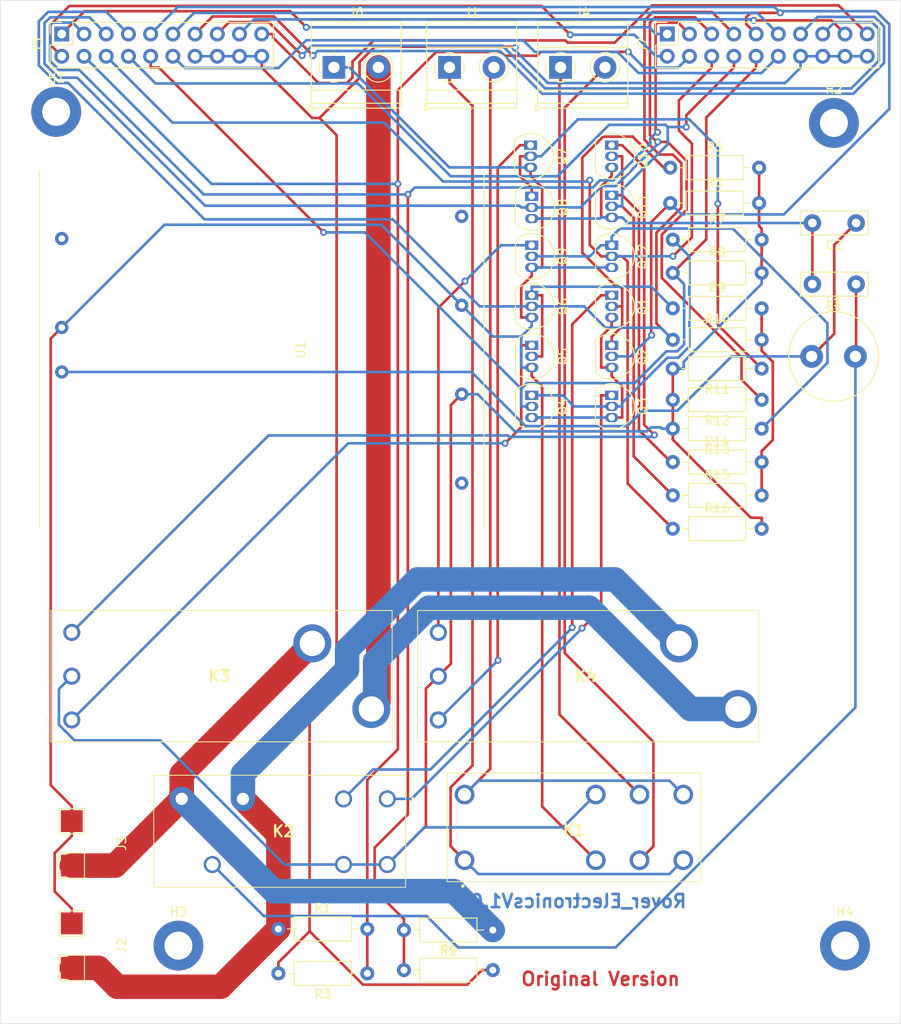
<source format=kicad_pcb>
(kicad_pcb (version 20171130) (host pcbnew "(5.1.6)-1")

  (general
    (thickness 1.6)
    (drawings 13)
    (tracks 572)
    (zones 0)
    (modules 47)
    (nets 42)
  )

  (page A4)
  (title_block
    (title FoxRobot_Alternative)
    (rev V01)
    (company DoBots)
  )

  (layers
    (0 F.Cu signal)
    (31 B.Cu signal)
    (32 B.Adhes user)
    (33 F.Adhes user)
    (34 B.Paste user)
    (35 F.Paste user)
    (36 B.SilkS user)
    (37 F.SilkS user)
    (38 B.Mask user)
    (39 F.Mask user)
    (40 Dwgs.User user)
    (41 Cmts.User user)
    (42 Eco1.User user)
    (43 Eco2.User user)
    (44 Edge.Cuts user)
    (45 Margin user)
    (46 B.CrtYd user)
    (47 F.CrtYd user)
    (48 B.Fab user)
    (49 F.Fab user)
  )

  (setup
    (last_trace_width 0.3)
    (trace_clearance 0.3)
    (zone_clearance 0.508)
    (zone_45_only no)
    (trace_min 0.2)
    (via_size 0.8)
    (via_drill 0.4)
    (via_min_size 0.4)
    (via_min_drill 0.3)
    (uvia_size 0.3)
    (uvia_drill 0.1)
    (uvias_allowed no)
    (uvia_min_size 0.2)
    (uvia_min_drill 0.1)
    (edge_width 0.05)
    (segment_width 0.2)
    (pcb_text_width 0.3)
    (pcb_text_size 1.5 1.5)
    (mod_edge_width 0.12)
    (mod_text_size 1 1)
    (mod_text_width 0.15)
    (pad_size 1.7 1.7)
    (pad_drill 1)
    (pad_to_mask_clearance 0.05)
    (aux_axis_origin 0 0)
    (visible_elements 7FFFFFFF)
    (pcbplotparams
      (layerselection 0x310ff_ffffffff)
      (usegerberextensions false)
      (usegerberattributes true)
      (usegerberadvancedattributes true)
      (creategerberjobfile true)
      (excludeedgelayer true)
      (linewidth 0.100000)
      (plotframeref false)
      (viasonmask false)
      (mode 1)
      (useauxorigin false)
      (hpglpennumber 1)
      (hpglpenspeed 20)
      (hpglpendiameter 15.000000)
      (psnegative false)
      (psa4output false)
      (plotreference true)
      (plotvalue true)
      (plotinvisibletext false)
      (padsonsilk false)
      (subtractmaskfromsilk false)
      (outputformat 1)
      (mirror false)
      (drillshape 0)
      (scaleselection 1)
      (outputdirectory "plots_original/"))
  )

  (net 0 "")
  (net 1 GND)
  (net 2 "Net-(Q1-Pad2)")
  (net 3 +5V)
  (net 4 "Net-(J1-Pad2)")
  (net 5 "Net-(J1-Pad1)")
  (net 6 "Net-(J2-Pad2)")
  (net 7 "Net-(J4-Pad1)")
  (net 8 "Net-(J4-Pad2)")
  (net 9 "Net-(K2-Pad1)")
  (net 10 "Net-(K2-Pad2)")
  (net 11 "Net-(K3-Pad1)")
  (net 12 "Net-(Q3-Pad2)")
  (net 13 "Net-(Q5-Pad2)")
  (net 14 "Net-(Q7-Pad2)")
  (net 15 "Net-(J3-Pad2)")
  (net 16 "Net-(K4-Pad1)")
  (net 17 "Net-(J6-Pad2)")
  (net 18 "Net-(K3-Pad2)")
  (net 19 "Net-(K4-Pad2)")
  (net 20 /A19)
  (net 21 /A17)
  (net 22 /A15)
  (net 23 /A13)
  (net 24 /A12)
  (net 25 /A11)
  (net 26 /A10)
  (net 27 /A9)
  (net 28 /A8)
  (net 29 /A7)
  (net 30 /A6)
  (net 31 /A5)
  (net 32 /A4)
  (net 33 /A3)
  (net 34 /A2)
  (net 35 /A1)
  (net 36 "Net-(C1-Pad2)")
  (net 37 "Net-(C1-Pad1)")
  (net 38 "Net-(Q12-Pad1)")
  (net 39 "Net-(Q10-Pad2)")
  (net 40 "Net-(R10-Pad2)")
  (net 41 +24V)

  (net_class Default "This is the default net class."
    (clearance 0.3)
    (trace_width 0.3)
    (via_dia 0.8)
    (via_drill 0.4)
    (uvia_dia 0.3)
    (uvia_drill 0.1)
    (add_net +24V)
    (add_net +5V)
    (add_net /A1)
    (add_net /A10)
    (add_net /A11)
    (add_net /A12)
    (add_net /A13)
    (add_net /A15)
    (add_net /A17)
    (add_net /A19)
    (add_net /A2)
    (add_net /A3)
    (add_net /A4)
    (add_net /A5)
    (add_net /A6)
    (add_net /A7)
    (add_net /A8)
    (add_net /A9)
    (add_net GND)
    (add_net "Net-(C1-Pad1)")
    (add_net "Net-(C1-Pad2)")
    (add_net "Net-(J1-Pad1)")
    (add_net "Net-(J1-Pad2)")
    (add_net "Net-(J4-Pad1)")
    (add_net "Net-(J4-Pad2)")
    (add_net "Net-(K2-Pad1)")
    (add_net "Net-(K2-Pad2)")
    (add_net "Net-(K3-Pad1)")
    (add_net "Net-(K3-Pad2)")
    (add_net "Net-(K4-Pad1)")
    (add_net "Net-(K4-Pad2)")
    (add_net "Net-(Q1-Pad2)")
    (add_net "Net-(Q10-Pad2)")
    (add_net "Net-(Q12-Pad1)")
    (add_net "Net-(Q3-Pad2)")
    (add_net "Net-(Q5-Pad2)")
    (add_net "Net-(Q7-Pad2)")
    (add_net "Net-(R10-Pad2)")
  )

  (net_class Batt ""
    (clearance 0.4)
    (trace_width 2.8)
    (via_dia 0.8)
    (via_drill 0.4)
    (uvia_dia 0.3)
    (uvia_drill 0.1)
    (add_net "Net-(J2-Pad2)")
    (add_net "Net-(J3-Pad2)")
    (add_net "Net-(J6-Pad2)")
  )

  (module SamacSys_Parts:JCL (layer F.Cu) (tedit 61892A02) (tstamp 61899959)
    (at 42.545 51.308 90)
    (path /6184BC59)
    (fp_text reference U1 (at 0 4.445 90) (layer F.SilkS)
      (effects (font (size 1 1) (thickness 0.15)))
    )
    (fp_text value JCL3024S05 (at 0 0 90) (layer F.Fab)
      (effects (font (size 1 1) (thickness 0.15)))
    )
    (fp_line (start 20.32 25.4) (end 20.32 -25.4) (layer F.Fab) (width 0.12))
    (fp_line (start -20.32 25.4) (end -20.32 -25.4) (layer F.Fab) (width 0.12))
    (fp_line (start -20.32 -25.4) (end 20.32 -25.4) (layer F.SilkS) (width 0.12))
    (fp_line (start -20.32 25.4) (end 20.32 25.4) (layer F.SilkS) (width 0.12))
    (pad 8 thru_hole circle (at -15.24 22.86 90) (size 1.524 1.524) (drill 0.762) (layers *.Cu *.Mask))
    (pad 7 thru_hole circle (at -5.08 22.86 90) (size 1.524 1.524) (drill 0.762) (layers *.Cu *.Mask)
      (net 3 +5V))
    (pad 6 thru_hole circle (at 5.08 22.86 90) (size 1.524 1.524) (drill 0.762) (layers *.Cu *.Mask)
      (net 36 "Net-(C1-Pad2)"))
    (pad 5 thru_hole circle (at 15.24 22.86 90) (size 1.524 1.524) (drill 0.762) (layers *.Cu *.Mask))
    (pad 4 thru_hole circle (at -2.54 -22.86 90) (size 1.524 1.524) (drill 0.762) (layers *.Cu *.Mask)
      (net 41 +24V))
    (pad 3 thru_hole circle (at 2.54 -22.86 90) (size 1.524 1.524) (drill 0.762) (layers *.Cu *.Mask)
      (net 36 "Net-(C1-Pad2)"))
    (pad 1 thru_hole circle (at 12.7 -22.86 90) (size 1.524 1.524) (drill 0.762) (layers *.Cu *.Mask))
  )

  (module Resistor_THT:R_Axial_DIN0207_L6.3mm_D2.5mm_P10.16mm_Horizontal (layer F.Cu) (tedit 5AE5139B) (tstamp 618BBC3F)
    (at 99.695 60.325 180)
    (descr "Resistor, Axial_DIN0207 series, Axial, Horizontal, pin pitch=10.16mm, 0.25W = 1/4W, length*diameter=6.3*2.5mm^2, http://cdn-reichelt.de/documents/datenblatt/B400/1_4W%23YAG.pdf")
    (tags "Resistor Axial_DIN0207 series Axial Horizontal pin pitch 10.16mm 0.25W = 1/4W length 6.3mm diameter 2.5mm")
    (path /618AA245)
    (fp_text reference R13 (at 5.08 -2.37) (layer F.SilkS)
      (effects (font (size 1 1) (thickness 0.15)))
    )
    (fp_text value 10k (at 5.08 2.37) (layer F.Fab)
      (effects (font (size 1 1) (thickness 0.15)))
    )
    (fp_line (start 1.93 -1.25) (end 1.93 1.25) (layer F.Fab) (width 0.1))
    (fp_line (start 1.93 1.25) (end 8.23 1.25) (layer F.Fab) (width 0.1))
    (fp_line (start 8.23 1.25) (end 8.23 -1.25) (layer F.Fab) (width 0.1))
    (fp_line (start 8.23 -1.25) (end 1.93 -1.25) (layer F.Fab) (width 0.1))
    (fp_line (start 0 0) (end 1.93 0) (layer F.Fab) (width 0.1))
    (fp_line (start 10.16 0) (end 8.23 0) (layer F.Fab) (width 0.1))
    (fp_line (start 1.81 -1.37) (end 1.81 1.37) (layer F.SilkS) (width 0.12))
    (fp_line (start 1.81 1.37) (end 8.35 1.37) (layer F.SilkS) (width 0.12))
    (fp_line (start 8.35 1.37) (end 8.35 -1.37) (layer F.SilkS) (width 0.12))
    (fp_line (start 8.35 -1.37) (end 1.81 -1.37) (layer F.SilkS) (width 0.12))
    (fp_line (start 1.04 0) (end 1.81 0) (layer F.SilkS) (width 0.12))
    (fp_line (start 9.12 0) (end 8.35 0) (layer F.SilkS) (width 0.12))
    (fp_line (start -1.05 -1.5) (end -1.05 1.5) (layer F.CrtYd) (width 0.05))
    (fp_line (start -1.05 1.5) (end 11.21 1.5) (layer F.CrtYd) (width 0.05))
    (fp_line (start 11.21 1.5) (end 11.21 -1.5) (layer F.CrtYd) (width 0.05))
    (fp_line (start 11.21 -1.5) (end -1.05 -1.5) (layer F.CrtYd) (width 0.05))
    (fp_text user %R (at 5.08 0) (layer F.Fab)
      (effects (font (size 1 1) (thickness 0.15)))
    )
    (pad 2 thru_hole oval (at 10.16 0 180) (size 1.6 1.6) (drill 0.8) (layers *.Cu *.Mask)
      (net 3 +5V))
    (pad 1 thru_hole circle (at 0 0 180) (size 1.6 1.6) (drill 0.8) (layers *.Cu *.Mask)
      (net 38 "Net-(Q12-Pad1)"))
    (model ${KISYS3DMOD}/Resistor_THT.3dshapes/R_Axial_DIN0207_L6.3mm_D2.5mm_P10.16mm_Horizontal.wrl
      (at (xyz 0 0 0))
      (scale (xyz 1 1 1))
      (rotate (xyz 0 0 0))
    )
  )

  (module Resistor_THT:R_Axial_DIN0207_L6.3mm_D2.5mm_P10.16mm_Horizontal (layer F.Cu) (tedit 5AE5139B) (tstamp 6189783A)
    (at 99.695 57.023 180)
    (descr "Resistor, Axial_DIN0207 series, Axial, Horizontal, pin pitch=10.16mm, 0.25W = 1/4W, length*diameter=6.3*2.5mm^2, http://cdn-reichelt.de/documents/datenblatt/B400/1_4W%23YAG.pdf")
    (tags "Resistor Axial_DIN0207 series Axial Horizontal pin pitch 10.16mm 0.25W = 1/4W length 6.3mm diameter 2.5mm")
    (path /618AA23F)
    (fp_text reference R12 (at 5.08 -2.37) (layer F.SilkS)
      (effects (font (size 1 1) (thickness 0.15)))
    )
    (fp_text value 10k (at 5.08 2.37) (layer F.Fab)
      (effects (font (size 1 1) (thickness 0.15)))
    )
    (fp_line (start 1.93 -1.25) (end 1.93 1.25) (layer F.Fab) (width 0.1))
    (fp_line (start 1.93 1.25) (end 8.23 1.25) (layer F.Fab) (width 0.1))
    (fp_line (start 8.23 1.25) (end 8.23 -1.25) (layer F.Fab) (width 0.1))
    (fp_line (start 8.23 -1.25) (end 1.93 -1.25) (layer F.Fab) (width 0.1))
    (fp_line (start 0 0) (end 1.93 0) (layer F.Fab) (width 0.1))
    (fp_line (start 10.16 0) (end 8.23 0) (layer F.Fab) (width 0.1))
    (fp_line (start 1.81 -1.37) (end 1.81 1.37) (layer F.SilkS) (width 0.12))
    (fp_line (start 1.81 1.37) (end 8.35 1.37) (layer F.SilkS) (width 0.12))
    (fp_line (start 8.35 1.37) (end 8.35 -1.37) (layer F.SilkS) (width 0.12))
    (fp_line (start 8.35 -1.37) (end 1.81 -1.37) (layer F.SilkS) (width 0.12))
    (fp_line (start 1.04 0) (end 1.81 0) (layer F.SilkS) (width 0.12))
    (fp_line (start 9.12 0) (end 8.35 0) (layer F.SilkS) (width 0.12))
    (fp_line (start -1.05 -1.5) (end -1.05 1.5) (layer F.CrtYd) (width 0.05))
    (fp_line (start -1.05 1.5) (end 11.21 1.5) (layer F.CrtYd) (width 0.05))
    (fp_line (start 11.21 1.5) (end 11.21 -1.5) (layer F.CrtYd) (width 0.05))
    (fp_line (start 11.21 -1.5) (end -1.05 -1.5) (layer F.CrtYd) (width 0.05))
    (fp_text user %R (at 5.08 0) (layer F.Fab)
      (effects (font (size 1 1) (thickness 0.15)))
    )
    (pad 2 thru_hole oval (at 10.16 0 180) (size 1.6 1.6) (drill 0.8) (layers *.Cu *.Mask)
      (net 3 +5V))
    (pad 1 thru_hole circle (at 0 0 180) (size 1.6 1.6) (drill 0.8) (layers *.Cu *.Mask)
      (net 31 /A5))
    (model ${KISYS3DMOD}/Resistor_THT.3dshapes/R_Axial_DIN0207_L6.3mm_D2.5mm_P10.16mm_Horizontal.wrl
      (at (xyz 0 0 0))
      (scale (xyz 1 1 1))
      (rotate (xyz 0 0 0))
    )
  )

  (module Resistor_THT:R_Axial_DIN0207_L6.3mm_D2.5mm_P10.16mm_Horizontal (layer F.Cu) (tedit 5AE5139B) (tstamp 61897823)
    (at 99.695 53.467 180)
    (descr "Resistor, Axial_DIN0207 series, Axial, Horizontal, pin pitch=10.16mm, 0.25W = 1/4W, length*diameter=6.3*2.5mm^2, http://cdn-reichelt.de/documents/datenblatt/B400/1_4W%23YAG.pdf")
    (tags "Resistor Axial_DIN0207 series Axial Horizontal pin pitch 10.16mm 0.25W = 1/4W length 6.3mm diameter 2.5mm")
    (path /618AA239)
    (fp_text reference R11 (at 5.08 -2.37) (layer F.SilkS)
      (effects (font (size 1 1) (thickness 0.15)))
    )
    (fp_text value 10k (at 5.08 2.37) (layer F.Fab)
      (effects (font (size 1 1) (thickness 0.15)))
    )
    (fp_line (start 1.93 -1.25) (end 1.93 1.25) (layer F.Fab) (width 0.1))
    (fp_line (start 1.93 1.25) (end 8.23 1.25) (layer F.Fab) (width 0.1))
    (fp_line (start 8.23 1.25) (end 8.23 -1.25) (layer F.Fab) (width 0.1))
    (fp_line (start 8.23 -1.25) (end 1.93 -1.25) (layer F.Fab) (width 0.1))
    (fp_line (start 0 0) (end 1.93 0) (layer F.Fab) (width 0.1))
    (fp_line (start 10.16 0) (end 8.23 0) (layer F.Fab) (width 0.1))
    (fp_line (start 1.81 -1.37) (end 1.81 1.37) (layer F.SilkS) (width 0.12))
    (fp_line (start 1.81 1.37) (end 8.35 1.37) (layer F.SilkS) (width 0.12))
    (fp_line (start 8.35 1.37) (end 8.35 -1.37) (layer F.SilkS) (width 0.12))
    (fp_line (start 8.35 -1.37) (end 1.81 -1.37) (layer F.SilkS) (width 0.12))
    (fp_line (start 1.04 0) (end 1.81 0) (layer F.SilkS) (width 0.12))
    (fp_line (start 9.12 0) (end 8.35 0) (layer F.SilkS) (width 0.12))
    (fp_line (start -1.05 -1.5) (end -1.05 1.5) (layer F.CrtYd) (width 0.05))
    (fp_line (start -1.05 1.5) (end 11.21 1.5) (layer F.CrtYd) (width 0.05))
    (fp_line (start 11.21 1.5) (end 11.21 -1.5) (layer F.CrtYd) (width 0.05))
    (fp_line (start 11.21 -1.5) (end -1.05 -1.5) (layer F.CrtYd) (width 0.05))
    (fp_text user %R (at 5.08 0) (layer F.Fab)
      (effects (font (size 1 1) (thickness 0.15)))
    )
    (pad 2 thru_hole oval (at 10.16 0 180) (size 1.6 1.6) (drill 0.8) (layers *.Cu *.Mask)
      (net 3 +5V))
    (pad 1 thru_hole circle (at 0 0 180) (size 1.6 1.6) (drill 0.8) (layers *.Cu *.Mask)
      (net 14 "Net-(Q7-Pad2)"))
    (model ${KISYS3DMOD}/Resistor_THT.3dshapes/R_Axial_DIN0207_L6.3mm_D2.5mm_P10.16mm_Horizontal.wrl
      (at (xyz 0 0 0))
      (scale (xyz 1 1 1))
      (rotate (xyz 0 0 0))
    )
  )

  (module Resistor_THT:R_Axial_DIN0207_L6.3mm_D2.5mm_P10.16mm_Horizontal (layer F.Cu) (tedit 5AE5139B) (tstamp 619811E0)
    (at 58.801 122.174)
    (descr "Resistor, Axial_DIN0207 series, Axial, Horizontal, pin pitch=10.16mm, 0.25W = 1/4W, length*diameter=6.3*2.5mm^2, http://cdn-reichelt.de/documents/datenblatt/B400/1_4W%23YAG.pdf")
    (tags "Resistor Axial_DIN0207 series Axial Horizontal pin pitch 10.16mm 0.25W = 1/4W length 6.3mm diameter 2.5mm")
    (path /61835DF3)
    (fp_text reference R4 (at 5.08 -2.37) (layer F.SilkS)
      (effects (font (size 1 1) (thickness 0.15)))
    )
    (fp_text value 680k (at 5.08 2.37) (layer F.Fab) hide
      (effects (font (size 1 1) (thickness 0.15)))
    )
    (fp_line (start 1.93 -1.25) (end 1.93 1.25) (layer F.Fab) (width 0.1))
    (fp_line (start 1.93 1.25) (end 8.23 1.25) (layer F.Fab) (width 0.1))
    (fp_line (start 8.23 1.25) (end 8.23 -1.25) (layer F.Fab) (width 0.1))
    (fp_line (start 8.23 -1.25) (end 1.93 -1.25) (layer F.Fab) (width 0.1))
    (fp_line (start 0 0) (end 1.93 0) (layer F.Fab) (width 0.1))
    (fp_line (start 10.16 0) (end 8.23 0) (layer F.Fab) (width 0.1))
    (fp_line (start 1.81 -1.37) (end 1.81 1.37) (layer F.SilkS) (width 0.12))
    (fp_line (start 1.81 1.37) (end 8.35 1.37) (layer F.SilkS) (width 0.12))
    (fp_line (start 8.35 1.37) (end 8.35 -1.37) (layer F.SilkS) (width 0.12))
    (fp_line (start 8.35 -1.37) (end 1.81 -1.37) (layer F.SilkS) (width 0.12))
    (fp_line (start 1.04 0) (end 1.81 0) (layer F.SilkS) (width 0.12))
    (fp_line (start 9.12 0) (end 8.35 0) (layer F.SilkS) (width 0.12))
    (fp_line (start -1.05 -1.5) (end -1.05 1.5) (layer F.CrtYd) (width 0.05))
    (fp_line (start -1.05 1.5) (end 11.21 1.5) (layer F.CrtYd) (width 0.05))
    (fp_line (start 11.21 1.5) (end 11.21 -1.5) (layer F.CrtYd) (width 0.05))
    (fp_line (start 11.21 -1.5) (end -1.05 -1.5) (layer F.CrtYd) (width 0.05))
    (fp_text user %R (at 5.08 0) (layer F.Fab)
      (effects (font (size 1 1) (thickness 0.15)))
    )
    (pad 2 thru_hole oval (at 10.16 0) (size 1.6 1.6) (drill 0.8) (layers *.Cu *.Mask)
      (net 1 GND))
    (pad 1 thru_hole circle (at 0 0) (size 1.6 1.6) (drill 0.8) (layers *.Cu *.Mask)
      (net 33 /A3))
    (model ${KISYS3DMOD}/Resistor_THT.3dshapes/R_Axial_DIN0207_L6.3mm_D2.5mm_P10.16mm_Horizontal.wrl
      (at (xyz 0 0 0))
      (scale (xyz 1 1 1))
      (rotate (xyz 0 0 0))
    )
  )

  (module Resistor_THT:R_Axial_DIN0207_L6.3mm_D2.5mm_P10.16mm_Horizontal (layer F.Cu) (tedit 5AE5139B) (tstamp 619830DC)
    (at 54.61 122.555 180)
    (descr "Resistor, Axial_DIN0207 series, Axial, Horizontal, pin pitch=10.16mm, 0.25W = 1/4W, length*diameter=6.3*2.5mm^2, http://cdn-reichelt.de/documents/datenblatt/B400/1_4W%23YAG.pdf")
    (tags "Resistor Axial_DIN0207 series Axial Horizontal pin pitch 10.16mm 0.25W = 1/4W length 6.3mm diameter 2.5mm")
    (path /618359FA)
    (fp_text reference R3 (at 5.08 -2.37) (layer F.SilkS)
      (effects (font (size 1 1) (thickness 0.15)))
    )
    (fp_text value 680k (at 5.08 2.37) (layer F.Fab)
      (effects (font (size 1 1) (thickness 0.15)))
    )
    (fp_line (start 1.93 -1.25) (end 1.93 1.25) (layer F.Fab) (width 0.1))
    (fp_line (start 1.93 1.25) (end 8.23 1.25) (layer F.Fab) (width 0.1))
    (fp_line (start 8.23 1.25) (end 8.23 -1.25) (layer F.Fab) (width 0.1))
    (fp_line (start 8.23 -1.25) (end 1.93 -1.25) (layer F.Fab) (width 0.1))
    (fp_line (start 0 0) (end 1.93 0) (layer F.Fab) (width 0.1))
    (fp_line (start 10.16 0) (end 8.23 0) (layer F.Fab) (width 0.1))
    (fp_line (start 1.81 -1.37) (end 1.81 1.37) (layer F.SilkS) (width 0.12))
    (fp_line (start 1.81 1.37) (end 8.35 1.37) (layer F.SilkS) (width 0.12))
    (fp_line (start 8.35 1.37) (end 8.35 -1.37) (layer F.SilkS) (width 0.12))
    (fp_line (start 8.35 -1.37) (end 1.81 -1.37) (layer F.SilkS) (width 0.12))
    (fp_line (start 1.04 0) (end 1.81 0) (layer F.SilkS) (width 0.12))
    (fp_line (start 9.12 0) (end 8.35 0) (layer F.SilkS) (width 0.12))
    (fp_line (start -1.05 -1.5) (end -1.05 1.5) (layer F.CrtYd) (width 0.05))
    (fp_line (start -1.05 1.5) (end 11.21 1.5) (layer F.CrtYd) (width 0.05))
    (fp_line (start 11.21 1.5) (end 11.21 -1.5) (layer F.CrtYd) (width 0.05))
    (fp_line (start 11.21 -1.5) (end -1.05 -1.5) (layer F.CrtYd) (width 0.05))
    (fp_text user %R (at 5.08 0) (layer F.Fab)
      (effects (font (size 1 1) (thickness 0.15)))
    )
    (pad 2 thru_hole oval (at 10.16 0 180) (size 1.6 1.6) (drill 0.8) (layers *.Cu *.Mask)
      (net 1 GND))
    (pad 1 thru_hole circle (at 0 0 180) (size 1.6 1.6) (drill 0.8) (layers *.Cu *.Mask)
      (net 32 /A4))
    (model ${KISYS3DMOD}/Resistor_THT.3dshapes/R_Axial_DIN0207_L6.3mm_D2.5mm_P10.16mm_Horizontal.wrl
      (at (xyz 0 0 0))
      (scale (xyz 1 1 1))
      (rotate (xyz 0 0 0))
    )
  )

  (module Resistor_THT:R_Axial_DIN0207_L6.3mm_D2.5mm_P10.16mm_Horizontal (layer F.Cu) (tedit 5AE5139B) (tstamp 61981222)
    (at 68.961 117.602 180)
    (descr "Resistor, Axial_DIN0207 series, Axial, Horizontal, pin pitch=10.16mm, 0.25W = 1/4W, length*diameter=6.3*2.5mm^2, http://cdn-reichelt.de/documents/datenblatt/B400/1_4W%23YAG.pdf")
    (tags "Resistor Axial_DIN0207 series Axial Horizontal pin pitch 10.16mm 0.25W = 1/4W length 6.3mm diameter 2.5mm")
    (path /618369A9)
    (fp_text reference R2 (at 5.08 -2.37) (layer F.SilkS)
      (effects (font (size 1 1) (thickness 0.15)))
    )
    (fp_text value 56k (at 5.08 0) (layer F.Fab) hide
      (effects (font (size 1 1) (thickness 0.15)))
    )
    (fp_line (start 1.93 -1.25) (end 1.93 1.25) (layer F.Fab) (width 0.1))
    (fp_line (start 1.93 1.25) (end 8.23 1.25) (layer F.Fab) (width 0.1))
    (fp_line (start 8.23 1.25) (end 8.23 -1.25) (layer F.Fab) (width 0.1))
    (fp_line (start 8.23 -1.25) (end 1.93 -1.25) (layer F.Fab) (width 0.1))
    (fp_line (start 0 0) (end 1.93 0) (layer F.Fab) (width 0.1))
    (fp_line (start 10.16 0) (end 8.23 0) (layer F.Fab) (width 0.1))
    (fp_line (start 1.81 -1.37) (end 1.81 1.37) (layer F.SilkS) (width 0.12))
    (fp_line (start 1.81 1.37) (end 8.35 1.37) (layer F.SilkS) (width 0.12))
    (fp_line (start 8.35 1.37) (end 8.35 -1.37) (layer F.SilkS) (width 0.12))
    (fp_line (start 8.35 -1.37) (end 1.81 -1.37) (layer F.SilkS) (width 0.12))
    (fp_line (start 1.04 0) (end 1.81 0) (layer F.SilkS) (width 0.12))
    (fp_line (start 9.12 0) (end 8.35 0) (layer F.SilkS) (width 0.12))
    (fp_line (start -1.05 -1.5) (end -1.05 1.5) (layer F.CrtYd) (width 0.05))
    (fp_line (start -1.05 1.5) (end 11.21 1.5) (layer F.CrtYd) (width 0.05))
    (fp_line (start 11.21 1.5) (end 11.21 -1.5) (layer F.CrtYd) (width 0.05))
    (fp_line (start 11.21 -1.5) (end -1.05 -1.5) (layer F.CrtYd) (width 0.05))
    (fp_text user %R (at 5.08 0) (layer F.Fab)
      (effects (font (size 1 1) (thickness 0.15)))
    )
    (pad 2 thru_hole oval (at 10.16 0 180) (size 1.6 1.6) (drill 0.8) (layers *.Cu *.Mask)
      (net 33 /A3))
    (pad 1 thru_hole circle (at 0 0 180) (size 1.6 1.6) (drill 0.8) (layers *.Cu *.Mask)
      (net 15 "Net-(J3-Pad2)"))
    (model ${KISYS3DMOD}/Resistor_THT.3dshapes/R_Axial_DIN0207_L6.3mm_D2.5mm_P10.16mm_Horizontal.wrl
      (at (xyz 0 0 0))
      (scale (xyz 1 1 1))
      (rotate (xyz 0 0 0))
    )
  )

  (module Resistor_THT:R_Axial_DIN0207_L6.3mm_D2.5mm_P10.16mm_Horizontal (layer F.Cu) (tedit 5AE5139B) (tstamp 6198309A)
    (at 44.45 117.475)
    (descr "Resistor, Axial_DIN0207 series, Axial, Horizontal, pin pitch=10.16mm, 0.25W = 1/4W, length*diameter=6.3*2.5mm^2, http://cdn-reichelt.de/documents/datenblatt/B400/1_4W%23YAG.pdf")
    (tags "Resistor Axial_DIN0207 series Axial Horizontal pin pitch 10.16mm 0.25W = 1/4W length 6.3mm diameter 2.5mm")
    (path /61839074)
    (fp_text reference R1 (at 5.08 -2.37) (layer F.SilkS)
      (effects (font (size 1 1) (thickness 0.15)))
    )
    (fp_text value 56k (at 5.08 2.37) (layer F.Fab)
      (effects (font (size 1 1) (thickness 0.15)))
    )
    (fp_line (start 1.93 -1.25) (end 1.93 1.25) (layer F.Fab) (width 0.1))
    (fp_line (start 1.93 1.25) (end 8.23 1.25) (layer F.Fab) (width 0.1))
    (fp_line (start 8.23 1.25) (end 8.23 -1.25) (layer F.Fab) (width 0.1))
    (fp_line (start 8.23 -1.25) (end 1.93 -1.25) (layer F.Fab) (width 0.1))
    (fp_line (start 0 0) (end 1.93 0) (layer F.Fab) (width 0.1))
    (fp_line (start 10.16 0) (end 8.23 0) (layer F.Fab) (width 0.1))
    (fp_line (start 1.81 -1.37) (end 1.81 1.37) (layer F.SilkS) (width 0.12))
    (fp_line (start 1.81 1.37) (end 8.35 1.37) (layer F.SilkS) (width 0.12))
    (fp_line (start 8.35 1.37) (end 8.35 -1.37) (layer F.SilkS) (width 0.12))
    (fp_line (start 8.35 -1.37) (end 1.81 -1.37) (layer F.SilkS) (width 0.12))
    (fp_line (start 1.04 0) (end 1.81 0) (layer F.SilkS) (width 0.12))
    (fp_line (start 9.12 0) (end 8.35 0) (layer F.SilkS) (width 0.12))
    (fp_line (start -1.05 -1.5) (end -1.05 1.5) (layer F.CrtYd) (width 0.05))
    (fp_line (start -1.05 1.5) (end 11.21 1.5) (layer F.CrtYd) (width 0.05))
    (fp_line (start 11.21 1.5) (end 11.21 -1.5) (layer F.CrtYd) (width 0.05))
    (fp_line (start 11.21 -1.5) (end -1.05 -1.5) (layer F.CrtYd) (width 0.05))
    (fp_text user %R (at 5.08 0) (layer F.Fab)
      (effects (font (size 1 1) (thickness 0.15)))
    )
    (pad 2 thru_hole oval (at 10.16 0) (size 1.6 1.6) (drill 0.8) (layers *.Cu *.Mask)
      (net 32 /A4))
    (pad 1 thru_hole circle (at 0 0) (size 1.6 1.6) (drill 0.8) (layers *.Cu *.Mask)
      (net 6 "Net-(J2-Pad2)"))
    (model ${KISYS3DMOD}/Resistor_THT.3dshapes/R_Axial_DIN0207_L6.3mm_D2.5mm_P10.16mm_Horizontal.wrl
      (at (xyz 0 0 0))
      (scale (xyz 1 1 1))
      (rotate (xyz 0 0 0))
    )
  )

  (module Package_TO_SOT_THT:TO-92_Inline (layer F.Cu) (tedit 5A1DD157) (tstamp 61897726)
    (at 73.406 39.37 270)
    (descr "TO-92 leads in-line, narrow, oval pads, drill 0.75mm (see NXP sot054_po.pdf)")
    (tags "to-92 sc-43 sc-43a sot54 PA33 transistor")
    (path /618AA22C)
    (fp_text reference Q9 (at 1.27 -3.56 90) (layer F.SilkS)
      (effects (font (size 1 1) (thickness 0.15)))
    )
    (fp_text value BS170 (at 1.27 2.79 90) (layer F.Fab)
      (effects (font (size 1 1) (thickness 0.15)))
    )
    (fp_line (start -0.53 1.85) (end 3.07 1.85) (layer F.SilkS) (width 0.12))
    (fp_line (start -0.5 1.75) (end 3 1.75) (layer F.Fab) (width 0.1))
    (fp_line (start -1.46 -2.73) (end 4 -2.73) (layer F.CrtYd) (width 0.05))
    (fp_line (start -1.46 -2.73) (end -1.46 2.01) (layer F.CrtYd) (width 0.05))
    (fp_line (start 4 2.01) (end 4 -2.73) (layer F.CrtYd) (width 0.05))
    (fp_line (start 4 2.01) (end -1.46 2.01) (layer F.CrtYd) (width 0.05))
    (fp_arc (start 1.27 0) (end 1.27 -2.6) (angle 135) (layer F.SilkS) (width 0.12))
    (fp_arc (start 1.27 0) (end 1.27 -2.48) (angle -135) (layer F.Fab) (width 0.1))
    (fp_arc (start 1.27 0) (end 1.27 -2.6) (angle -135) (layer F.SilkS) (width 0.12))
    (fp_arc (start 1.27 0) (end 1.27 -2.48) (angle 135) (layer F.Fab) (width 0.1))
    (fp_text user %R (at 1.27 -3.56 90) (layer F.Fab)
      (effects (font (size 1 1) (thickness 0.15)))
    )
    (pad 1 thru_hole rect (at 0 0 270) (size 1.05 1.5) (drill 0.75) (layers *.Cu *.Mask)
      (net 19 "Net-(K4-Pad2)"))
    (pad 3 thru_hole oval (at 2.54 0 270) (size 1.05 1.5) (drill 0.75) (layers *.Cu *.Mask)
      (net 36 "Net-(C1-Pad2)"))
    (pad 2 thru_hole oval (at 1.27 0 270) (size 1.05 1.5) (drill 0.75) (layers *.Cu *.Mask)
      (net 38 "Net-(Q12-Pad1)"))
    (model ${KISYS3DMOD}/Package_TO_SOT_THT.3dshapes/TO-92_Inline.wrl
      (at (xyz 0 0 0))
      (scale (xyz 1 1 1))
      (rotate (xyz 0 0 0))
    )
  )

  (module Package_TO_SOT_THT:TO-92_Inline (layer F.Cu) (tedit 5A1DD157) (tstamp 61897714)
    (at 73.406 33.782 270)
    (descr "TO-92 leads in-line, narrow, oval pads, drill 0.75mm (see NXP sot054_po.pdf)")
    (tags "to-92 sc-43 sc-43a sot54 PA33 transistor")
    (path /618AA226)
    (fp_text reference Q8 (at 1.27 -3.56 90) (layer F.SilkS)
      (effects (font (size 1 1) (thickness 0.15)))
    )
    (fp_text value BS170 (at 1.27 2.79 90) (layer F.Fab)
      (effects (font (size 1 1) (thickness 0.15)))
    )
    (fp_line (start -0.53 1.85) (end 3.07 1.85) (layer F.SilkS) (width 0.12))
    (fp_line (start -0.5 1.75) (end 3 1.75) (layer F.Fab) (width 0.1))
    (fp_line (start -1.46 -2.73) (end 4 -2.73) (layer F.CrtYd) (width 0.05))
    (fp_line (start -1.46 -2.73) (end -1.46 2.01) (layer F.CrtYd) (width 0.05))
    (fp_line (start 4 2.01) (end 4 -2.73) (layer F.CrtYd) (width 0.05))
    (fp_line (start 4 2.01) (end -1.46 2.01) (layer F.CrtYd) (width 0.05))
    (fp_arc (start 1.27 0) (end 1.27 -2.6) (angle 135) (layer F.SilkS) (width 0.12))
    (fp_arc (start 1.27 0) (end 1.27 -2.48) (angle -135) (layer F.Fab) (width 0.1))
    (fp_arc (start 1.27 0) (end 1.27 -2.6) (angle -135) (layer F.SilkS) (width 0.12))
    (fp_arc (start 1.27 0) (end 1.27 -2.48) (angle 135) (layer F.Fab) (width 0.1))
    (fp_text user %R (at 1.27 -3.56 90) (layer F.Fab)
      (effects (font (size 1 1) (thickness 0.15)))
    )
    (pad 1 thru_hole rect (at 0 0 270) (size 1.05 1.5) (drill 0.75) (layers *.Cu *.Mask)
      (net 14 "Net-(Q7-Pad2)"))
    (pad 3 thru_hole oval (at 2.54 0 270) (size 1.05 1.5) (drill 0.75) (layers *.Cu *.Mask)
      (net 36 "Net-(C1-Pad2)"))
    (pad 2 thru_hole oval (at 1.27 0 270) (size 1.05 1.5) (drill 0.75) (layers *.Cu *.Mask)
      (net 31 /A5))
    (model ${KISYS3DMOD}/Package_TO_SOT_THT.3dshapes/TO-92_Inline.wrl
      (at (xyz 0 0 0))
      (scale (xyz 1 1 1))
      (rotate (xyz 0 0 0))
    )
  )

  (module Package_TO_SOT_THT:TO-92_Inline (layer F.Cu) (tedit 5A1DD157) (tstamp 61897702)
    (at 73.279 27.94 270)
    (descr "TO-92 leads in-line, narrow, oval pads, drill 0.75mm (see NXP sot054_po.pdf)")
    (tags "to-92 sc-43 sc-43a sot54 PA33 transistor")
    (path /618AA220)
    (fp_text reference Q7 (at 1.27 -3.56 90) (layer F.SilkS)
      (effects (font (size 1 1) (thickness 0.15)))
    )
    (fp_text value BS170 (at 1.27 2.79 90) (layer F.Fab)
      (effects (font (size 1 1) (thickness 0.15)))
    )
    (fp_line (start -0.53 1.85) (end 3.07 1.85) (layer F.SilkS) (width 0.12))
    (fp_line (start -0.5 1.75) (end 3 1.75) (layer F.Fab) (width 0.1))
    (fp_line (start -1.46 -2.73) (end 4 -2.73) (layer F.CrtYd) (width 0.05))
    (fp_line (start -1.46 -2.73) (end -1.46 2.01) (layer F.CrtYd) (width 0.05))
    (fp_line (start 4 2.01) (end 4 -2.73) (layer F.CrtYd) (width 0.05))
    (fp_line (start 4 2.01) (end -1.46 2.01) (layer F.CrtYd) (width 0.05))
    (fp_arc (start 1.27 0) (end 1.27 -2.6) (angle 135) (layer F.SilkS) (width 0.12))
    (fp_arc (start 1.27 0) (end 1.27 -2.48) (angle -135) (layer F.Fab) (width 0.1))
    (fp_arc (start 1.27 0) (end 1.27 -2.6) (angle -135) (layer F.SilkS) (width 0.12))
    (fp_arc (start 1.27 0) (end 1.27 -2.48) (angle 135) (layer F.Fab) (width 0.1))
    (fp_text user %R (at 1.27 -3.56 90) (layer F.Fab)
      (effects (font (size 1 1) (thickness 0.15)))
    )
    (pad 1 thru_hole rect (at 0 0 270) (size 1.05 1.5) (drill 0.75) (layers *.Cu *.Mask)
      (net 16 "Net-(K4-Pad1)"))
    (pad 3 thru_hole oval (at 2.54 0 270) (size 1.05 1.5) (drill 0.75) (layers *.Cu *.Mask)
      (net 36 "Net-(C1-Pad2)"))
    (pad 2 thru_hole oval (at 1.27 0 270) (size 1.05 1.5) (drill 0.75) (layers *.Cu *.Mask)
      (net 14 "Net-(Q7-Pad2)"))
    (model ${KISYS3DMOD}/Package_TO_SOT_THT.3dshapes/TO-92_Inline.wrl
      (at (xyz 0 0 0))
      (scale (xyz 1 1 1))
      (rotate (xyz 0 0 0))
    )
  )

  (module SamacSys_Parts:ADJH23005 (layer F.Cu) (tedit 0) (tstamp 61897684)
    (at 62.738 93.599)
    (descr ADJH23005-2)
    (tags "Relay or Contactor")
    (path /618AA266)
    (fp_text reference K4 (at 16.862 -5) (layer F.SilkS)
      (effects (font (size 1.27 1.27) (thickness 0.254)))
    )
    (fp_text value POWER_RELAY_GREEN (at 16.862 -5) (layer F.SilkS) hide
      (effects (font (size 1.27 1.27) (thickness 0.254)))
    )
    (fp_line (start -2.375 2.5) (end 36.625 2.5) (layer F.Fab) (width 0.2))
    (fp_line (start 36.625 2.5) (end 36.625 -12.5) (layer F.Fab) (width 0.2))
    (fp_line (start 36.625 -12.5) (end -2.375 -12.5) (layer F.Fab) (width 0.2))
    (fp_line (start -2.375 -12.5) (end -2.375 2.5) (layer F.Fab) (width 0.2))
    (fp_line (start -2.375 2.5) (end 36.625 2.5) (layer F.SilkS) (width 0.1))
    (fp_line (start 36.625 2.5) (end 36.625 -12.5) (layer F.SilkS) (width 0.1))
    (fp_line (start 36.625 -12.5) (end -2.375 -12.5) (layer F.SilkS) (width 0.1))
    (fp_line (start -2.375 -12.5) (end -2.375 2.5) (layer F.SilkS) (width 0.1))
    (fp_line (start -3.9 3.5) (end 37.625 3.5) (layer F.CrtYd) (width 0.1))
    (fp_line (start 37.625 3.5) (end 37.625 -13.5) (layer F.CrtYd) (width 0.1))
    (fp_line (start 37.625 -13.5) (end -3.9 -13.5) (layer F.CrtYd) (width 0.1))
    (fp_line (start -3.9 -13.5) (end -3.9 3.5) (layer F.CrtYd) (width 0.1))
    (fp_line (start -2.8 0) (end -2.8 0) (layer F.SilkS) (width 0.1))
    (fp_line (start -2.9 0) (end -2.9 0) (layer F.SilkS) (width 0.1))
    (fp_arc (start -2.85 0) (end -2.9 0) (angle 180) (layer F.SilkS) (width 0.1))
    (fp_arc (start -2.85 0) (end -2.8 0) (angle 180) (layer F.SilkS) (width 0.1))
    (fp_text user %R (at 16.862 -5) (layer F.Fab)
      (effects (font (size 1.27 1.27) (thickness 0.254)))
    )
    (pad 5 thru_hole circle (at 0 -5) (size 1.95 1.95) (drill 1.3) (layers *.Cu *.Mask)
      (net 3 +5V))
    (pad 4 thru_hole circle (at 34.25 -1.25) (size 4.35 4.35) (drill 2.9) (layers *.Cu *.Mask)
      (net 17 "Net-(J6-Pad2)"))
    (pad 3 thru_hole circle (at 27.5 -8.75) (size 4.35 4.35) (drill 2.9) (layers *.Cu *.Mask)
      (net 6 "Net-(J2-Pad2)"))
    (pad 2 thru_hole circle (at 0 -10) (size 1.95 1.95) (drill 1.3) (layers *.Cu *.Mask)
      (net 19 "Net-(K4-Pad2)"))
    (pad 1 thru_hole circle (at 0 0) (size 1.95 1.95) (drill 1.3) (layers *.Cu *.Mask)
      (net 16 "Net-(K4-Pad1)"))
    (model C:\LibraryLoader\SamacSys_Parts.3dshapes\ADJH23005.stp
      (at (xyz 0 0 0))
      (scale (xyz 1 1 1))
      (rotate (xyz 0 0 0))
    )
  )

  (module SamacSys_Parts:ADJH23005 (layer F.Cu) (tedit 0) (tstamp 6189766A)
    (at 20.828 93.599)
    (descr ADJH23005-2)
    (tags "Relay or Contactor")
    (path /618991F3)
    (fp_text reference K3 (at 16.862 -5) (layer F.SilkS)
      (effects (font (size 1.27 1.27) (thickness 0.254)))
    )
    (fp_text value POWER_RELAY_RED (at 16.862 -5) (layer F.SilkS) hide
      (effects (font (size 1.27 1.27) (thickness 0.254)))
    )
    (fp_line (start -2.375 2.5) (end 36.625 2.5) (layer F.Fab) (width 0.2))
    (fp_line (start 36.625 2.5) (end 36.625 -12.5) (layer F.Fab) (width 0.2))
    (fp_line (start 36.625 -12.5) (end -2.375 -12.5) (layer F.Fab) (width 0.2))
    (fp_line (start -2.375 -12.5) (end -2.375 2.5) (layer F.Fab) (width 0.2))
    (fp_line (start -2.375 2.5) (end 36.625 2.5) (layer F.SilkS) (width 0.1))
    (fp_line (start 36.625 2.5) (end 36.625 -12.5) (layer F.SilkS) (width 0.1))
    (fp_line (start 36.625 -12.5) (end -2.375 -12.5) (layer F.SilkS) (width 0.1))
    (fp_line (start -2.375 -12.5) (end -2.375 2.5) (layer F.SilkS) (width 0.1))
    (fp_line (start -3.9 3.5) (end 37.625 3.5) (layer F.CrtYd) (width 0.1))
    (fp_line (start 37.625 3.5) (end 37.625 -13.5) (layer F.CrtYd) (width 0.1))
    (fp_line (start 37.625 -13.5) (end -3.9 -13.5) (layer F.CrtYd) (width 0.1))
    (fp_line (start -3.9 -13.5) (end -3.9 3.5) (layer F.CrtYd) (width 0.1))
    (fp_line (start -2.8 0) (end -2.8 0) (layer F.SilkS) (width 0.1))
    (fp_line (start -2.9 0) (end -2.9 0) (layer F.SilkS) (width 0.1))
    (fp_arc (start -2.85 0) (end -2.9 0) (angle 180) (layer F.SilkS) (width 0.1))
    (fp_arc (start -2.85 0) (end -2.8 0) (angle 180) (layer F.SilkS) (width 0.1))
    (fp_text user %R (at 16.862 -5) (layer F.Fab)
      (effects (font (size 1.27 1.27) (thickness 0.254)))
    )
    (pad 5 thru_hole circle (at 0 -5) (size 1.95 1.95) (drill 1.3) (layers *.Cu *.Mask)
      (net 3 +5V))
    (pad 4 thru_hole circle (at 34.25 -1.25) (size 4.35 4.35) (drill 2.9) (layers *.Cu *.Mask)
      (net 17 "Net-(J6-Pad2)"))
    (pad 3 thru_hole circle (at 27.5 -8.75) (size 4.35 4.35) (drill 2.9) (layers *.Cu *.Mask)
      (net 15 "Net-(J3-Pad2)"))
    (pad 2 thru_hole circle (at 0 -10) (size 1.95 1.95) (drill 1.3) (layers *.Cu *.Mask)
      (net 18 "Net-(K3-Pad2)"))
    (pad 1 thru_hole circle (at 0 0) (size 1.95 1.95) (drill 1.3) (layers *.Cu *.Mask)
      (net 11 "Net-(K3-Pad1)"))
    (model C:\LibraryLoader\SamacSys_Parts.3dshapes\ADJH23005.stp
      (at (xyz 0 0 0))
      (scale (xyz 1 1 1))
      (rotate (xyz 0 0 0))
    )
  )

  (module SamacSys_Parts:G2RK112DC (layer F.Cu) (tedit 0) (tstamp 61897650)
    (at 56.896 102.616 180)
    (descr "G2RK-1 12DC-2")
    (tags "Relay or Contactor")
    (path /618479C8)
    (fp_text reference K2 (at 11.875 -3.7) (layer F.SilkS)
      (effects (font (size 1.27 1.27) (thickness 0.254)))
    )
    (fp_text value BATTERY_LOGIC_RELAY (at 11.875 -3.7) (layer F.SilkS) hide
      (effects (font (size 1.27 1.27) (thickness 0.254)))
    )
    (fp_line (start -2.1 -10.1) (end 26.7 -10.1) (layer F.Fab) (width 0.2))
    (fp_line (start 26.7 -10.1) (end 26.7 2.7) (layer F.Fab) (width 0.2))
    (fp_line (start 26.7 2.7) (end -2.1 2.7) (layer F.Fab) (width 0.2))
    (fp_line (start -2.1 2.7) (end -2.1 -10.1) (layer F.Fab) (width 0.2))
    (fp_line (start -2.1 2.7) (end 26.7 2.7) (layer F.SilkS) (width 0.1))
    (fp_line (start 26.7 2.7) (end 26.7 -10.1) (layer F.SilkS) (width 0.1))
    (fp_line (start 26.7 -10.1) (end -2.1 -10.1) (layer F.SilkS) (width 0.1))
    (fp_line (start -2.1 -10.1) (end -2.1 2.7) (layer F.SilkS) (width 0.1))
    (fp_line (start -3.95 3.7) (end 27.7 3.7) (layer F.CrtYd) (width 0.1))
    (fp_line (start 27.7 3.7) (end 27.7 -11.1) (layer F.CrtYd) (width 0.1))
    (fp_line (start 27.7 -11.1) (end -3.95 -11.1) (layer F.CrtYd) (width 0.1))
    (fp_line (start -3.95 -11.1) (end -3.95 3.7) (layer F.CrtYd) (width 0.1))
    (fp_line (start -2.9 0) (end -2.9 0) (layer F.SilkS) (width 0.2))
    (fp_line (start -2.9 0.1) (end -2.9 0.1) (layer F.SilkS) (width 0.2))
    (fp_line (start -2.9 0) (end -2.9 0) (layer F.SilkS) (width 0.2))
    (fp_arc (start -2.9 0.05) (end -2.9 0) (angle -180) (layer F.SilkS) (width 0.2))
    (fp_arc (start -2.9 0.05) (end -2.9 0.1) (angle -180) (layer F.SilkS) (width 0.2))
    (fp_arc (start -2.9 0.05) (end -2.9 0) (angle -180) (layer F.SilkS) (width 0.2))
    (fp_text user %R (at 11.875 -3.7) (layer F.Fab)
      (effects (font (size 1.27 1.27) (thickness 0.254)))
    )
    (pad 7 thru_hole circle (at 0 -7.5 180) (size 1.95 1.95) (drill 1.4) (layers *.Cu *.Mask)
      (net 3 +5V))
    (pad 6 thru_hole circle (at 5 -7.5 180) (size 1.95 1.95) (drill 1.4) (layers *.Cu *.Mask)
      (net 3 +5V))
    (pad 5 thru_hole circle (at 20 -7.5 180) (size 1.95 1.95) (drill 1.4) (layers *.Cu *.Mask)
      (net 37 "Net-(C1-Pad1)"))
    (pad 4 thru_hole circle (at 23.5 0 180) (size 1.95 1.95) (drill 1.4) (layers *.Cu *.Mask)
      (net 15 "Net-(J3-Pad2)"))
    (pad 3 thru_hole circle (at 16.5 0 180) (size 1.95 1.95) (drill 1.4) (layers *.Cu *.Mask)
      (net 6 "Net-(J2-Pad2)"))
    (pad 2 thru_hole circle (at 5 0 180) (size 1.95 1.95) (drill 1.4) (layers *.Cu *.Mask)
      (net 10 "Net-(K2-Pad2)"))
    (pad 1 thru_hole circle (at 0 0 180) (size 1.95 1.95) (drill 1.4) (layers *.Cu *.Mask)
      (net 9 "Net-(K2-Pad1)"))
    (model C:\LibraryLoader\SamacSys_Parts.3dshapes\G2RK-1_12DC.stp
      (at (xyz 0 0 0))
      (scale (xyz 1 1 1))
      (rotate (xyz 0 0 0))
    )
  )

  (module Connector_PinSocket_2.54mm:PinSocket_2x10_P2.54mm_Vertical (layer F.Cu) (tedit 5A19A427) (tstamp 61897632)
    (at 19.685 15.24 90)
    (descr "Through hole straight socket strip, 2x10, 2.54mm pitch, double cols (from Kicad 4.0.7), script generated")
    (tags "Through hole socket strip THT 2x10 2.54mm double row")
    (path /61824C6C)
    (fp_text reference J5 (at -1.27 -2.77 90) (layer F.SilkS)
      (effects (font (size 1 1) (thickness 0.15)))
    )
    (fp_text value hExt_in (at -1.27 25.63 90) (layer F.Fab)
      (effects (font (size 1 1) (thickness 0.15)))
    )
    (fp_line (start -3.81 -1.27) (end 0.27 -1.27) (layer F.Fab) (width 0.1))
    (fp_line (start 0.27 -1.27) (end 1.27 -0.27) (layer F.Fab) (width 0.1))
    (fp_line (start 1.27 -0.27) (end 1.27 24.13) (layer F.Fab) (width 0.1))
    (fp_line (start 1.27 24.13) (end -3.81 24.13) (layer F.Fab) (width 0.1))
    (fp_line (start -3.81 24.13) (end -3.81 -1.27) (layer F.Fab) (width 0.1))
    (fp_line (start -3.87 -1.33) (end -1.27 -1.33) (layer F.SilkS) (width 0.12))
    (fp_line (start -3.87 -1.33) (end -3.87 24.19) (layer F.SilkS) (width 0.12))
    (fp_line (start -3.87 24.19) (end 1.33 24.19) (layer F.SilkS) (width 0.12))
    (fp_line (start 1.33 1.27) (end 1.33 24.19) (layer F.SilkS) (width 0.12))
    (fp_line (start -1.27 1.27) (end 1.33 1.27) (layer F.SilkS) (width 0.12))
    (fp_line (start -1.27 -1.33) (end -1.27 1.27) (layer F.SilkS) (width 0.12))
    (fp_line (start 1.33 -1.33) (end 1.33 0) (layer F.SilkS) (width 0.12))
    (fp_line (start 0 -1.33) (end 1.33 -1.33) (layer F.SilkS) (width 0.12))
    (fp_line (start -4.34 -1.8) (end 1.76 -1.8) (layer F.CrtYd) (width 0.05))
    (fp_line (start 1.76 -1.8) (end 1.76 24.6) (layer F.CrtYd) (width 0.05))
    (fp_line (start 1.76 24.6) (end -4.34 24.6) (layer F.CrtYd) (width 0.05))
    (fp_line (start -4.34 24.6) (end -4.34 -1.8) (layer F.CrtYd) (width 0.05))
    (fp_text user %R (at -1.27 11.43) (layer F.Fab)
      (effects (font (size 1 1) (thickness 0.15)))
    )
    (pad 20 thru_hole oval (at -2.54 22.86 90) (size 1.7 1.7) (drill 1) (layers *.Cu *.Mask)
      (net 1 GND))
    (pad 19 thru_hole oval (at 0 22.86 90) (size 1.7 1.7) (drill 1) (layers *.Cu *.Mask)
      (net 20 /A19))
    (pad 18 thru_hole oval (at -2.54 20.32 90) (size 1.7 1.7) (drill 1) (layers *.Cu *.Mask)
      (net 1 GND))
    (pad 17 thru_hole oval (at 0 20.32 90) (size 1.7 1.7) (drill 1) (layers *.Cu *.Mask)
      (net 21 /A17))
    (pad 16 thru_hole oval (at -2.54 17.78 90) (size 1.7 1.7) (drill 1) (layers *.Cu *.Mask)
      (net 1 GND))
    (pad 15 thru_hole oval (at 0 17.78 90) (size 1.7 1.7) (drill 1) (layers *.Cu *.Mask)
      (net 22 /A15))
    (pad 14 thru_hole oval (at -2.54 15.24 90) (size 1.7 1.7) (drill 1) (layers *.Cu *.Mask)
      (net 1 GND))
    (pad 13 thru_hole oval (at 0 15.24 90) (size 1.7 1.7) (drill 1) (layers *.Cu *.Mask)
      (net 23 /A13))
    (pad 12 thru_hole oval (at -2.54 12.7 90) (size 1.7 1.7) (drill 1) (layers *.Cu *.Mask)
      (net 24 /A12))
    (pad 11 thru_hole oval (at 0 12.7 90) (size 1.7 1.7) (drill 1) (layers *.Cu *.Mask)
      (net 25 /A11))
    (pad 10 thru_hole oval (at -2.54 10.16 90) (size 1.7 1.7) (drill 1) (layers *.Cu *.Mask)
      (net 26 /A10))
    (pad 9 thru_hole oval (at 0 10.16 90) (size 1.7 1.7) (drill 1) (layers *.Cu *.Mask)
      (net 27 /A9))
    (pad 8 thru_hole oval (at -2.54 7.62 90) (size 1.7 1.7) (drill 1) (layers *.Cu *.Mask)
      (net 28 /A8))
    (pad 7 thru_hole oval (at 0 7.62 90) (size 1.7 1.7) (drill 1) (layers *.Cu *.Mask)
      (net 29 /A7))
    (pad 6 thru_hole oval (at -2.54 5.08 90) (size 1.7 1.7) (drill 1) (layers *.Cu *.Mask)
      (net 30 /A6))
    (pad 5 thru_hole oval (at 0 5.08 90) (size 1.7 1.7) (drill 1) (layers *.Cu *.Mask)
      (net 31 /A5))
    (pad 4 thru_hole oval (at -2.54 2.54 90) (size 1.7 1.7) (drill 1) (layers *.Cu *.Mask)
      (net 32 /A4))
    (pad 3 thru_hole oval (at 0 2.54 90) (size 1.7 1.7) (drill 1) (layers *.Cu *.Mask)
      (net 33 /A3))
    (pad 2 thru_hole oval (at -2.54 0 90) (size 1.7 1.7) (drill 1) (layers *.Cu *.Mask)
      (net 34 /A2))
    (pad 1 thru_hole rect (at 0 0 90) (size 1.7 1.7) (drill 1) (layers *.Cu *.Mask)
      (net 35 /A1))
    (model ${KISYS3DMOD}/Connector_PinSocket_2.54mm.3dshapes/PinSocket_2x10_P2.54mm_Vertical.wrl
      (at (xyz 0 0 0))
      (scale (xyz 1 1 1))
      (rotate (xyz 0 0 0))
    )
  )

  (module TerminalBlock_Phoenix:TerminalBlock_Phoenix_MKDS-1,5-2-5.08_1x02_P5.08mm_Horizontal (layer F.Cu) (tedit 5B294EBC) (tstamp 61897608)
    (at 76.708 19.05)
    (descr "Terminal Block Phoenix MKDS-1,5-2-5.08, 2 pins, pitch 5.08mm, size 10.2x9.8mm^2, drill diamater 1.3mm, pad diameter 2.6mm, see http://www.farnell.com/datasheets/100425.pdf, script-generated using https://github.com/pointhi/kicad-footprint-generator/scripts/TerminalBlock_Phoenix")
    (tags "THT Terminal Block Phoenix MKDS-1,5-2-5.08 pitch 5.08mm size 10.2x9.8mm^2 drill 1.3mm pad 2.6mm")
    (path /6183F49D)
    (fp_text reference J4 (at 2.54 -6.26) (layer F.SilkS)
      (effects (font (size 1 1) (thickness 0.15)))
    )
    (fp_text value Screw_Terminal_01x02 (at 2.54 5.66) (layer F.Fab)
      (effects (font (size 1 1) (thickness 0.15)))
    )
    (fp_circle (center 0 0) (end 1.5 0) (layer F.Fab) (width 0.1))
    (fp_circle (center 5.08 0) (end 6.58 0) (layer F.Fab) (width 0.1))
    (fp_circle (center 5.08 0) (end 6.76 0) (layer F.SilkS) (width 0.12))
    (fp_line (start -2.54 -5.2) (end 7.62 -5.2) (layer F.Fab) (width 0.1))
    (fp_line (start 7.62 -5.2) (end 7.62 4.6) (layer F.Fab) (width 0.1))
    (fp_line (start 7.62 4.6) (end -2.04 4.6) (layer F.Fab) (width 0.1))
    (fp_line (start -2.04 4.6) (end -2.54 4.1) (layer F.Fab) (width 0.1))
    (fp_line (start -2.54 4.1) (end -2.54 -5.2) (layer F.Fab) (width 0.1))
    (fp_line (start -2.54 4.1) (end 7.62 4.1) (layer F.Fab) (width 0.1))
    (fp_line (start -2.6 4.1) (end 7.68 4.1) (layer F.SilkS) (width 0.12))
    (fp_line (start -2.54 2.6) (end 7.62 2.6) (layer F.Fab) (width 0.1))
    (fp_line (start -2.6 2.6) (end 7.68 2.6) (layer F.SilkS) (width 0.12))
    (fp_line (start -2.54 -2.3) (end 7.62 -2.3) (layer F.Fab) (width 0.1))
    (fp_line (start -2.6 -2.301) (end 7.68 -2.301) (layer F.SilkS) (width 0.12))
    (fp_line (start -2.6 -5.261) (end 7.68 -5.261) (layer F.SilkS) (width 0.12))
    (fp_line (start -2.6 4.66) (end 7.68 4.66) (layer F.SilkS) (width 0.12))
    (fp_line (start -2.6 -5.261) (end -2.6 4.66) (layer F.SilkS) (width 0.12))
    (fp_line (start 7.68 -5.261) (end 7.68 4.66) (layer F.SilkS) (width 0.12))
    (fp_line (start 1.138 -0.955) (end -0.955 1.138) (layer F.Fab) (width 0.1))
    (fp_line (start 0.955 -1.138) (end -1.138 0.955) (layer F.Fab) (width 0.1))
    (fp_line (start 6.218 -0.955) (end 4.126 1.138) (layer F.Fab) (width 0.1))
    (fp_line (start 6.035 -1.138) (end 3.943 0.955) (layer F.Fab) (width 0.1))
    (fp_line (start 6.355 -1.069) (end 6.308 -1.023) (layer F.SilkS) (width 0.12))
    (fp_line (start 4.046 1.239) (end 4.011 1.274) (layer F.SilkS) (width 0.12))
    (fp_line (start 6.15 -1.275) (end 6.115 -1.239) (layer F.SilkS) (width 0.12))
    (fp_line (start 3.853 1.023) (end 3.806 1.069) (layer F.SilkS) (width 0.12))
    (fp_line (start -2.84 4.16) (end -2.84 4.9) (layer F.SilkS) (width 0.12))
    (fp_line (start -2.84 4.9) (end -2.34 4.9) (layer F.SilkS) (width 0.12))
    (fp_line (start -3.04 -5.71) (end -3.04 5.1) (layer F.CrtYd) (width 0.05))
    (fp_line (start -3.04 5.1) (end 8.13 5.1) (layer F.CrtYd) (width 0.05))
    (fp_line (start 8.13 5.1) (end 8.13 -5.71) (layer F.CrtYd) (width 0.05))
    (fp_line (start 8.13 -5.71) (end -3.04 -5.71) (layer F.CrtYd) (width 0.05))
    (fp_text user %R (at 2.54 3.2) (layer F.Fab)
      (effects (font (size 1 1) (thickness 0.15)))
    )
    (fp_arc (start 0 0) (end -0.684 1.535) (angle -25) (layer F.SilkS) (width 0.12))
    (fp_arc (start 0 0) (end -1.535 -0.684) (angle -48) (layer F.SilkS) (width 0.12))
    (fp_arc (start 0 0) (end 0.684 -1.535) (angle -48) (layer F.SilkS) (width 0.12))
    (fp_arc (start 0 0) (end 1.535 0.684) (angle -48) (layer F.SilkS) (width 0.12))
    (fp_arc (start 0 0) (end 0 1.68) (angle -24) (layer F.SilkS) (width 0.12))
    (pad 2 thru_hole circle (at 5.08 0) (size 2.6 2.6) (drill 1.3) (layers *.Cu *.Mask)
      (net 8 "Net-(J4-Pad2)"))
    (pad 1 thru_hole rect (at 0 0) (size 2.6 2.6) (drill 1.3) (layers *.Cu *.Mask)
      (net 7 "Net-(J4-Pad1)"))
    (model ${KISYS3DMOD}/TerminalBlock_Phoenix.3dshapes/TerminalBlock_Phoenix_MKDS-1,5-2-5.08_1x02_P5.08mm_Horizontal.wrl
      (at (xyz 0 0 0))
      (scale (xyz 1 1 1))
      (rotate (xyz 0 0 0))
    )
  )

  (module SamacSys_Parts:Solder_Pads (layer F.Cu) (tedit 61890639) (tstamp 618975DC)
    (at 20.828 107.696 270)
    (descr "SMD rectangular pad as test Point, square 2.5mm side length")
    (tags "test point SMD pad rectangle square")
    (path /6183AC54)
    (attr virtual)
    (fp_text reference J3 (at 0 -5.715 90) (layer F.SilkS)
      (effects (font (size 1 1) (thickness 0.15)))
    )
    (fp_text value XT60-M_Red (at 0 4.445 90) (layer F.Fab)
      (effects (font (size 1 1) (thickness 0.15)))
    )
    (fp_line (start -0.79 1.75) (end -4.29 1.75) (layer F.CrtYd) (width 0.05))
    (fp_line (start -0.79 1.75) (end -0.79 -1.75) (layer F.CrtYd) (width 0.05))
    (fp_line (start -4.29 -1.75) (end -4.29 1.75) (layer F.CrtYd) (width 0.05))
    (fp_line (start -4.29 -1.75) (end -0.79 -1.75) (layer F.CrtYd) (width 0.05))
    (fp_line (start -3.99 1.45) (end -3.99 -1.45) (layer F.SilkS) (width 0.12))
    (fp_line (start -1.09 1.45) (end -3.99 1.45) (layer F.SilkS) (width 0.12))
    (fp_line (start -1.09 -1.45) (end -1.09 1.45) (layer F.SilkS) (width 0.12))
    (fp_line (start -3.99 -1.45) (end -1.09 -1.45) (layer F.SilkS) (width 0.12))
    (fp_line (start 4.29 -1.75) (end 0.79 -1.75) (layer F.CrtYd) (width 0.05))
    (fp_line (start 0.79 1.75) (end 0.79 -1.75) (layer F.CrtYd) (width 0.05))
    (fp_line (start 0.79 1.75) (end 4.29 1.75) (layer F.CrtYd) (width 0.05))
    (fp_line (start 3.99 1.45) (end 3.99 -1.45) (layer F.SilkS) (width 0.12))
    (fp_line (start 4.29 -1.75) (end 4.29 1.75) (layer F.CrtYd) (width 0.05))
    (fp_line (start 1.09 -1.45) (end 1.09 1.45) (layer F.SilkS) (width 0.12))
    (fp_line (start 3.99 -1.45) (end 1.09 -1.45) (layer F.SilkS) (width 0.12))
    (fp_line (start 1.09 1.45) (end 3.99 1.45) (layer F.SilkS) (width 0.12))
    (fp_text user %R (at 0 -5.715 90) (layer F.Fab)
      (effects (font (size 1 1) (thickness 0.15)))
    )
    (pad 2 smd rect (at 2.54 0 270) (size 2.5 2.5) (layers F.Cu F.Mask)
      (net 15 "Net-(J3-Pad2)"))
    (pad 1 smd rect (at -2.54 0 270) (size 2.5 2.5) (layers F.Cu F.Mask)
      (net 36 "Net-(C1-Pad2)"))
  )

  (module SamacSys_Parts:Solder_Pads (layer F.Cu) (tedit 61890639) (tstamp 618975C5)
    (at 20.828 119.38 270)
    (descr "SMD rectangular pad as test Point, square 2.5mm side length")
    (tags "test point SMD pad rectangle square")
    (path /6183B8DA)
    (attr virtual)
    (fp_text reference J2 (at 0 -5.715 90) (layer F.SilkS)
      (effects (font (size 1 1) (thickness 0.15)))
    )
    (fp_text value XT60-M_Green (at 0 4.445 90) (layer F.Fab)
      (effects (font (size 1 1) (thickness 0.15)))
    )
    (fp_line (start -0.79 1.75) (end -4.29 1.75) (layer F.CrtYd) (width 0.05))
    (fp_line (start -0.79 1.75) (end -0.79 -1.75) (layer F.CrtYd) (width 0.05))
    (fp_line (start -4.29 -1.75) (end -4.29 1.75) (layer F.CrtYd) (width 0.05))
    (fp_line (start -4.29 -1.75) (end -0.79 -1.75) (layer F.CrtYd) (width 0.05))
    (fp_line (start -3.99 1.45) (end -3.99 -1.45) (layer F.SilkS) (width 0.12))
    (fp_line (start -1.09 1.45) (end -3.99 1.45) (layer F.SilkS) (width 0.12))
    (fp_line (start -1.09 -1.45) (end -1.09 1.45) (layer F.SilkS) (width 0.12))
    (fp_line (start -3.99 -1.45) (end -1.09 -1.45) (layer F.SilkS) (width 0.12))
    (fp_line (start 4.29 -1.75) (end 0.79 -1.75) (layer F.CrtYd) (width 0.05))
    (fp_line (start 0.79 1.75) (end 0.79 -1.75) (layer F.CrtYd) (width 0.05))
    (fp_line (start 0.79 1.75) (end 4.29 1.75) (layer F.CrtYd) (width 0.05))
    (fp_line (start 3.99 1.45) (end 3.99 -1.45) (layer F.SilkS) (width 0.12))
    (fp_line (start 4.29 -1.75) (end 4.29 1.75) (layer F.CrtYd) (width 0.05))
    (fp_line (start 1.09 -1.45) (end 1.09 1.45) (layer F.SilkS) (width 0.12))
    (fp_line (start 3.99 -1.45) (end 1.09 -1.45) (layer F.SilkS) (width 0.12))
    (fp_line (start 1.09 1.45) (end 3.99 1.45) (layer F.SilkS) (width 0.12))
    (fp_text user %R (at 0 -5.715 90) (layer F.Fab)
      (effects (font (size 1 1) (thickness 0.15)))
    )
    (pad 2 smd rect (at 2.54 0 270) (size 2.5 2.5) (layers F.Cu F.Mask)
      (net 6 "Net-(J2-Pad2)"))
    (pad 1 smd rect (at -2.54 0 270) (size 2.5 2.5) (layers F.Cu F.Mask)
      (net 36 "Net-(C1-Pad2)"))
  )

  (module SamacSys_Parts:405270120000 (layer F.Cu) (tedit 0) (tstamp 61898777)
    (at 78.232 106.172)
    (descr 40.52.)
    (tags "Relay or Contactor")
    (path /61995728)
    (fp_text reference K1 (at 0 0) (layer F.SilkS)
      (effects (font (size 1.27 1.27) (thickness 0.254)))
    )
    (fp_text value 40.52.7.012.0000 (at 0 0) (layer F.SilkS) hide
      (effects (font (size 1.27 1.27) (thickness 0.254)))
    )
    (fp_line (start -12.6 6.4) (end -12.6 6.4) (layer F.SilkS) (width 0.2))
    (fp_line (start -12.8 6.4) (end -12.8 6.4) (layer F.SilkS) (width 0.2))
    (fp_line (start -15.5 7.5) (end -15.5 -7.5) (layer F.CrtYd) (width 0.1))
    (fp_line (start 15.5 7.5) (end -15.5 7.5) (layer F.CrtYd) (width 0.1))
    (fp_line (start 15.5 -7.5) (end 15.5 7.5) (layer F.CrtYd) (width 0.1))
    (fp_line (start -15.5 -7.5) (end 15.5 -7.5) (layer F.CrtYd) (width 0.1))
    (fp_line (start -14.5 5.9) (end -14.5 -6.5) (layer F.SilkS) (width 0.1))
    (fp_line (start 14.5 5.9) (end -14.5 5.9) (layer F.SilkS) (width 0.1))
    (fp_line (start 14.5 -6.5) (end 14.5 5.9) (layer F.SilkS) (width 0.1))
    (fp_line (start -14.5 -6.5) (end 14.5 -6.5) (layer F.SilkS) (width 0.1))
    (fp_line (start 14.5 5.9) (end 14.5 -6.5) (layer F.Fab) (width 0.2))
    (fp_line (start -14.5 5.9) (end 14.5 5.9) (layer F.Fab) (width 0.2))
    (fp_line (start -14.5 -6.5) (end -14.5 5.9) (layer F.Fab) (width 0.2))
    (fp_line (start 14.5 -6.5) (end -14.5 -6.5) (layer F.Fab) (width 0.2))
    (fp_text user %R (at 0 0) (layer F.Fab)
      (effects (font (size 1.27 1.27) (thickness 0.254)))
    )
    (fp_arc (start -12.7 6.4) (end -12.8 6.4) (angle 180) (layer F.SilkS) (width 0.2))
    (fp_arc (start -12.7 6.4) (end -12.6 6.4) (angle 180) (layer F.SilkS) (width 0.2))
    (pad 11 thru_hole circle (at 7.5 3.45) (size 2.25 2.25) (drill 1.5) (layers *.Cu *.Mask)
      (net 8 "Net-(J4-Pad2)"))
    (pad 12 thru_hole circle (at 2.5 3.45) (size 2.25 2.25) (drill 1.5) (layers *.Cu *.Mask)
      (net 36 "Net-(C1-Pad2)"))
    (pad 14 thru_hole circle (at 12.5 3.45) (size 2.25 2.25) (drill 1.5) (layers *.Cu *.Mask)
      (net 5 "Net-(J1-Pad1)"))
    (pad 21 thru_hole circle (at 7.5 -4.05) (size 2.25 2.25) (drill 1.5) (layers *.Cu *.Mask)
      (net 7 "Net-(J4-Pad1)"))
    (pad 22 thru_hole circle (at 2.5 -4.05) (size 2.25 2.25) (drill 1.5) (layers *.Cu *.Mask)
      (net 3 +5V))
    (pad 24 thru_hole circle (at 12.5 -4.05) (size 2.25 2.25) (drill 1.5) (layers *.Cu *.Mask)
      (net 4 "Net-(J1-Pad2)"))
    (pad A1 thru_hole circle (at -12.5 3.45) (size 2.25 2.25) (drill 1.5) (layers *.Cu *.Mask)
      (net 5 "Net-(J1-Pad1)"))
    (pad A2 thru_hole circle (at -12.5 -4.05) (size 2.25 2.25) (drill 1.5) (layers *.Cu *.Mask)
      (net 4 "Net-(J1-Pad2)"))
    (model C:\LibraryLoader\SamacSys_Parts.3dshapes\40.52.7.012.0000.stp
      (at (xyz 0 0 0))
      (scale (xyz 1 1 1))
      (rotate (xyz 0 0 0))
    )
  )

  (module TerminalBlock_Phoenix:TerminalBlock_Phoenix_MKDS-1,5-2-5.08_1x02_P5.08mm_Horizontal (layer F.Cu) (tedit 5B294EBC) (tstamp 618BD964)
    (at 64.008 19.05)
    (descr "Terminal Block Phoenix MKDS-1,5-2-5.08, 2 pins, pitch 5.08mm, size 10.2x9.8mm^2, drill diamater 1.3mm, pad diameter 2.6mm, see http://www.farnell.com/datasheets/100425.pdf, script-generated using https://github.com/pointhi/kicad-footprint-generator/scripts/TerminalBlock_Phoenix")
    (tags "THT Terminal Block Phoenix MKDS-1,5-2-5.08 pitch 5.08mm size 10.2x9.8mm^2 drill 1.3mm pad 2.6mm")
    (path /61A0A197)
    (fp_text reference J1 (at 2.54 -6.26) (layer F.SilkS)
      (effects (font (size 1 1) (thickness 0.15)))
    )
    (fp_text value Screw_Terminal_01x02 (at 2.54 5.66) (layer F.Fab)
      (effects (font (size 1 1) (thickness 0.15)))
    )
    (fp_line (start 8.13 -5.71) (end -3.04 -5.71) (layer F.CrtYd) (width 0.05))
    (fp_line (start 8.13 5.1) (end 8.13 -5.71) (layer F.CrtYd) (width 0.05))
    (fp_line (start -3.04 5.1) (end 8.13 5.1) (layer F.CrtYd) (width 0.05))
    (fp_line (start -3.04 -5.71) (end -3.04 5.1) (layer F.CrtYd) (width 0.05))
    (fp_line (start -2.84 4.9) (end -2.34 4.9) (layer F.SilkS) (width 0.12))
    (fp_line (start -2.84 4.16) (end -2.84 4.9) (layer F.SilkS) (width 0.12))
    (fp_line (start 3.853 1.023) (end 3.806 1.069) (layer F.SilkS) (width 0.12))
    (fp_line (start 6.15 -1.275) (end 6.115 -1.239) (layer F.SilkS) (width 0.12))
    (fp_line (start 4.046 1.239) (end 4.011 1.274) (layer F.SilkS) (width 0.12))
    (fp_line (start 6.355 -1.069) (end 6.308 -1.023) (layer F.SilkS) (width 0.12))
    (fp_line (start 6.035 -1.138) (end 3.943 0.955) (layer F.Fab) (width 0.1))
    (fp_line (start 6.218 -0.955) (end 4.126 1.138) (layer F.Fab) (width 0.1))
    (fp_line (start 0.955 -1.138) (end -1.138 0.955) (layer F.Fab) (width 0.1))
    (fp_line (start 1.138 -0.955) (end -0.955 1.138) (layer F.Fab) (width 0.1))
    (fp_line (start 7.68 -5.261) (end 7.68 4.66) (layer F.SilkS) (width 0.12))
    (fp_line (start -2.6 -5.261) (end -2.6 4.66) (layer F.SilkS) (width 0.12))
    (fp_line (start -2.6 4.66) (end 7.68 4.66) (layer F.SilkS) (width 0.12))
    (fp_line (start -2.6 -5.261) (end 7.68 -5.261) (layer F.SilkS) (width 0.12))
    (fp_line (start -2.6 -2.301) (end 7.68 -2.301) (layer F.SilkS) (width 0.12))
    (fp_line (start -2.54 -2.3) (end 7.62 -2.3) (layer F.Fab) (width 0.1))
    (fp_line (start -2.6 2.6) (end 7.68 2.6) (layer F.SilkS) (width 0.12))
    (fp_line (start -2.54 2.6) (end 7.62 2.6) (layer F.Fab) (width 0.1))
    (fp_line (start -2.6 4.1) (end 7.68 4.1) (layer F.SilkS) (width 0.12))
    (fp_line (start -2.54 4.1) (end 7.62 4.1) (layer F.Fab) (width 0.1))
    (fp_line (start -2.54 4.1) (end -2.54 -5.2) (layer F.Fab) (width 0.1))
    (fp_line (start -2.04 4.6) (end -2.54 4.1) (layer F.Fab) (width 0.1))
    (fp_line (start 7.62 4.6) (end -2.04 4.6) (layer F.Fab) (width 0.1))
    (fp_line (start 7.62 -5.2) (end 7.62 4.6) (layer F.Fab) (width 0.1))
    (fp_line (start -2.54 -5.2) (end 7.62 -5.2) (layer F.Fab) (width 0.1))
    (fp_circle (center 5.08 0) (end 6.76 0) (layer F.SilkS) (width 0.12))
    (fp_circle (center 5.08 0) (end 6.58 0) (layer F.Fab) (width 0.1))
    (fp_circle (center 0 0) (end 1.5 0) (layer F.Fab) (width 0.1))
    (fp_arc (start 0 0) (end 0 1.68) (angle -24) (layer F.SilkS) (width 0.12))
    (fp_arc (start 0 0) (end 1.535 0.684) (angle -48) (layer F.SilkS) (width 0.12))
    (fp_arc (start 0 0) (end 0.684 -1.535) (angle -48) (layer F.SilkS) (width 0.12))
    (fp_arc (start 0 0) (end -1.535 -0.684) (angle -48) (layer F.SilkS) (width 0.12))
    (fp_arc (start 0 0) (end -0.684 1.535) (angle -25) (layer F.SilkS) (width 0.12))
    (fp_text user %R (at 2.54 3.2) (layer F.Fab)
      (effects (font (size 1 1) (thickness 0.15)))
    )
    (pad 1 thru_hole rect (at 0 0) (size 2.6 2.6) (drill 1.3) (layers *.Cu *.Mask)
      (net 5 "Net-(J1-Pad1)"))
    (pad 2 thru_hole circle (at 5.08 0) (size 2.6 2.6) (drill 1.3) (layers *.Cu *.Mask)
      (net 4 "Net-(J1-Pad2)"))
    (model ${KISYS3DMOD}/TerminalBlock_Phoenix.3dshapes/TerminalBlock_Phoenix_MKDS-1,5-2-5.08_1x02_P5.08mm_Horizontal.wrl
      (at (xyz 0 0 0))
      (scale (xyz 1 1 1))
      (rotate (xyz 0 0 0))
    )
  )

  (module TerminalBlock_Phoenix:TerminalBlock_Phoenix_MKDS-1,5-2-5.08_1x02_P5.08mm_Horizontal (layer F.Cu) (tedit 5B294EBC) (tstamp 618BDA71)
    (at 50.8 19.05)
    (descr "Terminal Block Phoenix MKDS-1,5-2-5.08, 2 pins, pitch 5.08mm, size 10.2x9.8mm^2, drill diamater 1.3mm, pad diameter 2.6mm, see http://www.farnell.com/datasheets/100425.pdf, script-generated using https://github.com/pointhi/kicad-footprint-generator/scripts/TerminalBlock_Phoenix")
    (tags "THT Terminal Block Phoenix MKDS-1,5-2-5.08 pitch 5.08mm size 10.2x9.8mm^2 drill 1.3mm pad 2.6mm")
    (path /61A8BD68)
    (fp_text reference J6 (at 2.54 -6.26) (layer F.SilkS)
      (effects (font (size 1 1) (thickness 0.15)))
    )
    (fp_text value Screw_Terminal_01x02 (at 2.54 5.66) (layer F.Fab)
      (effects (font (size 1 1) (thickness 0.15)))
    )
    (fp_line (start 8.13 -5.71) (end -3.04 -5.71) (layer F.CrtYd) (width 0.05))
    (fp_line (start 8.13 5.1) (end 8.13 -5.71) (layer F.CrtYd) (width 0.05))
    (fp_line (start -3.04 5.1) (end 8.13 5.1) (layer F.CrtYd) (width 0.05))
    (fp_line (start -3.04 -5.71) (end -3.04 5.1) (layer F.CrtYd) (width 0.05))
    (fp_line (start -2.84 4.9) (end -2.34 4.9) (layer F.SilkS) (width 0.12))
    (fp_line (start -2.84 4.16) (end -2.84 4.9) (layer F.SilkS) (width 0.12))
    (fp_line (start 3.853 1.023) (end 3.806 1.069) (layer F.SilkS) (width 0.12))
    (fp_line (start 6.15 -1.275) (end 6.115 -1.239) (layer F.SilkS) (width 0.12))
    (fp_line (start 4.046 1.239) (end 4.011 1.274) (layer F.SilkS) (width 0.12))
    (fp_line (start 6.355 -1.069) (end 6.308 -1.023) (layer F.SilkS) (width 0.12))
    (fp_line (start 6.035 -1.138) (end 3.943 0.955) (layer F.Fab) (width 0.1))
    (fp_line (start 6.218 -0.955) (end 4.126 1.138) (layer F.Fab) (width 0.1))
    (fp_line (start 0.955 -1.138) (end -1.138 0.955) (layer F.Fab) (width 0.1))
    (fp_line (start 1.138 -0.955) (end -0.955 1.138) (layer F.Fab) (width 0.1))
    (fp_line (start 7.68 -5.261) (end 7.68 4.66) (layer F.SilkS) (width 0.12))
    (fp_line (start -2.6 -5.261) (end -2.6 4.66) (layer F.SilkS) (width 0.12))
    (fp_line (start -2.6 4.66) (end 7.68 4.66) (layer F.SilkS) (width 0.12))
    (fp_line (start -2.6 -5.261) (end 7.68 -5.261) (layer F.SilkS) (width 0.12))
    (fp_line (start -2.6 -2.301) (end 7.68 -2.301) (layer F.SilkS) (width 0.12))
    (fp_line (start -2.54 -2.3) (end 7.62 -2.3) (layer F.Fab) (width 0.1))
    (fp_line (start -2.6 2.6) (end 7.68 2.6) (layer F.SilkS) (width 0.12))
    (fp_line (start -2.54 2.6) (end 7.62 2.6) (layer F.Fab) (width 0.1))
    (fp_line (start -2.6 4.1) (end 7.68 4.1) (layer F.SilkS) (width 0.12))
    (fp_line (start -2.54 4.1) (end 7.62 4.1) (layer F.Fab) (width 0.1))
    (fp_line (start -2.54 4.1) (end -2.54 -5.2) (layer F.Fab) (width 0.1))
    (fp_line (start -2.04 4.6) (end -2.54 4.1) (layer F.Fab) (width 0.1))
    (fp_line (start 7.62 4.6) (end -2.04 4.6) (layer F.Fab) (width 0.1))
    (fp_line (start 7.62 -5.2) (end 7.62 4.6) (layer F.Fab) (width 0.1))
    (fp_line (start -2.54 -5.2) (end 7.62 -5.2) (layer F.Fab) (width 0.1))
    (fp_circle (center 5.08 0) (end 6.76 0) (layer F.SilkS) (width 0.12))
    (fp_circle (center 5.08 0) (end 6.58 0) (layer F.Fab) (width 0.1))
    (fp_circle (center 0 0) (end 1.5 0) (layer F.Fab) (width 0.1))
    (fp_arc (start 0 0) (end 0 1.68) (angle -24) (layer F.SilkS) (width 0.12))
    (fp_arc (start 0 0) (end 1.535 0.684) (angle -48) (layer F.SilkS) (width 0.12))
    (fp_arc (start 0 0) (end 0.684 -1.535) (angle -48) (layer F.SilkS) (width 0.12))
    (fp_arc (start 0 0) (end -1.535 -0.684) (angle -48) (layer F.SilkS) (width 0.12))
    (fp_arc (start 0 0) (end -0.684 1.535) (angle -25) (layer F.SilkS) (width 0.12))
    (fp_text user %R (at 2.54 3.2) (layer F.Fab)
      (effects (font (size 1 1) (thickness 0.15)))
    )
    (pad 1 thru_hole rect (at 0 0) (size 2.6 2.6) (drill 1.3) (layers *.Cu *.Mask)
      (net 36 "Net-(C1-Pad2)"))
    (pad 2 thru_hole circle (at 5.08 0) (size 2.6 2.6) (drill 1.3) (layers *.Cu *.Mask)
      (net 17 "Net-(J6-Pad2)"))
    (model ${KISYS3DMOD}/TerminalBlock_Phoenix.3dshapes/TerminalBlock_Phoenix_MKDS-1,5-2-5.08_1x02_P5.08mm_Horizontal.wrl
      (at (xyz 0 0 0))
      (scale (xyz 1 1 1))
      (rotate (xyz 0 0 0))
    )
  )

  (module Connector_PinSocket_2.54mm:PinSocket_2x10_P2.54mm_Vertical (layer F.Cu) (tedit 5A19A427) (tstamp 618B992C)
    (at 88.9 15.24 90)
    (descr "Through hole straight socket strip, 2x10, 2.54mm pitch, double cols (from Kicad 4.0.7), script generated")
    (tags "Through hole socket strip THT 2x10 2.54mm double row")
    (path /618C4DF2)
    (fp_text reference J7 (at -1.27 -2.77 90) (layer F.SilkS)
      (effects (font (size 1 1) (thickness 0.15)))
    )
    (fp_text value Pin_Header (at -1.27 25.63 90) (layer F.Fab)
      (effects (font (size 1 1) (thickness 0.15)))
    )
    (fp_line (start -4.34 24.6) (end -4.34 -1.8) (layer F.CrtYd) (width 0.05))
    (fp_line (start 1.76 24.6) (end -4.34 24.6) (layer F.CrtYd) (width 0.05))
    (fp_line (start 1.76 -1.8) (end 1.76 24.6) (layer F.CrtYd) (width 0.05))
    (fp_line (start -4.34 -1.8) (end 1.76 -1.8) (layer F.CrtYd) (width 0.05))
    (fp_line (start 0 -1.33) (end 1.33 -1.33) (layer F.SilkS) (width 0.12))
    (fp_line (start 1.33 -1.33) (end 1.33 0) (layer F.SilkS) (width 0.12))
    (fp_line (start -1.27 -1.33) (end -1.27 1.27) (layer F.SilkS) (width 0.12))
    (fp_line (start -1.27 1.27) (end 1.33 1.27) (layer F.SilkS) (width 0.12))
    (fp_line (start 1.33 1.27) (end 1.33 24.19) (layer F.SilkS) (width 0.12))
    (fp_line (start -3.87 24.19) (end 1.33 24.19) (layer F.SilkS) (width 0.12))
    (fp_line (start -3.87 -1.33) (end -3.87 24.19) (layer F.SilkS) (width 0.12))
    (fp_line (start -3.87 -1.33) (end -1.27 -1.33) (layer F.SilkS) (width 0.12))
    (fp_line (start -3.81 24.13) (end -3.81 -1.27) (layer F.Fab) (width 0.1))
    (fp_line (start 1.27 24.13) (end -3.81 24.13) (layer F.Fab) (width 0.1))
    (fp_line (start 1.27 -0.27) (end 1.27 24.13) (layer F.Fab) (width 0.1))
    (fp_line (start 0.27 -1.27) (end 1.27 -0.27) (layer F.Fab) (width 0.1))
    (fp_line (start -3.81 -1.27) (end 0.27 -1.27) (layer F.Fab) (width 0.1))
    (fp_text user %R (at -1.27 11.43) (layer F.Fab)
      (effects (font (size 1 1) (thickness 0.15)))
    )
    (pad 1 thru_hole rect (at 0 0 90) (size 1.7 1.7) (drill 1) (layers *.Cu *.Mask)
      (net 35 /A1))
    (pad 2 thru_hole oval (at -2.54 0 90) (size 1.7 1.7) (drill 1) (layers *.Cu *.Mask)
      (net 34 /A2))
    (pad 3 thru_hole oval (at 0 2.54 90) (size 1.7 1.7) (drill 1) (layers *.Cu *.Mask)
      (net 33 /A3))
    (pad 4 thru_hole oval (at -2.54 2.54 90) (size 1.7 1.7) (drill 1) (layers *.Cu *.Mask)
      (net 32 /A4))
    (pad 5 thru_hole oval (at 0 5.08 90) (size 1.7 1.7) (drill 1) (layers *.Cu *.Mask)
      (net 31 /A5))
    (pad 6 thru_hole oval (at -2.54 5.08 90) (size 1.7 1.7) (drill 1) (layers *.Cu *.Mask)
      (net 30 /A6))
    (pad 7 thru_hole oval (at 0 7.62 90) (size 1.7 1.7) (drill 1) (layers *.Cu *.Mask)
      (net 29 /A7))
    (pad 8 thru_hole oval (at -2.54 7.62 90) (size 1.7 1.7) (drill 1) (layers *.Cu *.Mask)
      (net 28 /A8))
    (pad 9 thru_hole oval (at 0 10.16 90) (size 1.7 1.7) (drill 1) (layers *.Cu *.Mask)
      (net 27 /A9))
    (pad 10 thru_hole oval (at -2.54 10.16 90) (size 1.7 1.7) (drill 1) (layers *.Cu *.Mask)
      (net 26 /A10))
    (pad 11 thru_hole oval (at 0 12.7 90) (size 1.7 1.7) (drill 1) (layers *.Cu *.Mask)
      (net 25 /A11))
    (pad 12 thru_hole oval (at -2.54 12.7 90) (size 1.7 1.7) (drill 1) (layers *.Cu *.Mask)
      (net 24 /A12))
    (pad 13 thru_hole oval (at 0 15.24 90) (size 1.7 1.7) (drill 1) (layers *.Cu *.Mask)
      (net 23 /A13))
    (pad 14 thru_hole oval (at -2.54 15.24 90) (size 1.7 1.7) (drill 1) (layers *.Cu *.Mask)
      (net 1 GND))
    (pad 15 thru_hole oval (at 0 17.78 90) (size 1.7 1.7) (drill 1) (layers *.Cu *.Mask)
      (net 22 /A15))
    (pad 16 thru_hole oval (at -2.54 17.78 90) (size 1.7 1.7) (drill 1) (layers *.Cu *.Mask)
      (net 1 GND))
    (pad 17 thru_hole oval (at 0 20.32 90) (size 1.7 1.7) (drill 1) (layers *.Cu *.Mask)
      (net 21 /A17))
    (pad 18 thru_hole oval (at -2.54 20.32 90) (size 1.7 1.7) (drill 1) (layers *.Cu *.Mask)
      (net 1 GND))
    (pad 19 thru_hole oval (at 0 22.86 90) (size 1.7 1.7) (drill 1) (layers *.Cu *.Mask)
      (net 20 /A19))
    (pad 20 thru_hole oval (at -2.54 22.86 90) (size 1.7 1.7) (drill 1) (layers *.Cu *.Mask)
      (net 1 GND))
    (model ${KISYS3DMOD}/Connector_PinSocket_2.54mm.3dshapes/PinSocket_2x10_P2.54mm_Vertical.wrl
      (at (xyz 0 0 0))
      (scale (xyz 1 1 1))
      (rotate (xyz 0 0 0))
    )
  )

  (module MountingHole:MountingHole_3.2mm_M3_ISO7380_Pad_TopBottom (layer F.Cu) (tedit 56D1B4CB) (tstamp 618BDCA4)
    (at 19.05 24.13)
    (descr "Mounting Hole 3.2mm, M3, ISO7380")
    (tags "mounting hole 3.2mm m3 iso7380")
    (path /621F6ABB)
    (attr virtual)
    (fp_text reference H1 (at 0 -3.85) (layer F.SilkS)
      (effects (font (size 1 1) (thickness 0.15)))
    )
    (fp_text value MountingHole (at 0 3.85) (layer F.Fab)
      (effects (font (size 1 1) (thickness 0.15)))
    )
    (fp_circle (center 0 0) (end 3.1 0) (layer F.CrtYd) (width 0.05))
    (fp_circle (center 0 0) (end 2.85 0) (layer Cmts.User) (width 0.15))
    (fp_text user %R (at 0.3 0) (layer F.Fab)
      (effects (font (size 1 1) (thickness 0.15)))
    )
    (pad 1 thru_hole circle (at 0 0) (size 3.6 3.6) (drill 3.2) (layers *.Cu *.Mask))
    (pad 1 connect circle (at 0 0) (size 5.7 5.7) (layers F.Cu F.Mask))
    (pad 1 connect circle (at 0 0) (size 5.7 5.7) (layers B.Cu B.Mask))
  )

  (module MountingHole:MountingHole_3.2mm_M3_ISO7380_Pad_TopBottom (layer F.Cu) (tedit 56D1B4CB) (tstamp 618BDCAE)
    (at 107.95 25.4)
    (descr "Mounting Hole 3.2mm, M3, ISO7380")
    (tags "mounting hole 3.2mm m3 iso7380")
    (path /621F8225)
    (attr virtual)
    (fp_text reference H2 (at 0 -3.85) (layer F.SilkS)
      (effects (font (size 1 1) (thickness 0.15)))
    )
    (fp_text value MountingHole (at 0 3.85) (layer F.Fab)
      (effects (font (size 1 1) (thickness 0.15)))
    )
    (fp_circle (center 0 0) (end 2.85 0) (layer Cmts.User) (width 0.15))
    (fp_circle (center 0 0) (end 3.1 0) (layer F.CrtYd) (width 0.05))
    (fp_text user %R (at 0.3 0) (layer F.Fab)
      (effects (font (size 1 1) (thickness 0.15)))
    )
    (pad 1 connect circle (at 0 0) (size 5.7 5.7) (layers B.Cu B.Mask))
    (pad 1 connect circle (at 0 0) (size 5.7 5.7) (layers F.Cu F.Mask))
    (pad 1 thru_hole circle (at 0 0) (size 3.6 3.6) (drill 3.2) (layers *.Cu *.Mask))
  )

  (module MountingHole:MountingHole_3.2mm_M3_ISO7380_Pad_TopBottom (layer F.Cu) (tedit 56D1B4CB) (tstamp 618BDCB8)
    (at 33.02 119.38)
    (descr "Mounting Hole 3.2mm, M3, ISO7380")
    (tags "mounting hole 3.2mm m3 iso7380")
    (path /622083F5)
    (attr virtual)
    (fp_text reference H3 (at 0 -3.85) (layer F.SilkS)
      (effects (font (size 1 1) (thickness 0.15)))
    )
    (fp_text value MountingHole (at 0 3.85) (layer F.Fab)
      (effects (font (size 1 1) (thickness 0.15)))
    )
    (fp_circle (center 0 0) (end 3.1 0) (layer F.CrtYd) (width 0.05))
    (fp_circle (center 0 0) (end 2.85 0) (layer Cmts.User) (width 0.15))
    (fp_text user %R (at 0.3 0) (layer F.Fab)
      (effects (font (size 1 1) (thickness 0.15)))
    )
    (pad 1 thru_hole circle (at 0 0) (size 3.6 3.6) (drill 3.2) (layers *.Cu *.Mask))
    (pad 1 connect circle (at 0 0) (size 5.7 5.7) (layers F.Cu F.Mask))
    (pad 1 connect circle (at 0 0) (size 5.7 5.7) (layers B.Cu B.Mask))
  )

  (module MountingHole:MountingHole_3.2mm_M3_ISO7380_Pad_TopBottom (layer F.Cu) (tedit 56D1B4CB) (tstamp 618BDCC2)
    (at 109.22 119.38)
    (descr "Mounting Hole 3.2mm, M3, ISO7380")
    (tags "mounting hole 3.2mm m3 iso7380")
    (path /62218B14)
    (attr virtual)
    (fp_text reference H4 (at 0 -3.85) (layer F.SilkS)
      (effects (font (size 1 1) (thickness 0.15)))
    )
    (fp_text value MountingHole (at 0 3.85) (layer F.Fab)
      (effects (font (size 1 1) (thickness 0.15)))
    )
    (fp_circle (center 0 0) (end 2.85 0) (layer Cmts.User) (width 0.15))
    (fp_circle (center 0 0) (end 3.1 0) (layer F.CrtYd) (width 0.05))
    (fp_text user %R (at 0.3 0) (layer F.Fab)
      (effects (font (size 1 1) (thickness 0.15)))
    )
    (pad 1 connect circle (at 0 0) (size 5.7 5.7) (layers B.Cu B.Mask))
    (pad 1 connect circle (at 0 0) (size 5.7 5.7) (layers F.Cu F.Mask))
    (pad 1 thru_hole circle (at 0 0) (size 3.6 3.6) (drill 3.2) (layers *.Cu *.Mask))
  )

  (module Capacitor_THT:C_Disc_D7.5mm_W2.5mm_P5.00mm (layer F.Cu) (tedit 5AE50EF0) (tstamp 61980EBD)
    (at 110.49 43.815 180)
    (descr "C, Disc series, Radial, pin pitch=5.00mm, , diameter*width=7.5*2.5mm^2, Capacitor, http://www.vishay.com/docs/28535/vy2series.pdf")
    (tags "C Disc series Radial pin pitch 5.00mm  diameter 7.5mm width 2.5mm Capacitor")
    (path /619F8CC0)
    (fp_text reference C1 (at 2.5 -2.5) (layer F.SilkS)
      (effects (font (size 1 1) (thickness 0.15)))
    )
    (fp_text value 330uF (at 2.5 2.5) (layer F.Fab)
      (effects (font (size 1 1) (thickness 0.15)))
    )
    (fp_text user %R (at 2.5 0) (layer F.Fab)
      (effects (font (size 1 1) (thickness 0.15)))
    )
    (fp_line (start -1.25 -1.25) (end -1.25 1.25) (layer F.Fab) (width 0.1))
    (fp_line (start -1.25 1.25) (end 6.25 1.25) (layer F.Fab) (width 0.1))
    (fp_line (start 6.25 1.25) (end 6.25 -1.25) (layer F.Fab) (width 0.1))
    (fp_line (start 6.25 -1.25) (end -1.25 -1.25) (layer F.Fab) (width 0.1))
    (fp_line (start -1.37 -1.37) (end 6.37 -1.37) (layer F.SilkS) (width 0.12))
    (fp_line (start -1.37 1.37) (end 6.37 1.37) (layer F.SilkS) (width 0.12))
    (fp_line (start -1.37 -1.37) (end -1.37 1.37) (layer F.SilkS) (width 0.12))
    (fp_line (start 6.37 -1.37) (end 6.37 1.37) (layer F.SilkS) (width 0.12))
    (fp_line (start -1.5 -1.5) (end -1.5 1.5) (layer F.CrtYd) (width 0.05))
    (fp_line (start -1.5 1.5) (end 6.5 1.5) (layer F.CrtYd) (width 0.05))
    (fp_line (start 6.5 1.5) (end 6.5 -1.5) (layer F.CrtYd) (width 0.05))
    (fp_line (start 6.5 -1.5) (end -1.5 -1.5) (layer F.CrtYd) (width 0.05))
    (pad 2 thru_hole circle (at 5 0 180) (size 2 2) (drill 1) (layers *.Cu *.Mask)
      (net 36 "Net-(C1-Pad2)"))
    (pad 1 thru_hole circle (at 0 0 180) (size 2 2) (drill 1) (layers *.Cu *.Mask)
      (net 37 "Net-(C1-Pad1)"))
    (model ${KISYS3DMOD}/Capacitor_THT.3dshapes/C_Disc_D7.5mm_W2.5mm_P5.00mm.wrl
      (at (xyz 0 0 0))
      (scale (xyz 1 1 1))
      (rotate (xyz 0 0 0))
    )
  )

  (module Capacitor_THT:C_Disc_D7.5mm_W2.5mm_P5.00mm (layer F.Cu) (tedit 5AE50EF0) (tstamp 61981285)
    (at 110.49 36.83 180)
    (descr "C, Disc series, Radial, pin pitch=5.00mm, , diameter*width=7.5*2.5mm^2, Capacitor, http://www.vishay.com/docs/28535/vy2series.pdf")
    (tags "C Disc series Radial pin pitch 5.00mm  diameter 7.5mm width 2.5mm Capacitor")
    (path /619F95B0)
    (fp_text reference C2 (at 2.5 -2.5) (layer F.SilkS)
      (effects (font (size 1 1) (thickness 0.15)))
    )
    (fp_text value 100uF (at 2.5 2.5) (layer F.Fab)
      (effects (font (size 1 1) (thickness 0.15)))
    )
    (fp_line (start 6.5 -1.5) (end -1.5 -1.5) (layer F.CrtYd) (width 0.05))
    (fp_line (start 6.5 1.5) (end 6.5 -1.5) (layer F.CrtYd) (width 0.05))
    (fp_line (start -1.5 1.5) (end 6.5 1.5) (layer F.CrtYd) (width 0.05))
    (fp_line (start -1.5 -1.5) (end -1.5 1.5) (layer F.CrtYd) (width 0.05))
    (fp_line (start 6.37 -1.37) (end 6.37 1.37) (layer F.SilkS) (width 0.12))
    (fp_line (start -1.37 -1.37) (end -1.37 1.37) (layer F.SilkS) (width 0.12))
    (fp_line (start -1.37 1.37) (end 6.37 1.37) (layer F.SilkS) (width 0.12))
    (fp_line (start -1.37 -1.37) (end 6.37 -1.37) (layer F.SilkS) (width 0.12))
    (fp_line (start 6.25 -1.25) (end -1.25 -1.25) (layer F.Fab) (width 0.1))
    (fp_line (start 6.25 1.25) (end 6.25 -1.25) (layer F.Fab) (width 0.1))
    (fp_line (start -1.25 1.25) (end 6.25 1.25) (layer F.Fab) (width 0.1))
    (fp_line (start -1.25 -1.25) (end -1.25 1.25) (layer F.Fab) (width 0.1))
    (fp_text user %R (at 2.5 0) (layer F.Fab)
      (effects (font (size 1 1) (thickness 0.15)))
    )
    (pad 1 thru_hole circle (at 0 0 180) (size 2 2) (drill 1) (layers *.Cu *.Mask)
      (net 41 +24V))
    (pad 2 thru_hole circle (at 5 0 180) (size 2 2) (drill 1) (layers *.Cu *.Mask)
      (net 36 "Net-(C1-Pad2)"))
    (model ${KISYS3DMOD}/Capacitor_THT.3dshapes/C_Disc_D7.5mm_W2.5mm_P5.00mm.wrl
      (at (xyz 0 0 0))
      (scale (xyz 1 1 1))
      (rotate (xyz 0 0 0))
    )
  )

  (module Inductor_THT:L_Radial_D10.0mm_P5.00mm_Fastron_07M (layer F.Cu) (tedit 5AE59B06) (tstamp 61980E2A)
    (at 105.41 52.07)
    (descr "Inductor, Radial series, Radial, pin pitch=5.00mm, , diameter=10mm, Fastron, 07M, http://www.fastrongroup.com/image-show/37/07M.pdf?type=Complete-DataSheet&productType=series")
    (tags "Inductor Radial series Radial pin pitch 5.00mm  diameter 10mm Fastron 07M")
    (path /619FA0A4)
    (fp_text reference L1 (at 2.5 -6.25) (layer F.SilkS)
      (effects (font (size 1 1) (thickness 0.15)))
    )
    (fp_text value L (at 2.5 6.25) (layer F.Fab)
      (effects (font (size 1 1) (thickness 0.15)))
    )
    (fp_circle (center 2.5 0) (end 7.75 0) (layer F.CrtYd) (width 0.05))
    (fp_circle (center 2.5 0) (end 7.62 0) (layer F.SilkS) (width 0.12))
    (fp_circle (center 2.5 0) (end 7.5 0) (layer F.Fab) (width 0.1))
    (fp_text user %R (at 2.5 0) (layer F.Fab)
      (effects (font (size 1 1) (thickness 0.15)))
    )
    (pad 1 thru_hole circle (at 0 0) (size 2.6 2.6) (drill 1.3) (layers *.Cu *.Mask)
      (net 41 +24V))
    (pad 2 thru_hole circle (at 5 0) (size 2.6 2.6) (drill 1.3) (layers *.Cu *.Mask)
      (net 37 "Net-(C1-Pad1)"))
    (model ${KISYS3DMOD}/Inductor_THT.3dshapes/L_Radial_D10.0mm_P5.00mm_Fastron_07M.wrl
      (at (xyz 0 0 0))
      (scale (xyz 1 1 1))
      (rotate (xyz 0 0 0))
    )
  )

  (module Package_TO_SOT_THT:TO-92_Inline (layer F.Cu) (tedit 5A1DD157) (tstamp 6198020A)
    (at 82.55 45.085 270)
    (descr "TO-92 leads in-line, narrow, oval pads, drill 0.75mm (see NXP sot054_po.pdf)")
    (tags "to-92 sc-43 sc-43a sot54 PA33 transistor")
    (path /62062D1B)
    (fp_text reference Q1 (at 1.27 -3.56 270) (layer F.SilkS)
      (effects (font (size 1 1) (thickness 0.15)))
    )
    (fp_text value BS170 (at 1.27 2.79 270) (layer F.Fab)
      (effects (font (size 1 1) (thickness 0.15)))
    )
    (fp_line (start 4 2.01) (end -1.46 2.01) (layer F.CrtYd) (width 0.05))
    (fp_line (start 4 2.01) (end 4 -2.73) (layer F.CrtYd) (width 0.05))
    (fp_line (start -1.46 -2.73) (end -1.46 2.01) (layer F.CrtYd) (width 0.05))
    (fp_line (start -1.46 -2.73) (end 4 -2.73) (layer F.CrtYd) (width 0.05))
    (fp_line (start -0.5 1.75) (end 3 1.75) (layer F.Fab) (width 0.1))
    (fp_line (start -0.53 1.85) (end 3.07 1.85) (layer F.SilkS) (width 0.12))
    (fp_text user %R (at 1.27 -3.56 270) (layer F.Fab)
      (effects (font (size 1 1) (thickness 0.15)))
    )
    (fp_arc (start 1.27 0) (end 1.27 -2.48) (angle 135) (layer F.Fab) (width 0.1))
    (fp_arc (start 1.27 0) (end 1.27 -2.6) (angle -135) (layer F.SilkS) (width 0.12))
    (fp_arc (start 1.27 0) (end 1.27 -2.48) (angle -135) (layer F.Fab) (width 0.1))
    (fp_arc (start 1.27 0) (end 1.27 -2.6) (angle 135) (layer F.SilkS) (width 0.12))
    (pad 2 thru_hole oval (at 1.27 0 270) (size 1.05 1.5) (drill 0.75) (layers *.Cu *.Mask)
      (net 2 "Net-(Q1-Pad2)"))
    (pad 3 thru_hole oval (at 2.54 0 270) (size 1.05 1.5) (drill 0.75) (layers *.Cu *.Mask)
      (net 36 "Net-(C1-Pad2)"))
    (pad 1 thru_hole rect (at 0 0 270) (size 1.05 1.5) (drill 0.75) (layers *.Cu *.Mask)
      (net 10 "Net-(K2-Pad2)"))
    (model ${KISYS3DMOD}/Package_TO_SOT_THT.3dshapes/TO-92_Inline.wrl
      (at (xyz 0 0 0))
      (scale (xyz 1 1 1))
      (rotate (xyz 0 0 0))
    )
  )

  (module Package_TO_SOT_THT:TO-92_Inline (layer F.Cu) (tedit 5A1DD157) (tstamp 6198021C)
    (at 82.55 50.8 270)
    (descr "TO-92 leads in-line, narrow, oval pads, drill 0.75mm (see NXP sot054_po.pdf)")
    (tags "to-92 sc-43 sc-43a sot54 PA33 transistor")
    (path /62062D21)
    (fp_text reference Q2 (at 1.27 -3.56 270) (layer F.SilkS)
      (effects (font (size 1 1) (thickness 0.15)))
    )
    (fp_text value BS170 (at 1.27 2.79 270) (layer F.Fab)
      (effects (font (size 1 1) (thickness 0.15)))
    )
    (fp_line (start 4 2.01) (end -1.46 2.01) (layer F.CrtYd) (width 0.05))
    (fp_line (start 4 2.01) (end 4 -2.73) (layer F.CrtYd) (width 0.05))
    (fp_line (start -1.46 -2.73) (end -1.46 2.01) (layer F.CrtYd) (width 0.05))
    (fp_line (start -1.46 -2.73) (end 4 -2.73) (layer F.CrtYd) (width 0.05))
    (fp_line (start -0.5 1.75) (end 3 1.75) (layer F.Fab) (width 0.1))
    (fp_line (start -0.53 1.85) (end 3.07 1.85) (layer F.SilkS) (width 0.12))
    (fp_text user %R (at 1.27 -3.56 270) (layer F.Fab)
      (effects (font (size 1 1) (thickness 0.15)))
    )
    (fp_arc (start 1.27 0) (end 1.27 -2.48) (angle 135) (layer F.Fab) (width 0.1))
    (fp_arc (start 1.27 0) (end 1.27 -2.6) (angle -135) (layer F.SilkS) (width 0.12))
    (fp_arc (start 1.27 0) (end 1.27 -2.48) (angle -135) (layer F.Fab) (width 0.1))
    (fp_arc (start 1.27 0) (end 1.27 -2.6) (angle 135) (layer F.SilkS) (width 0.12))
    (pad 2 thru_hole oval (at 1.27 0 270) (size 1.05 1.5) (drill 0.75) (layers *.Cu *.Mask)
      (net 27 /A9))
    (pad 3 thru_hole oval (at 2.54 0 270) (size 1.05 1.5) (drill 0.75) (layers *.Cu *.Mask)
      (net 36 "Net-(C1-Pad2)"))
    (pad 1 thru_hole rect (at 0 0 270) (size 1.05 1.5) (drill 0.75) (layers *.Cu *.Mask)
      (net 2 "Net-(Q1-Pad2)"))
    (model ${KISYS3DMOD}/Package_TO_SOT_THT.3dshapes/TO-92_Inline.wrl
      (at (xyz 0 0 0))
      (scale (xyz 1 1 1))
      (rotate (xyz 0 0 0))
    )
  )

  (module Package_TO_SOT_THT:TO-92_Inline (layer F.Cu) (tedit 5A1DD157) (tstamp 6198022E)
    (at 82.55 56.515 270)
    (descr "TO-92 leads in-line, narrow, oval pads, drill 0.75mm (see NXP sot054_po.pdf)")
    (tags "to-92 sc-43 sc-43a sot54 PA33 transistor")
    (path /62062D27)
    (fp_text reference Q3 (at 1.27 -3.56 270) (layer F.SilkS)
      (effects (font (size 1 1) (thickness 0.15)))
    )
    (fp_text value BS170 (at 1.27 2.79 270) (layer F.Fab)
      (effects (font (size 1 1) (thickness 0.15)))
    )
    (fp_line (start 4 2.01) (end -1.46 2.01) (layer F.CrtYd) (width 0.05))
    (fp_line (start 4 2.01) (end 4 -2.73) (layer F.CrtYd) (width 0.05))
    (fp_line (start -1.46 -2.73) (end -1.46 2.01) (layer F.CrtYd) (width 0.05))
    (fp_line (start -1.46 -2.73) (end 4 -2.73) (layer F.CrtYd) (width 0.05))
    (fp_line (start -0.5 1.75) (end 3 1.75) (layer F.Fab) (width 0.1))
    (fp_line (start -0.53 1.85) (end 3.07 1.85) (layer F.SilkS) (width 0.12))
    (fp_text user %R (at 1.27 -3.56 270) (layer F.Fab)
      (effects (font (size 1 1) (thickness 0.15)))
    )
    (fp_arc (start 1.27 0) (end 1.27 -2.48) (angle 135) (layer F.Fab) (width 0.1))
    (fp_arc (start 1.27 0) (end 1.27 -2.6) (angle -135) (layer F.SilkS) (width 0.12))
    (fp_arc (start 1.27 0) (end 1.27 -2.48) (angle -135) (layer F.Fab) (width 0.1))
    (fp_arc (start 1.27 0) (end 1.27 -2.6) (angle 135) (layer F.SilkS) (width 0.12))
    (pad 2 thru_hole oval (at 1.27 0 270) (size 1.05 1.5) (drill 0.75) (layers *.Cu *.Mask)
      (net 12 "Net-(Q3-Pad2)"))
    (pad 3 thru_hole oval (at 2.54 0 270) (size 1.05 1.5) (drill 0.75) (layers *.Cu *.Mask)
      (net 36 "Net-(C1-Pad2)"))
    (pad 1 thru_hole rect (at 0 0 270) (size 1.05 1.5) (drill 0.75) (layers *.Cu *.Mask)
      (net 9 "Net-(K2-Pad1)"))
    (model ${KISYS3DMOD}/Package_TO_SOT_THT.3dshapes/TO-92_Inline.wrl
      (at (xyz 0 0 0))
      (scale (xyz 1 1 1))
      (rotate (xyz 0 0 0))
    )
  )

  (module Package_TO_SOT_THT:TO-92_Inline (layer F.Cu) (tedit 5A1DD157) (tstamp 61980240)
    (at 73.406 56.515 270)
    (descr "TO-92 leads in-line, narrow, oval pads, drill 0.75mm (see NXP sot054_po.pdf)")
    (tags "to-92 sc-43 sc-43a sot54 PA33 transistor")
    (path /62062D52)
    (fp_text reference Q4 (at 1.27 -3.56 90) (layer F.SilkS)
      (effects (font (size 1 1) (thickness 0.15)))
    )
    (fp_text value BS170 (at 1.27 2.79 90) (layer F.Fab)
      (effects (font (size 1 1) (thickness 0.15)))
    )
    (fp_line (start 4 2.01) (end -1.46 2.01) (layer F.CrtYd) (width 0.05))
    (fp_line (start 4 2.01) (end 4 -2.73) (layer F.CrtYd) (width 0.05))
    (fp_line (start -1.46 -2.73) (end -1.46 2.01) (layer F.CrtYd) (width 0.05))
    (fp_line (start -1.46 -2.73) (end 4 -2.73) (layer F.CrtYd) (width 0.05))
    (fp_line (start -0.5 1.75) (end 3 1.75) (layer F.Fab) (width 0.1))
    (fp_line (start -0.53 1.85) (end 3.07 1.85) (layer F.SilkS) (width 0.12))
    (fp_text user %R (at 1.27 -3.56 90) (layer F.Fab)
      (effects (font (size 1 1) (thickness 0.15)))
    )
    (fp_arc (start 1.27 0) (end 1.27 -2.48) (angle 135) (layer F.Fab) (width 0.1))
    (fp_arc (start 1.27 0) (end 1.27 -2.6) (angle -135) (layer F.SilkS) (width 0.12))
    (fp_arc (start 1.27 0) (end 1.27 -2.48) (angle -135) (layer F.Fab) (width 0.1))
    (fp_arc (start 1.27 0) (end 1.27 -2.6) (angle 135) (layer F.SilkS) (width 0.12))
    (pad 2 thru_hole oval (at 1.27 0 270) (size 1.05 1.5) (drill 0.75) (layers *.Cu *.Mask)
      (net 26 /A10))
    (pad 3 thru_hole oval (at 2.54 0 270) (size 1.05 1.5) (drill 0.75) (layers *.Cu *.Mask)
      (net 36 "Net-(C1-Pad2)"))
    (pad 1 thru_hole rect (at 0 0 270) (size 1.05 1.5) (drill 0.75) (layers *.Cu *.Mask)
      (net 12 "Net-(Q3-Pad2)"))
    (model ${KISYS3DMOD}/Package_TO_SOT_THT.3dshapes/TO-92_Inline.wrl
      (at (xyz 0 0 0))
      (scale (xyz 1 1 1))
      (rotate (xyz 0 0 0))
    )
  )

  (module Package_TO_SOT_THT:TO-92_Inline (layer F.Cu) (tedit 5A1DD157) (tstamp 61980252)
    (at 73.406 50.8 270)
    (descr "TO-92 leads in-line, narrow, oval pads, drill 0.75mm (see NXP sot054_po.pdf)")
    (tags "to-92 sc-43 sc-43a sot54 PA33 transistor")
    (path /61FB5E28)
    (fp_text reference Q5 (at 1.27 -3.56 90) (layer F.SilkS)
      (effects (font (size 1 1) (thickness 0.15)))
    )
    (fp_text value BS170 (at 1.27 2.79 90) (layer F.Fab)
      (effects (font (size 1 1) (thickness 0.15)))
    )
    (fp_arc (start 1.27 0) (end 1.27 -2.6) (angle 135) (layer F.SilkS) (width 0.12))
    (fp_arc (start 1.27 0) (end 1.27 -2.48) (angle -135) (layer F.Fab) (width 0.1))
    (fp_arc (start 1.27 0) (end 1.27 -2.6) (angle -135) (layer F.SilkS) (width 0.12))
    (fp_arc (start 1.27 0) (end 1.27 -2.48) (angle 135) (layer F.Fab) (width 0.1))
    (fp_text user %R (at 1.27 -3.56 90) (layer F.Fab)
      (effects (font (size 1 1) (thickness 0.15)))
    )
    (fp_line (start -0.53 1.85) (end 3.07 1.85) (layer F.SilkS) (width 0.12))
    (fp_line (start -0.5 1.75) (end 3 1.75) (layer F.Fab) (width 0.1))
    (fp_line (start -1.46 -2.73) (end 4 -2.73) (layer F.CrtYd) (width 0.05))
    (fp_line (start -1.46 -2.73) (end -1.46 2.01) (layer F.CrtYd) (width 0.05))
    (fp_line (start 4 2.01) (end 4 -2.73) (layer F.CrtYd) (width 0.05))
    (fp_line (start 4 2.01) (end -1.46 2.01) (layer F.CrtYd) (width 0.05))
    (pad 1 thru_hole rect (at 0 0 270) (size 1.05 1.5) (drill 0.75) (layers *.Cu *.Mask)
      (net 11 "Net-(K3-Pad1)"))
    (pad 3 thru_hole oval (at 2.54 0 270) (size 1.05 1.5) (drill 0.75) (layers *.Cu *.Mask)
      (net 36 "Net-(C1-Pad2)"))
    (pad 2 thru_hole oval (at 1.27 0 270) (size 1.05 1.5) (drill 0.75) (layers *.Cu *.Mask)
      (net 13 "Net-(Q5-Pad2)"))
    (model ${KISYS3DMOD}/Package_TO_SOT_THT.3dshapes/TO-92_Inline.wrl
      (at (xyz 0 0 0))
      (scale (xyz 1 1 1))
      (rotate (xyz 0 0 0))
    )
  )

  (module Package_TO_SOT_THT:TO-92_Inline (layer F.Cu) (tedit 5A1DD157) (tstamp 61980264)
    (at 73.406 45.085 270)
    (descr "TO-92 leads in-line, narrow, oval pads, drill 0.75mm (see NXP sot054_po.pdf)")
    (tags "to-92 sc-43 sc-43a sot54 PA33 transistor")
    (path /61FB5E2E)
    (fp_text reference Q6 (at 1.27 -3.56 90) (layer F.SilkS)
      (effects (font (size 1 1) (thickness 0.15)))
    )
    (fp_text value BS170 (at 1.27 2.79 90) (layer F.Fab)
      (effects (font (size 1 1) (thickness 0.15)))
    )
    (fp_line (start 4 2.01) (end -1.46 2.01) (layer F.CrtYd) (width 0.05))
    (fp_line (start 4 2.01) (end 4 -2.73) (layer F.CrtYd) (width 0.05))
    (fp_line (start -1.46 -2.73) (end -1.46 2.01) (layer F.CrtYd) (width 0.05))
    (fp_line (start -1.46 -2.73) (end 4 -2.73) (layer F.CrtYd) (width 0.05))
    (fp_line (start -0.5 1.75) (end 3 1.75) (layer F.Fab) (width 0.1))
    (fp_line (start -0.53 1.85) (end 3.07 1.85) (layer F.SilkS) (width 0.12))
    (fp_text user %R (at 1.27 -3.56 90) (layer F.Fab)
      (effects (font (size 1 1) (thickness 0.15)))
    )
    (fp_arc (start 1.27 0) (end 1.27 -2.48) (angle 135) (layer F.Fab) (width 0.1))
    (fp_arc (start 1.27 0) (end 1.27 -2.6) (angle -135) (layer F.SilkS) (width 0.12))
    (fp_arc (start 1.27 0) (end 1.27 -2.48) (angle -135) (layer F.Fab) (width 0.1))
    (fp_arc (start 1.27 0) (end 1.27 -2.6) (angle 135) (layer F.SilkS) (width 0.12))
    (pad 2 thru_hole oval (at 1.27 0 270) (size 1.05 1.5) (drill 0.75) (layers *.Cu *.Mask)
      (net 29 /A7))
    (pad 3 thru_hole oval (at 2.54 0 270) (size 1.05 1.5) (drill 0.75) (layers *.Cu *.Mask)
      (net 36 "Net-(C1-Pad2)"))
    (pad 1 thru_hole rect (at 0 0 270) (size 1.05 1.5) (drill 0.75) (layers *.Cu *.Mask)
      (net 13 "Net-(Q5-Pad2)"))
    (model ${KISYS3DMOD}/Package_TO_SOT_THT.3dshapes/TO-92_Inline.wrl
      (at (xyz 0 0 0))
      (scale (xyz 1 1 1))
      (rotate (xyz 0 0 0))
    )
  )

  (module Package_TO_SOT_THT:TO-92_Inline (layer F.Cu) (tedit 5A1DD157) (tstamp 61980276)
    (at 82.55 27.94 270)
    (descr "TO-92 leads in-line, narrow, oval pads, drill 0.75mm (see NXP sot054_po.pdf)")
    (tags "to-92 sc-43 sc-43a sot54 PA33 transistor")
    (path /61FB5E34)
    (fp_text reference Q10 (at 1.27 -3.56 90) (layer F.SilkS)
      (effects (font (size 1 1) (thickness 0.15)))
    )
    (fp_text value BS170 (at 1.27 2.79 90) (layer F.Fab)
      (effects (font (size 1 1) (thickness 0.15)))
    )
    (fp_arc (start 1.27 0) (end 1.27 -2.6) (angle 135) (layer F.SilkS) (width 0.12))
    (fp_arc (start 1.27 0) (end 1.27 -2.48) (angle -135) (layer F.Fab) (width 0.1))
    (fp_arc (start 1.27 0) (end 1.27 -2.6) (angle -135) (layer F.SilkS) (width 0.12))
    (fp_arc (start 1.27 0) (end 1.27 -2.48) (angle 135) (layer F.Fab) (width 0.1))
    (fp_text user %R (at 1.27 -3.56 90) (layer F.Fab)
      (effects (font (size 1 1) (thickness 0.15)))
    )
    (fp_line (start -0.53 1.85) (end 3.07 1.85) (layer F.SilkS) (width 0.12))
    (fp_line (start -0.5 1.75) (end 3 1.75) (layer F.Fab) (width 0.1))
    (fp_line (start -1.46 -2.73) (end 4 -2.73) (layer F.CrtYd) (width 0.05))
    (fp_line (start -1.46 -2.73) (end -1.46 2.01) (layer F.CrtYd) (width 0.05))
    (fp_line (start 4 2.01) (end 4 -2.73) (layer F.CrtYd) (width 0.05))
    (fp_line (start 4 2.01) (end -1.46 2.01) (layer F.CrtYd) (width 0.05))
    (pad 1 thru_hole rect (at 0 0 270) (size 1.05 1.5) (drill 0.75) (layers *.Cu *.Mask)
      (net 18 "Net-(K3-Pad2)"))
    (pad 3 thru_hole oval (at 2.54 0 270) (size 1.05 1.5) (drill 0.75) (layers *.Cu *.Mask)
      (net 36 "Net-(C1-Pad2)"))
    (pad 2 thru_hole oval (at 1.27 0 270) (size 1.05 1.5) (drill 0.75) (layers *.Cu *.Mask)
      (net 39 "Net-(Q10-Pad2)"))
    (model ${KISYS3DMOD}/Package_TO_SOT_THT.3dshapes/TO-92_Inline.wrl
      (at (xyz 0 0 0))
      (scale (xyz 1 1 1))
      (rotate (xyz 0 0 0))
    )
  )

  (module Package_TO_SOT_THT:TO-92_Inline (layer F.Cu) (tedit 5A1DD157) (tstamp 61980288)
    (at 82.55 33.655 270)
    (descr "TO-92 leads in-line, narrow, oval pads, drill 0.75mm (see NXP sot054_po.pdf)")
    (tags "to-92 sc-43 sc-43a sot54 PA33 transistor")
    (path /61FB5E60)
    (fp_text reference Q11 (at 1.27 -3.56 90) (layer F.SilkS)
      (effects (font (size 1 1) (thickness 0.15)))
    )
    (fp_text value BS170 (at 1.27 2.79 90) (layer F.Fab)
      (effects (font (size 1 1) (thickness 0.15)))
    )
    (fp_arc (start 1.27 0) (end 1.27 -2.6) (angle 135) (layer F.SilkS) (width 0.12))
    (fp_arc (start 1.27 0) (end 1.27 -2.48) (angle -135) (layer F.Fab) (width 0.1))
    (fp_arc (start 1.27 0) (end 1.27 -2.6) (angle -135) (layer F.SilkS) (width 0.12))
    (fp_arc (start 1.27 0) (end 1.27 -2.48) (angle 135) (layer F.Fab) (width 0.1))
    (fp_text user %R (at 1.27 -3.56 90) (layer F.Fab)
      (effects (font (size 1 1) (thickness 0.15)))
    )
    (fp_line (start -0.53 1.85) (end 3.07 1.85) (layer F.SilkS) (width 0.12))
    (fp_line (start -0.5 1.75) (end 3 1.75) (layer F.Fab) (width 0.1))
    (fp_line (start -1.46 -2.73) (end 4 -2.73) (layer F.CrtYd) (width 0.05))
    (fp_line (start -1.46 -2.73) (end -1.46 2.01) (layer F.CrtYd) (width 0.05))
    (fp_line (start 4 2.01) (end 4 -2.73) (layer F.CrtYd) (width 0.05))
    (fp_line (start 4 2.01) (end -1.46 2.01) (layer F.CrtYd) (width 0.05))
    (pad 1 thru_hole rect (at 0 0 270) (size 1.05 1.5) (drill 0.75) (layers *.Cu *.Mask)
      (net 39 "Net-(Q10-Pad2)"))
    (pad 3 thru_hole oval (at 2.54 0 270) (size 1.05 1.5) (drill 0.75) (layers *.Cu *.Mask)
      (net 36 "Net-(C1-Pad2)"))
    (pad 2 thru_hole oval (at 1.27 0 270) (size 1.05 1.5) (drill 0.75) (layers *.Cu *.Mask)
      (net 28 /A8))
    (model ${KISYS3DMOD}/Package_TO_SOT_THT.3dshapes/TO-92_Inline.wrl
      (at (xyz 0 0 0))
      (scale (xyz 1 1 1))
      (rotate (xyz 0 0 0))
    )
  )

  (module Package_TO_SOT_THT:TO-92_Inline (layer F.Cu) (tedit 5A1DD157) (tstamp 6198029A)
    (at 82.55 39.37 270)
    (descr "TO-92 leads in-line, narrow, oval pads, drill 0.75mm (see NXP sot054_po.pdf)")
    (tags "to-92 sc-43 sc-43a sot54 PA33 transistor")
    (path /61BB42ED)
    (fp_text reference Q12 (at 1.27 -3.56 90) (layer F.SilkS)
      (effects (font (size 1 1) (thickness 0.15)))
    )
    (fp_text value BS170 (at 1.27 2.79 90) (layer F.Fab)
      (effects (font (size 1 1) (thickness 0.15)))
    )
    (fp_arc (start 1.27 0) (end 1.27 -2.6) (angle 135) (layer F.SilkS) (width 0.12))
    (fp_arc (start 1.27 0) (end 1.27 -2.48) (angle -135) (layer F.Fab) (width 0.1))
    (fp_arc (start 1.27 0) (end 1.27 -2.6) (angle -135) (layer F.SilkS) (width 0.12))
    (fp_arc (start 1.27 0) (end 1.27 -2.48) (angle 135) (layer F.Fab) (width 0.1))
    (fp_text user %R (at 1.27 -3.56 90) (layer F.Fab)
      (effects (font (size 1 1) (thickness 0.15)))
    )
    (fp_line (start -0.53 1.85) (end 3.07 1.85) (layer F.SilkS) (width 0.12))
    (fp_line (start -0.5 1.75) (end 3 1.75) (layer F.Fab) (width 0.1))
    (fp_line (start -1.46 -2.73) (end 4 -2.73) (layer F.CrtYd) (width 0.05))
    (fp_line (start -1.46 -2.73) (end -1.46 2.01) (layer F.CrtYd) (width 0.05))
    (fp_line (start 4 2.01) (end 4 -2.73) (layer F.CrtYd) (width 0.05))
    (fp_line (start 4 2.01) (end -1.46 2.01) (layer F.CrtYd) (width 0.05))
    (pad 1 thru_hole rect (at 0 0 270) (size 1.05 1.5) (drill 0.75) (layers *.Cu *.Mask)
      (net 38 "Net-(Q12-Pad1)"))
    (pad 3 thru_hole oval (at 2.54 0 270) (size 1.05 1.5) (drill 0.75) (layers *.Cu *.Mask)
      (net 36 "Net-(C1-Pad2)"))
    (pad 2 thru_hole oval (at 1.27 0 270) (size 1.05 1.5) (drill 0.75) (layers *.Cu *.Mask)
      (net 30 /A6))
    (model ${KISYS3DMOD}/Package_TO_SOT_THT.3dshapes/TO-92_Inline.wrl
      (at (xyz 0 0 0))
      (scale (xyz 1 1 1))
      (rotate (xyz 0 0 0))
    )
  )

  (module Resistor_THT:R_Axial_DIN0207_L6.3mm_D2.5mm_P10.16mm_Horizontal (layer F.Cu) (tedit 5AE5139B) (tstamp 61980866)
    (at 89.241 30.506)
    (descr "Resistor, Axial_DIN0207 series, Axial, Horizontal, pin pitch=10.16mm, 0.25W = 1/4W, length*diameter=6.3*2.5mm^2, http://cdn-reichelt.de/documents/datenblatt/B400/1_4W%23YAG.pdf")
    (tags "Resistor Axial_DIN0207 series Axial Horizontal pin pitch 10.16mm 0.25W = 1/4W length 6.3mm diameter 2.5mm")
    (path /62062D32)
    (fp_text reference R5 (at 5.08 -2.37) (layer F.SilkS)
      (effects (font (size 1 1) (thickness 0.15)))
    )
    (fp_text value 10k (at 5.08 2.37) (layer F.Fab)
      (effects (font (size 1 1) (thickness 0.15)))
    )
    (fp_text user %R (at 5.08 0) (layer F.Fab)
      (effects (font (size 1 1) (thickness 0.15)))
    )
    (fp_line (start 1.93 -1.25) (end 1.93 1.25) (layer F.Fab) (width 0.1))
    (fp_line (start 1.93 1.25) (end 8.23 1.25) (layer F.Fab) (width 0.1))
    (fp_line (start 8.23 1.25) (end 8.23 -1.25) (layer F.Fab) (width 0.1))
    (fp_line (start 8.23 -1.25) (end 1.93 -1.25) (layer F.Fab) (width 0.1))
    (fp_line (start 0 0) (end 1.93 0) (layer F.Fab) (width 0.1))
    (fp_line (start 10.16 0) (end 8.23 0) (layer F.Fab) (width 0.1))
    (fp_line (start 1.81 -1.37) (end 1.81 1.37) (layer F.SilkS) (width 0.12))
    (fp_line (start 1.81 1.37) (end 8.35 1.37) (layer F.SilkS) (width 0.12))
    (fp_line (start 8.35 1.37) (end 8.35 -1.37) (layer F.SilkS) (width 0.12))
    (fp_line (start 8.35 -1.37) (end 1.81 -1.37) (layer F.SilkS) (width 0.12))
    (fp_line (start 1.04 0) (end 1.81 0) (layer F.SilkS) (width 0.12))
    (fp_line (start 9.12 0) (end 8.35 0) (layer F.SilkS) (width 0.12))
    (fp_line (start -1.05 -1.5) (end -1.05 1.5) (layer F.CrtYd) (width 0.05))
    (fp_line (start -1.05 1.5) (end 11.21 1.5) (layer F.CrtYd) (width 0.05))
    (fp_line (start 11.21 1.5) (end 11.21 -1.5) (layer F.CrtYd) (width 0.05))
    (fp_line (start 11.21 -1.5) (end -1.05 -1.5) (layer F.CrtYd) (width 0.05))
    (pad 2 thru_hole oval (at 10.16 0) (size 1.6 1.6) (drill 0.8) (layers *.Cu *.Mask)
      (net 3 +5V))
    (pad 1 thru_hole circle (at 0 0) (size 1.6 1.6) (drill 0.8) (layers *.Cu *.Mask)
      (net 2 "Net-(Q1-Pad2)"))
    (model ${KISYS3DMOD}/Resistor_THT.3dshapes/R_Axial_DIN0207_L6.3mm_D2.5mm_P10.16mm_Horizontal.wrl
      (at (xyz 0 0 0))
      (scale (xyz 1 1 1))
      (rotate (xyz 0 0 0))
    )
  )

  (module Resistor_THT:R_Axial_DIN0207_L6.3mm_D2.5mm_P10.16mm_Horizontal (layer F.Cu) (tedit 5AE5139B) (tstamp 619802C8)
    (at 89.241 34.556)
    (descr "Resistor, Axial_DIN0207 series, Axial, Horizontal, pin pitch=10.16mm, 0.25W = 1/4W, length*diameter=6.3*2.5mm^2, http://cdn-reichelt.de/documents/datenblatt/B400/1_4W%23YAG.pdf")
    (tags "Resistor Axial_DIN0207 series Axial Horizontal pin pitch 10.16mm 0.25W = 1/4W length 6.3mm diameter 2.5mm")
    (path /62062D38)
    (fp_text reference R6 (at 5.08 -2.37) (layer F.SilkS)
      (effects (font (size 1 1) (thickness 0.15)))
    )
    (fp_text value 10k (at 5.08 2.37) (layer F.Fab)
      (effects (font (size 1 1) (thickness 0.15)))
    )
    (fp_line (start 11.21 -1.5) (end -1.05 -1.5) (layer F.CrtYd) (width 0.05))
    (fp_line (start 11.21 1.5) (end 11.21 -1.5) (layer F.CrtYd) (width 0.05))
    (fp_line (start -1.05 1.5) (end 11.21 1.5) (layer F.CrtYd) (width 0.05))
    (fp_line (start -1.05 -1.5) (end -1.05 1.5) (layer F.CrtYd) (width 0.05))
    (fp_line (start 9.12 0) (end 8.35 0) (layer F.SilkS) (width 0.12))
    (fp_line (start 1.04 0) (end 1.81 0) (layer F.SilkS) (width 0.12))
    (fp_line (start 8.35 -1.37) (end 1.81 -1.37) (layer F.SilkS) (width 0.12))
    (fp_line (start 8.35 1.37) (end 8.35 -1.37) (layer F.SilkS) (width 0.12))
    (fp_line (start 1.81 1.37) (end 8.35 1.37) (layer F.SilkS) (width 0.12))
    (fp_line (start 1.81 -1.37) (end 1.81 1.37) (layer F.SilkS) (width 0.12))
    (fp_line (start 10.16 0) (end 8.23 0) (layer F.Fab) (width 0.1))
    (fp_line (start 0 0) (end 1.93 0) (layer F.Fab) (width 0.1))
    (fp_line (start 8.23 -1.25) (end 1.93 -1.25) (layer F.Fab) (width 0.1))
    (fp_line (start 8.23 1.25) (end 8.23 -1.25) (layer F.Fab) (width 0.1))
    (fp_line (start 1.93 1.25) (end 8.23 1.25) (layer F.Fab) (width 0.1))
    (fp_line (start 1.93 -1.25) (end 1.93 1.25) (layer F.Fab) (width 0.1))
    (fp_text user %R (at 5.08 0) (layer F.Fab)
      (effects (font (size 1 1) (thickness 0.15)))
    )
    (pad 1 thru_hole circle (at 0 0) (size 1.6 1.6) (drill 0.8) (layers *.Cu *.Mask)
      (net 27 /A9))
    (pad 2 thru_hole oval (at 10.16 0) (size 1.6 1.6) (drill 0.8) (layers *.Cu *.Mask)
      (net 3 +5V))
    (model ${KISYS3DMOD}/Resistor_THT.3dshapes/R_Axial_DIN0207_L6.3mm_D2.5mm_P10.16mm_Horizontal.wrl
      (at (xyz 0 0 0))
      (scale (xyz 1 1 1))
      (rotate (xyz 0 0 0))
    )
  )

  (module Resistor_THT:R_Axial_DIN0207_L6.3mm_D2.5mm_P10.16mm_Horizontal (layer F.Cu) (tedit 5AE5139B) (tstamp 619807A0)
    (at 89.535 38.735)
    (descr "Resistor, Axial_DIN0207 series, Axial, Horizontal, pin pitch=10.16mm, 0.25W = 1/4W, length*diameter=6.3*2.5mm^2, http://cdn-reichelt.de/documents/datenblatt/B400/1_4W%23YAG.pdf")
    (tags "Resistor Axial_DIN0207 series Axial Horizontal pin pitch 10.16mm 0.25W = 1/4W length 6.3mm diameter 2.5mm")
    (path /62062D3E)
    (fp_text reference R7 (at 5.08 -2.37) (layer F.SilkS)
      (effects (font (size 1 1) (thickness 0.15)))
    )
    (fp_text value 10k (at 5.08 2.37) (layer F.Fab)
      (effects (font (size 1 1) (thickness 0.15)))
    )
    (fp_text user %R (at 5.08 0) (layer F.Fab)
      (effects (font (size 1 1) (thickness 0.15)))
    )
    (fp_line (start 1.93 -1.25) (end 1.93 1.25) (layer F.Fab) (width 0.1))
    (fp_line (start 1.93 1.25) (end 8.23 1.25) (layer F.Fab) (width 0.1))
    (fp_line (start 8.23 1.25) (end 8.23 -1.25) (layer F.Fab) (width 0.1))
    (fp_line (start 8.23 -1.25) (end 1.93 -1.25) (layer F.Fab) (width 0.1))
    (fp_line (start 0 0) (end 1.93 0) (layer F.Fab) (width 0.1))
    (fp_line (start 10.16 0) (end 8.23 0) (layer F.Fab) (width 0.1))
    (fp_line (start 1.81 -1.37) (end 1.81 1.37) (layer F.SilkS) (width 0.12))
    (fp_line (start 1.81 1.37) (end 8.35 1.37) (layer F.SilkS) (width 0.12))
    (fp_line (start 8.35 1.37) (end 8.35 -1.37) (layer F.SilkS) (width 0.12))
    (fp_line (start 8.35 -1.37) (end 1.81 -1.37) (layer F.SilkS) (width 0.12))
    (fp_line (start 1.04 0) (end 1.81 0) (layer F.SilkS) (width 0.12))
    (fp_line (start 9.12 0) (end 8.35 0) (layer F.SilkS) (width 0.12))
    (fp_line (start -1.05 -1.5) (end -1.05 1.5) (layer F.CrtYd) (width 0.05))
    (fp_line (start -1.05 1.5) (end 11.21 1.5) (layer F.CrtYd) (width 0.05))
    (fp_line (start 11.21 1.5) (end 11.21 -1.5) (layer F.CrtYd) (width 0.05))
    (fp_line (start 11.21 -1.5) (end -1.05 -1.5) (layer F.CrtYd) (width 0.05))
    (pad 2 thru_hole oval (at 10.16 0) (size 1.6 1.6) (drill 0.8) (layers *.Cu *.Mask)
      (net 3 +5V))
    (pad 1 thru_hole circle (at 0 0) (size 1.6 1.6) (drill 0.8) (layers *.Cu *.Mask)
      (net 12 "Net-(Q3-Pad2)"))
    (model ${KISYS3DMOD}/Resistor_THT.3dshapes/R_Axial_DIN0207_L6.3mm_D2.5mm_P10.16mm_Horizontal.wrl
      (at (xyz 0 0 0))
      (scale (xyz 1 1 1))
      (rotate (xyz 0 0 0))
    )
  )

  (module Resistor_THT:R_Axial_DIN0207_L6.3mm_D2.5mm_P10.16mm_Horizontal (layer F.Cu) (tedit 5AE5139B) (tstamp 6198071C)
    (at 89.533 42.527)
    (descr "Resistor, Axial_DIN0207 series, Axial, Horizontal, pin pitch=10.16mm, 0.25W = 1/4W, length*diameter=6.3*2.5mm^2, http://cdn-reichelt.de/documents/datenblatt/B400/1_4W%23YAG.pdf")
    (tags "Resistor Axial_DIN0207 series Axial Horizontal pin pitch 10.16mm 0.25W = 1/4W length 6.3mm diameter 2.5mm")
    (path /62062D58)
    (fp_text reference R8 (at 5.08 -2.37) (layer F.SilkS)
      (effects (font (size 1 1) (thickness 0.15)))
    )
    (fp_text value 10k (at 5.08 2.37) (layer F.Fab)
      (effects (font (size 1 1) (thickness 0.15)))
    )
    (fp_line (start 11.21 -1.5) (end -1.05 -1.5) (layer F.CrtYd) (width 0.05))
    (fp_line (start 11.21 1.5) (end 11.21 -1.5) (layer F.CrtYd) (width 0.05))
    (fp_line (start -1.05 1.5) (end 11.21 1.5) (layer F.CrtYd) (width 0.05))
    (fp_line (start -1.05 -1.5) (end -1.05 1.5) (layer F.CrtYd) (width 0.05))
    (fp_line (start 9.12 0) (end 8.35 0) (layer F.SilkS) (width 0.12))
    (fp_line (start 1.04 0) (end 1.81 0) (layer F.SilkS) (width 0.12))
    (fp_line (start 8.35 -1.37) (end 1.81 -1.37) (layer F.SilkS) (width 0.12))
    (fp_line (start 8.35 1.37) (end 8.35 -1.37) (layer F.SilkS) (width 0.12))
    (fp_line (start 1.81 1.37) (end 8.35 1.37) (layer F.SilkS) (width 0.12))
    (fp_line (start 1.81 -1.37) (end 1.81 1.37) (layer F.SilkS) (width 0.12))
    (fp_line (start 10.16 0) (end 8.23 0) (layer F.Fab) (width 0.1))
    (fp_line (start 0 0) (end 1.93 0) (layer F.Fab) (width 0.1))
    (fp_line (start 8.23 -1.25) (end 1.93 -1.25) (layer F.Fab) (width 0.1))
    (fp_line (start 8.23 1.25) (end 8.23 -1.25) (layer F.Fab) (width 0.1))
    (fp_line (start 1.93 1.25) (end 8.23 1.25) (layer F.Fab) (width 0.1))
    (fp_line (start 1.93 -1.25) (end 1.93 1.25) (layer F.Fab) (width 0.1))
    (fp_text user %R (at 5.08 0) (layer F.Fab)
      (effects (font (size 1 1) (thickness 0.15)))
    )
    (pad 1 thru_hole circle (at 0 0) (size 1.6 1.6) (drill 0.8) (layers *.Cu *.Mask)
      (net 26 /A10))
    (pad 2 thru_hole oval (at 10.16 0) (size 1.6 1.6) (drill 0.8) (layers *.Cu *.Mask)
      (net 3 +5V))
    (model ${KISYS3DMOD}/Resistor_THT.3dshapes/R_Axial_DIN0207_L6.3mm_D2.5mm_P10.16mm_Horizontal.wrl
      (at (xyz 0 0 0))
      (scale (xyz 1 1 1))
      (rotate (xyz 0 0 0))
    )
  )

  (module Resistor_THT:R_Axial_DIN0207_L6.3mm_D2.5mm_P10.16mm_Horizontal (layer F.Cu) (tedit 5AE5139B) (tstamp 619819C8)
    (at 89.533 46.577)
    (descr "Resistor, Axial_DIN0207 series, Axial, Horizontal, pin pitch=10.16mm, 0.25W = 1/4W, length*diameter=6.3*2.5mm^2, http://cdn-reichelt.de/documents/datenblatt/B400/1_4W%23YAG.pdf")
    (tags "Resistor Axial_DIN0207 series Axial Horizontal pin pitch 10.16mm 0.25W = 1/4W length 6.3mm diameter 2.5mm")
    (path /61FB5E3F)
    (fp_text reference R9 (at 5.08 -2.37) (layer F.SilkS)
      (effects (font (size 1 1) (thickness 0.15)))
    )
    (fp_text value 10k (at 5.08 2.37) (layer F.Fab)
      (effects (font (size 1 1) (thickness 0.15)))
    )
    (fp_line (start 11.21 -1.5) (end -1.05 -1.5) (layer F.CrtYd) (width 0.05))
    (fp_line (start 11.21 1.5) (end 11.21 -1.5) (layer F.CrtYd) (width 0.05))
    (fp_line (start -1.05 1.5) (end 11.21 1.5) (layer F.CrtYd) (width 0.05))
    (fp_line (start -1.05 -1.5) (end -1.05 1.5) (layer F.CrtYd) (width 0.05))
    (fp_line (start 9.12 0) (end 8.35 0) (layer F.SilkS) (width 0.12))
    (fp_line (start 1.04 0) (end 1.81 0) (layer F.SilkS) (width 0.12))
    (fp_line (start 8.35 -1.37) (end 1.81 -1.37) (layer F.SilkS) (width 0.12))
    (fp_line (start 8.35 1.37) (end 8.35 -1.37) (layer F.SilkS) (width 0.12))
    (fp_line (start 1.81 1.37) (end 8.35 1.37) (layer F.SilkS) (width 0.12))
    (fp_line (start 1.81 -1.37) (end 1.81 1.37) (layer F.SilkS) (width 0.12))
    (fp_line (start 10.16 0) (end 8.23 0) (layer F.Fab) (width 0.1))
    (fp_line (start 0 0) (end 1.93 0) (layer F.Fab) (width 0.1))
    (fp_line (start 8.23 -1.25) (end 1.93 -1.25) (layer F.Fab) (width 0.1))
    (fp_line (start 8.23 1.25) (end 8.23 -1.25) (layer F.Fab) (width 0.1))
    (fp_line (start 1.93 1.25) (end 8.23 1.25) (layer F.Fab) (width 0.1))
    (fp_line (start 1.93 -1.25) (end 1.93 1.25) (layer F.Fab) (width 0.1))
    (fp_text user %R (at 5.08 0) (layer F.Fab)
      (effects (font (size 1 1) (thickness 0.15)))
    )
    (pad 1 thru_hole circle (at 0 0) (size 1.6 1.6) (drill 0.8) (layers *.Cu *.Mask)
      (net 13 "Net-(Q5-Pad2)"))
    (pad 2 thru_hole oval (at 10.16 0) (size 1.6 1.6) (drill 0.8) (layers *.Cu *.Mask)
      (net 40 "Net-(R10-Pad2)"))
    (model ${KISYS3DMOD}/Resistor_THT.3dshapes/R_Axial_DIN0207_L6.3mm_D2.5mm_P10.16mm_Horizontal.wrl
      (at (xyz 0 0 0))
      (scale (xyz 1 1 1))
      (rotate (xyz 0 0 0))
    )
  )

  (module Resistor_THT:R_Axial_DIN0207_L6.3mm_D2.5mm_P10.16mm_Horizontal (layer F.Cu) (tedit 5AE5139B) (tstamp 61980824)
    (at 89.535 50.165)
    (descr "Resistor, Axial_DIN0207 series, Axial, Horizontal, pin pitch=10.16mm, 0.25W = 1/4W, length*diameter=6.3*2.5mm^2, http://cdn-reichelt.de/documents/datenblatt/B400/1_4W%23YAG.pdf")
    (tags "Resistor Axial_DIN0207 series Axial Horizontal pin pitch 10.16mm 0.25W = 1/4W length 6.3mm diameter 2.5mm")
    (path /61FB5E45)
    (fp_text reference R10 (at 5.08 -2.37) (layer F.SilkS)
      (effects (font (size 1 1) (thickness 0.15)))
    )
    (fp_text value 10k (at 5.08 2.37) (layer F.Fab)
      (effects (font (size 1 1) (thickness 0.15)))
    )
    (fp_text user %R (at 5.08 0) (layer F.Fab)
      (effects (font (size 1 1) (thickness 0.15)))
    )
    (fp_line (start 1.93 -1.25) (end 1.93 1.25) (layer F.Fab) (width 0.1))
    (fp_line (start 1.93 1.25) (end 8.23 1.25) (layer F.Fab) (width 0.1))
    (fp_line (start 8.23 1.25) (end 8.23 -1.25) (layer F.Fab) (width 0.1))
    (fp_line (start 8.23 -1.25) (end 1.93 -1.25) (layer F.Fab) (width 0.1))
    (fp_line (start 0 0) (end 1.93 0) (layer F.Fab) (width 0.1))
    (fp_line (start 10.16 0) (end 8.23 0) (layer F.Fab) (width 0.1))
    (fp_line (start 1.81 -1.37) (end 1.81 1.37) (layer F.SilkS) (width 0.12))
    (fp_line (start 1.81 1.37) (end 8.35 1.37) (layer F.SilkS) (width 0.12))
    (fp_line (start 8.35 1.37) (end 8.35 -1.37) (layer F.SilkS) (width 0.12))
    (fp_line (start 8.35 -1.37) (end 1.81 -1.37) (layer F.SilkS) (width 0.12))
    (fp_line (start 1.04 0) (end 1.81 0) (layer F.SilkS) (width 0.12))
    (fp_line (start 9.12 0) (end 8.35 0) (layer F.SilkS) (width 0.12))
    (fp_line (start -1.05 -1.5) (end -1.05 1.5) (layer F.CrtYd) (width 0.05))
    (fp_line (start -1.05 1.5) (end 11.21 1.5) (layer F.CrtYd) (width 0.05))
    (fp_line (start 11.21 1.5) (end 11.21 -1.5) (layer F.CrtYd) (width 0.05))
    (fp_line (start 11.21 -1.5) (end -1.05 -1.5) (layer F.CrtYd) (width 0.05))
    (pad 2 thru_hole oval (at 10.16 0) (size 1.6 1.6) (drill 0.8) (layers *.Cu *.Mask)
      (net 40 "Net-(R10-Pad2)"))
    (pad 1 thru_hole circle (at 0 0) (size 1.6 1.6) (drill 0.8) (layers *.Cu *.Mask)
      (net 29 /A7))
    (model ${KISYS3DMOD}/Resistor_THT.3dshapes/R_Axial_DIN0207_L6.3mm_D2.5mm_P10.16mm_Horizontal.wrl
      (at (xyz 0 0 0))
      (scale (xyz 1 1 1))
      (rotate (xyz 0 0 0))
    )
  )

  (module Resistor_THT:R_Axial_DIN0207_L6.3mm_D2.5mm_P10.16mm_Horizontal (layer F.Cu) (tedit 5AE5139B) (tstamp 6198033B)
    (at 89.535 64.135)
    (descr "Resistor, Axial_DIN0207 series, Axial, Horizontal, pin pitch=10.16mm, 0.25W = 1/4W, length*diameter=6.3*2.5mm^2, http://cdn-reichelt.de/documents/datenblatt/B400/1_4W%23YAG.pdf")
    (tags "Resistor Axial_DIN0207 series Axial Horizontal pin pitch 10.16mm 0.25W = 1/4W length 6.3mm diameter 2.5mm")
    (path /61FB5E4B)
    (fp_text reference R14 (at 5.08 -2.37) (layer F.SilkS)
      (effects (font (size 1 1) (thickness 0.15)))
    )
    (fp_text value 10k (at 5.08 2.37) (layer F.Fab)
      (effects (font (size 1 1) (thickness 0.15)))
    )
    (fp_line (start 11.21 -1.5) (end -1.05 -1.5) (layer F.CrtYd) (width 0.05))
    (fp_line (start 11.21 1.5) (end 11.21 -1.5) (layer F.CrtYd) (width 0.05))
    (fp_line (start -1.05 1.5) (end 11.21 1.5) (layer F.CrtYd) (width 0.05))
    (fp_line (start -1.05 -1.5) (end -1.05 1.5) (layer F.CrtYd) (width 0.05))
    (fp_line (start 9.12 0) (end 8.35 0) (layer F.SilkS) (width 0.12))
    (fp_line (start 1.04 0) (end 1.81 0) (layer F.SilkS) (width 0.12))
    (fp_line (start 8.35 -1.37) (end 1.81 -1.37) (layer F.SilkS) (width 0.12))
    (fp_line (start 8.35 1.37) (end 8.35 -1.37) (layer F.SilkS) (width 0.12))
    (fp_line (start 1.81 1.37) (end 8.35 1.37) (layer F.SilkS) (width 0.12))
    (fp_line (start 1.81 -1.37) (end 1.81 1.37) (layer F.SilkS) (width 0.12))
    (fp_line (start 10.16 0) (end 8.23 0) (layer F.Fab) (width 0.1))
    (fp_line (start 0 0) (end 1.93 0) (layer F.Fab) (width 0.1))
    (fp_line (start 8.23 -1.25) (end 1.93 -1.25) (layer F.Fab) (width 0.1))
    (fp_line (start 8.23 1.25) (end 8.23 -1.25) (layer F.Fab) (width 0.1))
    (fp_line (start 1.93 1.25) (end 8.23 1.25) (layer F.Fab) (width 0.1))
    (fp_line (start 1.93 -1.25) (end 1.93 1.25) (layer F.Fab) (width 0.1))
    (fp_text user %R (at 5.08 0) (layer F.Fab)
      (effects (font (size 1 1) (thickness 0.15)))
    )
    (pad 1 thru_hole circle (at 0 0) (size 1.6 1.6) (drill 0.8) (layers *.Cu *.Mask)
      (net 39 "Net-(Q10-Pad2)"))
    (pad 2 thru_hole oval (at 10.16 0) (size 1.6 1.6) (drill 0.8) (layers *.Cu *.Mask)
      (net 40 "Net-(R10-Pad2)"))
    (model ${KISYS3DMOD}/Resistor_THT.3dshapes/R_Axial_DIN0207_L6.3mm_D2.5mm_P10.16mm_Horizontal.wrl
      (at (xyz 0 0 0))
      (scale (xyz 1 1 1))
      (rotate (xyz 0 0 0))
    )
  )

  (module Resistor_THT:R_Axial_DIN0207_L6.3mm_D2.5mm_P10.16mm_Horizontal (layer F.Cu) (tedit 5AE5139B) (tstamp 6198075E)
    (at 89.535 67.945)
    (descr "Resistor, Axial_DIN0207 series, Axial, Horizontal, pin pitch=10.16mm, 0.25W = 1/4W, length*diameter=6.3*2.5mm^2, http://cdn-reichelt.de/documents/datenblatt/B400/1_4W%23YAG.pdf")
    (tags "Resistor Axial_DIN0207 series Axial Horizontal pin pitch 10.16mm 0.25W = 1/4W length 6.3mm diameter 2.5mm")
    (path /61FB5E66)
    (fp_text reference R15 (at 5.08 -2.37) (layer F.SilkS)
      (effects (font (size 1 1) (thickness 0.15)))
    )
    (fp_text value 10k (at 5.08 2.37) (layer F.Fab)
      (effects (font (size 1 1) (thickness 0.15)))
    )
    (fp_line (start 11.21 -1.5) (end -1.05 -1.5) (layer F.CrtYd) (width 0.05))
    (fp_line (start 11.21 1.5) (end 11.21 -1.5) (layer F.CrtYd) (width 0.05))
    (fp_line (start -1.05 1.5) (end 11.21 1.5) (layer F.CrtYd) (width 0.05))
    (fp_line (start -1.05 -1.5) (end -1.05 1.5) (layer F.CrtYd) (width 0.05))
    (fp_line (start 9.12 0) (end 8.35 0) (layer F.SilkS) (width 0.12))
    (fp_line (start 1.04 0) (end 1.81 0) (layer F.SilkS) (width 0.12))
    (fp_line (start 8.35 -1.37) (end 1.81 -1.37) (layer F.SilkS) (width 0.12))
    (fp_line (start 8.35 1.37) (end 8.35 -1.37) (layer F.SilkS) (width 0.12))
    (fp_line (start 1.81 1.37) (end 8.35 1.37) (layer F.SilkS) (width 0.12))
    (fp_line (start 1.81 -1.37) (end 1.81 1.37) (layer F.SilkS) (width 0.12))
    (fp_line (start 10.16 0) (end 8.23 0) (layer F.Fab) (width 0.1))
    (fp_line (start 0 0) (end 1.93 0) (layer F.Fab) (width 0.1))
    (fp_line (start 8.23 -1.25) (end 1.93 -1.25) (layer F.Fab) (width 0.1))
    (fp_line (start 8.23 1.25) (end 8.23 -1.25) (layer F.Fab) (width 0.1))
    (fp_line (start 1.93 1.25) (end 8.23 1.25) (layer F.Fab) (width 0.1))
    (fp_line (start 1.93 -1.25) (end 1.93 1.25) (layer F.Fab) (width 0.1))
    (fp_text user %R (at 5.08 0) (layer F.Fab)
      (effects (font (size 1 1) (thickness 0.15)))
    )
    (pad 1 thru_hole circle (at 0 0) (size 1.6 1.6) (drill 0.8) (layers *.Cu *.Mask)
      (net 28 /A8))
    (pad 2 thru_hole oval (at 10.16 0) (size 1.6 1.6) (drill 0.8) (layers *.Cu *.Mask)
      (net 40 "Net-(R10-Pad2)"))
    (model ${KISYS3DMOD}/Resistor_THT.3dshapes/R_Axial_DIN0207_L6.3mm_D2.5mm_P10.16mm_Horizontal.wrl
      (at (xyz 0 0 0))
      (scale (xyz 1 1 1))
      (rotate (xyz 0 0 0))
    )
  )

  (module Resistor_THT:R_Axial_DIN0207_L6.3mm_D2.5mm_P10.16mm_Horizontal (layer F.Cu) (tedit 5AE5139B) (tstamp 61981AC2)
    (at 89.535 71.755)
    (descr "Resistor, Axial_DIN0207 series, Axial, Horizontal, pin pitch=10.16mm, 0.25W = 1/4W, length*diameter=6.3*2.5mm^2, http://cdn-reichelt.de/documents/datenblatt/B400/1_4W%23YAG.pdf")
    (tags "Resistor Axial_DIN0207 series Axial Horizontal pin pitch 10.16mm 0.25W = 1/4W length 6.3mm diameter 2.5mm")
    (path /61BB4EA0)
    (fp_text reference R16 (at 5.08 -2.37) (layer F.SilkS)
      (effects (font (size 1 1) (thickness 0.15)))
    )
    (fp_text value 10k (at 5.08 2.37) (layer F.Fab)
      (effects (font (size 1 1) (thickness 0.15)))
    )
    (fp_text user %R (at 5.08 0) (layer F.Fab)
      (effects (font (size 1 1) (thickness 0.15)))
    )
    (fp_line (start 1.93 -1.25) (end 1.93 1.25) (layer F.Fab) (width 0.1))
    (fp_line (start 1.93 1.25) (end 8.23 1.25) (layer F.Fab) (width 0.1))
    (fp_line (start 8.23 1.25) (end 8.23 -1.25) (layer F.Fab) (width 0.1))
    (fp_line (start 8.23 -1.25) (end 1.93 -1.25) (layer F.Fab) (width 0.1))
    (fp_line (start 0 0) (end 1.93 0) (layer F.Fab) (width 0.1))
    (fp_line (start 10.16 0) (end 8.23 0) (layer F.Fab) (width 0.1))
    (fp_line (start 1.81 -1.37) (end 1.81 1.37) (layer F.SilkS) (width 0.12))
    (fp_line (start 1.81 1.37) (end 8.35 1.37) (layer F.SilkS) (width 0.12))
    (fp_line (start 8.35 1.37) (end 8.35 -1.37) (layer F.SilkS) (width 0.12))
    (fp_line (start 8.35 -1.37) (end 1.81 -1.37) (layer F.SilkS) (width 0.12))
    (fp_line (start 1.04 0) (end 1.81 0) (layer F.SilkS) (width 0.12))
    (fp_line (start 9.12 0) (end 8.35 0) (layer F.SilkS) (width 0.12))
    (fp_line (start -1.05 -1.5) (end -1.05 1.5) (layer F.CrtYd) (width 0.05))
    (fp_line (start -1.05 1.5) (end 11.21 1.5) (layer F.CrtYd) (width 0.05))
    (fp_line (start 11.21 1.5) (end 11.21 -1.5) (layer F.CrtYd) (width 0.05))
    (fp_line (start 11.21 -1.5) (end -1.05 -1.5) (layer F.CrtYd) (width 0.05))
    (pad 2 thru_hole oval (at 10.16 0) (size 1.6 1.6) (drill 0.8) (layers *.Cu *.Mask)
      (net 3 +5V))
    (pad 1 thru_hole circle (at 0 0) (size 1.6 1.6) (drill 0.8) (layers *.Cu *.Mask)
      (net 30 /A6))
    (model ${KISYS3DMOD}/Resistor_THT.3dshapes/R_Axial_DIN0207_L6.3mm_D2.5mm_P10.16mm_Horizontal.wrl
      (at (xyz 0 0 0))
      (scale (xyz 1 1 1))
      (rotate (xyz 0 0 0))
    )
  )

  (gr_text "Original Version" (at 81.28 123.19) (layer F.Cu)
    (effects (font (size 1.5 1.5) (thickness 0.3)))
  )
  (gr_line (start 12.7 128.27) (end 115.57 128.27) (layer Edge.Cuts) (width 0.05) (tstamp 61983109))
  (gr_line (start 12.7 11.43) (end 12.7 128.27) (layer Edge.Cuts) (width 0.05))
  (gr_line (start 115.57 11.43) (end 12.7 11.43) (layer Edge.Cuts) (width 0.05))
  (gr_line (start 115.57 128.27) (end 115.57 11.43) (layer Edge.Cuts) (width 0.05))
  (gr_text "24V+\n" (at 57.15 22.86) (layer Dwgs.User)
    (effects (font (size 1 1) (thickness 0.15)))
  )
  (gr_line (start 12.7 128.27) (end 12.7 11.43) (layer Dwgs.User) (width 0.15) (tstamp 618BD889))
  (gr_line (start 115.57 128.27) (end 12.7 128.27) (layer Dwgs.User) (width 0.15) (tstamp 6198310C))
  (gr_line (start 115.57 11.43) (end 115.57 128.27) (layer Dwgs.User) (width 0.15))
  (gr_line (start 12.7 11.43) (end 115.57 11.43) (layer Dwgs.User) (width 0.15))
  (gr_text Rover_ElectronicsV1.0 (at 78.74 114.3) (layer B.Cu)
    (effects (font (size 1.5 1.5) (thickness 0.3)) (justify mirror))
  )
  (gr_text + (at 23.495 121.92) (layer F.Cu)
    (effects (font (size 1.5 1.5) (thickness 0.3)))
  )
  (gr_text + (at 23.368 110.49) (layer F.Cu)
    (effects (font (size 1.5 1.5) (thickness 0.3)))
  )

  (segment (start 104.14 19.0803) (end 102.3787 20.8416) (width 0.3) (layer B.Cu) (net 1))
  (segment (start 102.3787 20.8416) (end 75.256 20.8416) (width 0.3) (layer B.Cu) (net 1))
  (segment (start 75.256 20.8416) (end 71.5014 17.087) (width 0.3) (layer B.Cu) (net 1))
  (segment (start 71.5014 17.087) (end 71.5014 16.8217) (width 0.3) (layer B.Cu) (net 1))
  (segment (start 49.1457 24.8321) (end 53.7278 20.25) (width 0.3) (layer F.Cu) (net 1))
  (segment (start 53.7278 20.25) (end 53.7278 18.4349) (width 0.3) (layer F.Cu) (net 1))
  (segment (start 53.7278 18.4349) (end 55.4675 16.6952) (width 0.3) (layer F.Cu) (net 1))
  (segment (start 55.4675 16.6952) (end 71.3749 16.6952) (width 0.3) (layer F.Cu) (net 1))
  (segment (start 71.3749 16.6952) (end 71.5014 16.8217) (width 0.3) (layer F.Cu) (net 1))
  (segment (start 42.545 19.0803) (end 48.2968 24.8321) (width 0.3) (layer F.Cu) (net 1))
  (segment (start 48.2968 24.8321) (end 49.1457 24.8321) (width 0.3) (layer F.Cu) (net 1))
  (segment (start 49.1457 24.8321) (end 51.1059 26.7923) (width 0.3) (layer F.Cu) (net 1))
  (segment (start 51.1059 26.7923) (end 51.1059 87.3928) (width 0.3) (layer F.Cu) (net 1))
  (segment (start 51.1059 87.3928) (end 48.0176 90.4811) (width 0.3) (layer F.Cu) (net 1))
  (segment (start 48.0176 90.4811) (end 48.0176 117.7371) (width 0.3) (layer F.Cu) (net 1))
  (segment (start 104.14 17.78) (end 104.14 19.0803) (width 0.3) (layer B.Cu) (net 1))
  (segment (start 106.68 17.78) (end 104.14 17.78) (width 0.3) (layer B.Cu) (net 1))
  (segment (start 48.0176 117.7371) (end 44.45 121.3047) (width 0.3) (layer F.Cu) (net 1))
  (segment (start 48.0176 117.7371) (end 54.1198 123.8393) (width 0.3) (layer F.Cu) (net 1))
  (segment (start 54.1198 123.8393) (end 66.0454 123.8393) (width 0.3) (layer F.Cu) (net 1))
  (segment (start 66.0454 123.8393) (end 67.7107 122.174) (width 0.3) (layer F.Cu) (net 1))
  (segment (start 68.961 122.174) (end 67.7107 122.174) (width 0.3) (layer F.Cu) (net 1))
  (segment (start 42.545 17.78) (end 42.545 19.0803) (width 0.3) (layer F.Cu) (net 1))
  (segment (start 44.45 122.555) (end 44.45 121.3047) (width 0.3) (layer F.Cu) (net 1))
  (segment (start 40.005 17.78) (end 42.545 17.78) (width 0.3) (layer B.Cu) (net 1))
  (segment (start 37.465 17.78) (end 40.005 17.78) (width 0.3) (layer B.Cu) (net 1))
  (segment (start 34.925 17.78) (end 37.465 17.78) (width 0.3) (layer B.Cu) (net 1))
  (segment (start 109.22 17.78) (end 106.68 17.78) (width 0.3) (layer B.Cu) (net 1))
  (segment (start 111.76 17.78) (end 109.22 17.78) (width 0.3) (layer B.Cu) (net 1))
  (via (at 71.5014 16.8217) (size 0.8) (layers F.Cu B.Cu) (net 1))
  (segment (start 83.7503 46.355) (end 83.7503 44.3396) (width 0.3) (layer F.Cu) (net 2))
  (segment (start 83.7503 44.3396) (end 83.4445 44.0338) (width 0.3) (layer F.Cu) (net 2))
  (segment (start 83.4445 44.0338) (end 82.9988 44.0338) (width 0.3) (layer F.Cu) (net 2))
  (segment (start 82.9988 44.0338) (end 79.1935 40.2285) (width 0.3) (layer F.Cu) (net 2))
  (segment (start 79.1935 40.2285) (end 79.1935 29.3448) (width 0.3) (layer F.Cu) (net 2))
  (segment (start 79.1935 29.3448) (end 81.5737 26.9646) (width 0.3) (layer F.Cu) (net 2))
  (segment (start 81.5737 26.9646) (end 84.9544 26.9646) (width 0.3) (layer F.Cu) (net 2))
  (segment (start 84.9544 26.9646) (end 88.4958 30.506) (width 0.3) (layer F.Cu) (net 2))
  (segment (start 88.4958 30.506) (end 89.241 30.506) (width 0.3) (layer F.Cu) (net 2))
  (segment (start 83.6002 46.355) (end 83.7503 46.355) (width 0.3) (layer F.Cu) (net 2))
  (segment (start 82.55 46.355) (end 83.6002 46.355) (width 0.3) (layer F.Cu) (net 2))
  (segment (start 82.55 50.8) (end 82.55 49.8247) (width 0.3) (layer F.Cu) (net 2))
  (segment (start 82.55 49.8247) (end 83.7503 48.6244) (width 0.3) (layer F.Cu) (net 2))
  (segment (start 83.7503 48.6244) (end 83.7503 46.355) (width 0.3) (layer F.Cu) (net 2))
  (segment (start 99.401 34.556) (end 99.401 30.506) (width 0.3) (layer F.Cu) (net 3))
  (segment (start 99.695 37.4847) (end 99.401 37.1907) (width 0.3) (layer F.Cu) (net 3))
  (segment (start 99.401 37.1907) (end 99.401 34.556) (width 0.3) (layer F.Cu) (net 3))
  (segment (start 89.535 60.325) (end 88.2847 60.325) (width 0.3) (layer B.Cu) (net 3))
  (segment (start 88.2847 60.325) (end 88.1375 60.1778) (width 0.3) (layer B.Cu) (net 3))
  (segment (start 88.1375 60.1778) (end 87.0337 60.1778) (width 0.3) (layer B.Cu) (net 3))
  (segment (start 87.0337 60.1778) (end 86.5803 60.6312) (width 0.3) (layer B.Cu) (net 3))
  (segment (start 86.5803 60.6312) (end 71.4792 60.6312) (width 0.3) (layer B.Cu) (net 3))
  (segment (start 71.4792 60.6312) (end 67.236 56.388) (width 0.3) (layer B.Cu) (net 3))
  (segment (start 67.236 56.388) (end 65.405 56.388) (width 0.3) (layer B.Cu) (net 3))
  (segment (start 56.896 110.116) (end 61.14 105.872) (width 0.3) (layer B.Cu) (net 3))
  (segment (start 61.14 105.872) (end 76.982 105.872) (width 0.3) (layer B.Cu) (net 3))
  (segment (start 76.982 105.872) (end 80.732 102.122) (width 0.3) (layer B.Cu) (net 3))
  (segment (start 56.896 110.116) (end 51.896 110.116) (width 0.3) (layer B.Cu) (net 3))
  (segment (start 51.896 110.116) (end 45.1335 110.116) (width 0.3) (layer B.Cu) (net 3))
  (segment (start 45.1335 110.116) (end 30.9551 95.9376) (width 0.3) (layer B.Cu) (net 3))
  (segment (start 30.9551 95.9376) (end 21.1493 95.9376) (width 0.3) (layer B.Cu) (net 3))
  (segment (start 21.1493 95.9376) (end 19.3616 94.1499) (width 0.3) (layer B.Cu) (net 3))
  (segment (start 19.3616 94.1499) (end 19.3616 90.0654) (width 0.3) (layer B.Cu) (net 3))
  (segment (start 19.3616 90.0654) (end 20.828 88.599) (width 0.3) (layer B.Cu) (net 3))
  (segment (start 99.695 71.755) (end 99.695 70.5047) (width 0.3) (layer F.Cu) (net 3))
  (segment (start 89.535 60.325) (end 89.535 61.5753) (width 0.3) (layer F.Cu) (net 3))
  (segment (start 89.535 61.5753) (end 98.4644 70.5047) (width 0.3) (layer F.Cu) (net 3))
  (segment (start 98.4644 70.5047) (end 99.695 70.5047) (width 0.3) (layer F.Cu) (net 3))
  (segment (start 89.535 57.023) (end 89.535 60.325) (width 0.3) (layer F.Cu) (net 3))
  (segment (start 89.535 53.467) (end 90.7853 53.467) (width 0.3) (layer B.Cu) (net 3))
  (segment (start 99.693 42.527) (end 99.693 43.7773) (width 0.3) (layer B.Cu) (net 3))
  (segment (start 99.693 43.7773) (end 90.7853 52.685) (width 0.3) (layer B.Cu) (net 3))
  (segment (start 90.7853 52.685) (end 90.7853 53.467) (width 0.3) (layer B.Cu) (net 3))
  (segment (start 62.738 88.599) (end 61.3126 90.0244) (width 0.3) (layer F.Cu) (net 3))
  (segment (start 61.3126 90.0244) (end 61.3126 105.6994) (width 0.3) (layer F.Cu) (net 3))
  (segment (start 61.3126 105.6994) (end 56.896 110.116) (width 0.3) (layer F.Cu) (net 3))
  (segment (start 65.405 56.388) (end 64.1634 57.6296) (width 0.3) (layer F.Cu) (net 3))
  (segment (start 64.1634 57.6296) (end 64.1634 87.1736) (width 0.3) (layer F.Cu) (net 3))
  (segment (start 64.1634 87.1736) (end 62.738 88.599) (width 0.3) (layer F.Cu) (net 3))
  (segment (start 99.695 38.735) (end 99.695 37.4847) (width 0.3) (layer F.Cu) (net 3))
  (segment (start 99.695 38.735) (end 99.695 41.2747) (width 0.3) (layer F.Cu) (net 3))
  (segment (start 99.695 41.2747) (end 99.693 41.2767) (width 0.3) (layer F.Cu) (net 3))
  (segment (start 99.693 42.527) (end 99.693 41.2767) (width 0.3) (layer F.Cu) (net 3))
  (segment (start 89.535 53.467) (end 89.535 57.023) (width 0.3) (layer F.Cu) (net 3))
  (segment (start 69.088 19.05) (end 68.6697 19.4683) (width 0.3) (layer F.Cu) (net 4))
  (segment (start 68.6697 19.4683) (end 68.6697 99.1843) (width 0.3) (layer F.Cu) (net 4))
  (segment (start 68.6697 99.1843) (end 65.732 102.122) (width 0.3) (layer F.Cu) (net 4))
  (segment (start 65.732 102.122) (end 67.3171 100.5369) (width 0.3) (layer B.Cu) (net 4))
  (segment (start 67.3171 100.5369) (end 89.1469 100.5369) (width 0.3) (layer B.Cu) (net 4))
  (segment (start 89.1469 100.5369) (end 90.732 102.122) (width 0.3) (layer B.Cu) (net 4))
  (segment (start 64.008 19.05) (end 64.008 20.8003) (width 0.3) (layer F.Cu) (net 5))
  (segment (start 64.008 20.8003) (end 66.6391 23.4314) (width 0.3) (layer F.Cu) (net 5))
  (segment (start 66.6391 23.4314) (end 66.6391 98.7953) (width 0.3) (layer F.Cu) (net 5))
  (segment (start 66.6391 98.7953) (end 64.1345 101.2999) (width 0.3) (layer F.Cu) (net 5))
  (segment (start 64.1345 101.2999) (end 64.1345 108.0245) (width 0.3) (layer F.Cu) (net 5))
  (segment (start 64.1345 108.0245) (end 65.732 109.622) (width 0.3) (layer F.Cu) (net 5))
  (segment (start 65.732 109.622) (end 67.3173 111.2073) (width 0.3) (layer B.Cu) (net 5))
  (segment (start 67.3173 111.2073) (end 89.1467 111.2073) (width 0.3) (layer B.Cu) (net 5))
  (segment (start 89.1467 111.2073) (end 90.732 109.622) (width 0.3) (layer B.Cu) (net 5))
  (segment (start 40.396 102.616) (end 40.396 99.7487) (width 2.8) (layer B.Cu) (net 6))
  (segment (start 40.396 99.7487) (end 52.3034 87.8413) (width 2.8) (layer B.Cu) (net 6))
  (segment (start 52.3034 87.8413) (end 52.3034 85.577) (width 2.8) (layer B.Cu) (net 6))
  (segment (start 52.3034 85.577) (end 60.3334 77.547) (width 2.8) (layer B.Cu) (net 6))
  (segment (start 60.3334 77.547) (end 82.936 77.547) (width 2.8) (layer B.Cu) (net 6))
  (segment (start 82.936 77.547) (end 90.238 84.849) (width 2.8) (layer B.Cu) (net 6))
  (segment (start 20.828 121.92) (end 23.8783 121.92) (width 2.8) (layer F.Cu) (net 6))
  (segment (start 23.8783 121.92) (end 26.0337 124.0754) (width 2.8) (layer F.Cu) (net 6))
  (segment (start 26.0337 124.0754) (end 37.8496 124.0754) (width 2.8) (layer F.Cu) (net 6))
  (segment (start 37.8496 124.0754) (end 44.45 117.475) (width 2.8) (layer F.Cu) (net 6))
  (segment (start 40.396 102.616) (end 44.45 106.67) (width 2.8) (layer F.Cu) (net 6))
  (segment (start 44.45 106.67) (end 44.45 117.475) (width 2.8) (layer F.Cu) (net 6))
  (segment (start 76.708 19.05) (end 76.708 20.8003) (width 0.3) (layer F.Cu) (net 7))
  (segment (start 85.732 102.122) (end 76.5801 92.9701) (width 0.3) (layer F.Cu) (net 7))
  (segment (start 76.5801 92.9701) (end 76.5801 20.9282) (width 0.3) (layer F.Cu) (net 7))
  (segment (start 76.5801 20.9282) (end 76.708 20.8003) (width 0.3) (layer F.Cu) (net 7))
  (segment (start 85.732 109.622) (end 87.3213 108.0327) (width 0.3) (layer F.Cu) (net 8))
  (segment (start 87.3213 108.0327) (end 87.3213 96.1023) (width 0.3) (layer F.Cu) (net 8))
  (segment (start 87.3213 96.1023) (end 77.1805 85.9615) (width 0.3) (layer F.Cu) (net 8))
  (segment (start 77.1805 85.9615) (end 77.1805 23.6575) (width 0.3) (layer F.Cu) (net 8))
  (segment (start 77.1805 23.6575) (end 81.788 19.05) (width 0.3) (layer F.Cu) (net 8))
  (segment (start 81.3497 56.515) (end 81.3497 80.9351) (width 0.3) (layer F.Cu) (net 9))
  (segment (start 81.3497 80.9351) (end 79.1741 83.1107) (width 0.3) (layer F.Cu) (net 9))
  (segment (start 56.896 102.616) (end 59.6688 102.616) (width 0.3) (layer B.Cu) (net 9))
  (segment (start 59.6688 102.616) (end 79.1741 83.1107) (width 0.3) (layer B.Cu) (net 9))
  (segment (start 82.55 56.515) (end 81.3497 56.515) (width 0.3) (layer F.Cu) (net 9))
  (via (at 79.1741 83.1107) (size 0.8) (layers F.Cu B.Cu) (net 9))
  (segment (start 78.0373 83.045) (end 78.0373 48.3974) (width 0.3) (layer F.Cu) (net 10))
  (segment (start 78.0373 48.3974) (end 81.3497 45.085) (width 0.3) (layer F.Cu) (net 10))
  (segment (start 51.896 102.616) (end 55.2562 99.2558) (width 0.3) (layer B.Cu) (net 10))
  (segment (start 55.2562 99.2558) (end 61.8265 99.2558) (width 0.3) (layer B.Cu) (net 10))
  (segment (start 61.8265 99.2558) (end 78.0373 83.045) (width 0.3) (layer B.Cu) (net 10))
  (segment (start 82.55 45.085) (end 81.3497 45.085) (width 0.3) (layer F.Cu) (net 10))
  (via (at 78.0373 83.045) (size 0.8) (layers F.Cu B.Cu) (net 10))
  (segment (start 20.828 93.599) (end 52.4304 61.9966) (width 0.3) (layer B.Cu) (net 11))
  (segment (start 52.4304 61.9966) (end 70.3687 61.9966) (width 0.3) (layer B.Cu) (net 11))
  (segment (start 72.2057 50.8) (end 72.2057 60.1596) (width 0.3) (layer F.Cu) (net 11))
  (segment (start 72.2057 60.1596) (end 70.3687 61.9966) (width 0.3) (layer F.Cu) (net 11))
  (segment (start 73.406 50.8) (end 72.2057 50.8) (width 0.3) (layer F.Cu) (net 11))
  (via (at 70.3687 61.9966) (size 0.8) (layers F.Cu B.Cu) (net 11))
  (segment (start 82.55 57.785) (end 83.7503 57.785) (width 0.3) (layer B.Cu) (net 12))
  (segment (start 83.7503 57.785) (end 83.7503 57.3901) (width 0.3) (layer B.Cu) (net 12))
  (segment (start 83.7503 57.3901) (end 88.9238 52.2166) (width 0.3) (layer B.Cu) (net 12))
  (segment (start 88.9238 52.2166) (end 90.1598 52.2166) (width 0.3) (layer B.Cu) (net 12))
  (segment (start 90.1598 52.2166) (end 91.4329 50.9435) (width 0.3) (layer B.Cu) (net 12))
  (segment (start 91.4329 50.9435) (end 91.4329 40.6329) (width 0.3) (layer B.Cu) (net 12))
  (segment (start 91.4329 40.6329) (end 89.535 38.735) (width 0.3) (layer B.Cu) (net 12))
  (segment (start 73.406 56.515) (end 76.9632 56.515) (width 0.3) (layer B.Cu) (net 12))
  (segment (start 76.9632 56.515) (end 78.2332 57.785) (width 0.3) (layer B.Cu) (net 12))
  (segment (start 78.2332 57.785) (end 82.55 57.785) (width 0.3) (layer B.Cu) (net 12))
  (segment (start 73.406 45.085) (end 73.406 44.1097) (width 0.3) (layer B.Cu) (net 13))
  (segment (start 89.533 46.577) (end 87.0657 44.1097) (width 0.3) (layer B.Cu) (net 13))
  (segment (start 87.0657 44.1097) (end 73.406 44.1097) (width 0.3) (layer B.Cu) (net 13))
  (segment (start 73.406 52.07) (end 74.6063 52.07) (width 0.3) (layer F.Cu) (net 13))
  (segment (start 73.406 45.085) (end 74.6063 45.085) (width 0.3) (layer F.Cu) (net 13))
  (segment (start 74.6063 45.085) (end 74.6063 52.07) (width 0.3) (layer F.Cu) (net 13))
  (segment (start 99.695 53.467) (end 94.6825 48.4545) (width 0.3) (layer F.Cu) (net 14))
  (segment (start 94.6825 48.4545) (end 94.6825 34.627) (width 0.3) (layer F.Cu) (net 14))
  (segment (start 74.4793 29.21) (end 78.698 24.9913) (width 0.3) (layer B.Cu) (net 14))
  (segment (start 78.698 24.9913) (end 91.4226 24.9913) (width 0.3) (layer B.Cu) (net 14))
  (segment (start 91.4226 24.9913) (end 94.6825 28.2512) (width 0.3) (layer B.Cu) (net 14))
  (segment (start 94.6825 28.2512) (end 94.6825 34.627) (width 0.3) (layer B.Cu) (net 14))
  (segment (start 73.279 29.21) (end 74.4793 29.21) (width 0.3) (layer B.Cu) (net 14))
  (segment (start 73.406 33.782) (end 73.406 32.8067) (width 0.3) (layer F.Cu) (net 14))
  (segment (start 73.279 29.21) (end 72.0787 29.21) (width 0.3) (layer F.Cu) (net 14))
  (segment (start 72.0787 29.21) (end 72.0787 31.4794) (width 0.3) (layer F.Cu) (net 14))
  (segment (start 72.0787 31.4794) (end 73.406 32.8067) (width 0.3) (layer F.Cu) (net 14))
  (via (at 94.6825 34.627) (size 0.8) (layers F.Cu B.Cu) (net 14))
  (segment (start 33.396 102.616) (end 43.9377 113.1577) (width 2.8) (layer B.Cu) (net 15))
  (segment (start 43.9377 113.1577) (end 64.5167 113.1577) (width 2.8) (layer B.Cu) (net 15))
  (segment (start 64.5167 113.1577) (end 68.961 117.602) (width 2.8) (layer B.Cu) (net 15))
  (segment (start 33.396 102.616) (end 33.396 99.781) (width 2.8) (layer F.Cu) (net 15))
  (segment (start 33.396 99.781) (end 48.328 84.849) (width 2.8) (layer F.Cu) (net 15))
  (segment (start 20.828 110.236) (end 25.776 110.236) (width 2.8) (layer F.Cu) (net 15))
  (segment (start 25.776 110.236) (end 33.396 102.616) (width 2.8) (layer F.Cu) (net 15))
  (segment (start 72.0787 27.94) (end 69.5184 30.5003) (width 0.3) (layer F.Cu) (net 16))
  (segment (start 69.5184 30.5003) (end 69.5184 86.7532) (width 0.3) (layer F.Cu) (net 16))
  (segment (start 69.5184 86.7532) (end 69.5511 86.7859) (width 0.3) (layer F.Cu) (net 16))
  (segment (start 62.738 93.599) (end 69.5511 86.7859) (width 0.3) (layer B.Cu) (net 16))
  (segment (start 73.279 27.94) (end 72.0787 27.94) (width 0.3) (layer F.Cu) (net 16))
  (via (at 69.5511 86.7859) (size 0.8) (layers F.Cu B.Cu) (net 16))
  (segment (start 55.078 92.349) (end 55.88 91.547) (width 2.8) (layer F.Cu) (net 17))
  (segment (start 55.88 91.547) (end 55.88 19.05) (width 2.8) (layer F.Cu) (net 17))
  (segment (start 96.988 92.349) (end 91.5582 92.349) (width 2.8) (layer B.Cu) (net 17))
  (segment (start 91.5582 92.349) (end 79.9848 80.7756) (width 2.8) (layer B.Cu) (net 17))
  (segment (start 79.9848 80.7756) (end 61.632 80.7756) (width 2.8) (layer B.Cu) (net 17))
  (segment (start 61.632 80.7756) (end 55.5037 86.9039) (width 2.8) (layer B.Cu) (net 17))
  (segment (start 55.5037 86.9039) (end 55.5037 91.9233) (width 2.8) (layer B.Cu) (net 17))
  (segment (start 55.5037 91.9233) (end 55.078 92.349) (width 2.8) (layer B.Cu) (net 17))
  (segment (start 20.828 83.599) (end 43.3318 61.0952) (width 0.3) (layer B.Cu) (net 18))
  (segment (start 43.3318 61.0952) (end 70.6699 61.0952) (width 0.3) (layer B.Cu) (net 18))
  (segment (start 70.6699 61.0952) (end 70.8302 61.2555) (width 0.3) (layer B.Cu) (net 18))
  (segment (start 70.8302 61.2555) (end 87.2215 61.2555) (width 0.3) (layer B.Cu) (net 18))
  (segment (start 87.2215 61.2555) (end 87.4307 61.0463) (width 0.3) (layer B.Cu) (net 18))
  (segment (start 87.4307 61.0463) (end 86.2667 59.8823) (width 0.3) (layer F.Cu) (net 18))
  (segment (start 86.2667 59.8823) (end 86.2667 30.4564) (width 0.3) (layer F.Cu) (net 18))
  (segment (start 86.2667 30.4564) (end 83.7503 27.94) (width 0.3) (layer F.Cu) (net 18))
  (segment (start 82.55 27.94) (end 83.7503 27.94) (width 0.3) (layer F.Cu) (net 18))
  (via (at 87.4307 61.0463) (size 0.8) (layers F.Cu B.Cu) (net 18))
  (segment (start 65.7854 43.4688) (end 69.8842 39.37) (width 0.3) (layer B.Cu) (net 19))
  (segment (start 69.8842 39.37) (end 73.406 39.37) (width 0.3) (layer B.Cu) (net 19))
  (segment (start 62.738 83.599) (end 62.738 46.5162) (width 0.3) (layer F.Cu) (net 19))
  (segment (start 62.738 46.5162) (end 65.7854 43.4688) (width 0.3) (layer F.Cu) (net 19))
  (via (at 65.7854 43.4688) (size 0.8) (layers F.Cu B.Cu) (net 19))
  (segment (start 43.8453 15.24) (end 43.8453 15.6507) (width 0.3) (layer F.Cu) (net 20))
  (segment (start 43.8453 15.6507) (end 49.0332 20.8386) (width 0.3) (layer F.Cu) (net 20))
  (segment (start 49.0332 20.8386) (end 52.2903 20.8386) (width 0.3) (layer F.Cu) (net 20))
  (segment (start 52.2903 20.8386) (end 52.9155 20.2134) (width 0.3) (layer F.Cu) (net 20))
  (segment (start 52.9155 20.2134) (end 52.9155 18.3981) (width 0.3) (layer F.Cu) (net 20))
  (segment (start 52.9155 18.3981) (end 55.3422 15.9714) (width 0.3) (layer F.Cu) (net 20))
  (segment (start 55.3422 15.9714) (end 77.2546 15.9714) (width 0.3) (layer F.Cu) (net 20))
  (segment (start 77.2546 15.9714) (end 77.5073 16.2241) (width 0.3) (layer F.Cu) (net 20))
  (segment (start 77.5073 16.2241) (end 82.897 16.2241) (width 0.3) (layer F.Cu) (net 20))
  (segment (start 82.897 16.2241) (end 87.1484 11.9727) (width 0.3) (layer F.Cu) (net 20))
  (segment (start 87.1484 11.9727) (end 108.4927 11.9727) (width 0.3) (layer F.Cu) (net 20))
  (segment (start 108.4927 11.9727) (end 111.76 15.24) (width 0.3) (layer F.Cu) (net 20))
  (segment (start 42.545 15.24) (end 43.8453 15.24) (width 0.3) (layer F.Cu) (net 20))
  (segment (start 109.22 15.24) (end 107.6633 13.6833) (width 0.3) (layer F.Cu) (net 21))
  (segment (start 107.6633 13.6833) (end 98.7844 13.6833) (width 0.3) (layer F.Cu) (net 21))
  (segment (start 40.005 15.24) (end 41.6758 13.5692) (width 0.3) (layer B.Cu) (net 21))
  (segment (start 41.6758 13.5692) (end 98.6703 13.5692) (width 0.3) (layer B.Cu) (net 21))
  (segment (start 98.6703 13.5692) (end 98.7844 13.6833) (width 0.3) (layer B.Cu) (net 21))
  (via (at 98.7844 13.6833) (size 0.8) (layers F.Cu B.Cu) (net 21))
  (segment (start 106.68 15.24) (end 108.0263 13.8937) (width 0.3) (layer B.Cu) (net 22))
  (segment (start 108.0263 13.8937) (end 112.3198 13.8937) (width 0.3) (layer B.Cu) (net 22))
  (segment (start 112.3198 13.8937) (end 113.0823 14.6562) (width 0.3) (layer B.Cu) (net 22))
  (segment (start 113.0823 14.6562) (end 113.0823 18.3029) (width 0.3) (layer B.Cu) (net 22))
  (segment (start 113.0823 18.3029) (end 109.9261 21.4591) (width 0.3) (layer B.Cu) (net 22))
  (segment (start 109.9261 21.4591) (end 74.9362 21.4591) (width 0.3) (layer B.Cu) (net 22))
  (segment (start 74.9362 21.4591) (end 70.0556 16.5785) (width 0.3) (layer B.Cu) (net 22))
  (segment (start 70.0556 16.5785) (end 48.2856 16.5785) (width 0.3) (layer B.Cu) (net 22))
  (segment (start 48.2856 16.5785) (end 47.1613 17.7028) (width 0.3) (layer B.Cu) (net 22))
  (segment (start 37.465 15.24) (end 38.8234 13.8816) (width 0.3) (layer F.Cu) (net 22))
  (segment (start 38.8234 13.8816) (end 43.3401 13.8816) (width 0.3) (layer F.Cu) (net 22))
  (segment (start 43.3401 13.8816) (end 47.1613 17.7028) (width 0.3) (layer F.Cu) (net 22))
  (via (at 47.1613 17.7028) (size 0.8) (layers F.Cu B.Cu) (net 22))
  (segment (start 34.925 15.24) (end 36.9294 13.2356) (width 0.3) (layer F.Cu) (net 23))
  (segment (start 36.9294 13.2356) (end 43.945 13.2356) (width 0.3) (layer F.Cu) (net 23))
  (segment (start 43.945 13.2356) (end 48.4113 17.7019) (width 0.3) (layer F.Cu) (net 23))
  (segment (start 104.14 15.24) (end 106.0933 13.2867) (width 0.3) (layer B.Cu) (net 23))
  (segment (start 106.0933 13.2867) (end 112.5872 13.2867) (width 0.3) (layer B.Cu) (net 23))
  (segment (start 112.5872 13.2867) (end 113.6854 14.3849) (width 0.3) (layer B.Cu) (net 23))
  (segment (start 113.6854 14.3849) (end 113.6854 18.5514) (width 0.3) (layer B.Cu) (net 23))
  (segment (start 113.6854 18.5514) (end 110.1773 22.0595) (width 0.3) (layer B.Cu) (net 23))
  (segment (start 110.1773 22.0595) (end 74.6127 22.0595) (width 0.3) (layer B.Cu) (net 23))
  (segment (start 74.6127 22.0595) (end 69.732 17.1788) (width 0.3) (layer B.Cu) (net 23))
  (segment (start 69.732 17.1788) (end 48.9344 17.1788) (width 0.3) (layer B.Cu) (net 23))
  (segment (start 48.9344 17.1788) (end 48.4113 17.7019) (width 0.3) (layer B.Cu) (net 23))
  (via (at 48.4113 17.7019) (size 0.8) (layers F.Cu B.Cu) (net 23))
  (segment (start 101.6 17.78) (end 99.6772 19.7028) (width 0.3) (layer B.Cu) (net 24))
  (segment (start 99.6772 19.7028) (end 85.6231 19.7028) (width 0.3) (layer B.Cu) (net 24))
  (segment (start 85.6231 19.7028) (end 83.2199 17.2996) (width 0.3) (layer B.Cu) (net 24))
  (segment (start 83.2199 17.2996) (end 73.7725 17.2996) (width 0.3) (layer B.Cu) (net 24))
  (segment (start 73.7725 17.2996) (end 72.4333 15.9604) (width 0.3) (layer B.Cu) (net 24))
  (segment (start 72.4333 15.9604) (end 47.6293 15.9604) (width 0.3) (layer B.Cu) (net 24))
  (segment (start 47.6293 15.9604) (end 44.4666 19.1231) (width 0.3) (layer B.Cu) (net 24))
  (segment (start 44.4666 19.1231) (end 33.7281 19.1231) (width 0.3) (layer B.Cu) (net 24))
  (segment (start 33.7281 19.1231) (end 32.385 17.78) (width 0.3) (layer B.Cu) (net 24))
  (segment (start 101.6 15.24) (end 99.1904 12.8304) (width 0.3) (layer B.Cu) (net 25))
  (segment (start 99.1904 12.8304) (end 34.7946 12.8304) (width 0.3) (layer B.Cu) (net 25))
  (segment (start 34.7946 12.8304) (end 32.385 15.24) (width 0.3) (layer B.Cu) (net 25))
  (segment (start 99.06 17.78) (end 99.06 19.0803) (width 0.3) (layer F.Cu) (net 26))
  (segment (start 89.533 42.527) (end 93.3646 38.6954) (width 0.3) (layer F.Cu) (net 26))
  (segment (start 93.3646 38.6954) (end 93.3646 24.7757) (width 0.3) (layer F.Cu) (net 26))
  (segment (start 93.3646 24.7757) (end 99.06 19.0803) (width 0.3) (layer F.Cu) (net 26))
  (segment (start 72.2057 55.7665) (end 72.2057 57.785) (width 0.3) (layer B.Cu) (net 26))
  (segment (start 89.533 42.527) (end 90.8283 43.8223) (width 0.3) (layer B.Cu) (net 26))
  (segment (start 90.8283 43.8223) (end 90.8283 50.6907) (width 0.3) (layer B.Cu) (net 26))
  (segment (start 90.8283 50.6907) (end 90.0314 51.4876) (width 0.3) (layer B.Cu) (net 26))
  (segment (start 90.0314 51.4876) (end 88.8037 51.4876) (width 0.3) (layer B.Cu) (net 26))
  (segment (start 88.8037 51.4876) (end 85.1717 55.1196) (width 0.3) (layer B.Cu) (net 26))
  (segment (start 85.1717 55.1196) (end 72.8526 55.1196) (width 0.3) (layer B.Cu) (net 26))
  (segment (start 72.8526 55.1196) (end 72.2057 55.7665) (width 0.3) (layer B.Cu) (net 26))
  (segment (start 72.2057 55.7665) (end 54.3392 37.9) (width 0.3) (layer B.Cu) (net 26))
  (segment (start 54.3392 37.9) (end 49.6173 37.9) (width 0.3) (layer B.Cu) (net 26))
  (segment (start 29.845 17.78) (end 29.845 19.0803) (width 0.3) (layer F.Cu) (net 26))
  (segment (start 49.6173 37.9) (end 30.7976 19.0803) (width 0.3) (layer F.Cu) (net 26))
  (segment (start 30.7976 19.0803) (end 29.845 19.0803) (width 0.3) (layer F.Cu) (net 26))
  (segment (start 73.406 57.785) (end 72.2057 57.785) (width 0.3) (layer B.Cu) (net 26))
  (via (at 49.6173 37.9) (size 0.8) (layers F.Cu B.Cu) (net 26))
  (segment (start 89.241 34.556) (end 87.0644 36.7326) (width 0.3) (layer F.Cu) (net 27))
  (segment (start 87.0644 36.7326) (end 87.0644 49.589) (width 0.3) (layer F.Cu) (net 27))
  (segment (start 87.0644 49.589) (end 87.1171 49.6417) (width 0.3) (layer F.Cu) (net 27))
  (segment (start 82.55 52.07) (end 84.6888 52.07) (width 0.3) (layer B.Cu) (net 27))
  (segment (start 84.6888 52.07) (end 87.1171 49.6417) (width 0.3) (layer B.Cu) (net 27))
  (segment (start 101.8291 12.823) (end 102.0155 12.6366) (width 0.3) (layer B.Cu) (net 27))
  (segment (start 102.0155 12.6366) (end 112.786 12.6366) (width 0.3) (layer B.Cu) (net 27))
  (segment (start 112.786 12.6366) (end 114.2857 14.1363) (width 0.3) (layer B.Cu) (net 27))
  (segment (start 114.2857 14.1363) (end 114.2857 23.7962) (width 0.3) (layer B.Cu) (net 27))
  (segment (start 114.2857 23.7962) (end 102.2293 35.8526) (width 0.3) (layer B.Cu) (net 27))
  (segment (start 102.2293 35.8526) (end 90.5376 35.8526) (width 0.3) (layer B.Cu) (net 27))
  (segment (start 90.5376 35.8526) (end 89.241 34.556) (width 0.3) (layer B.Cu) (net 27))
  (segment (start 101.8291 12.823) (end 98.4314 12.823) (width 0.3) (layer F.Cu) (net 27))
  (segment (start 98.4314 12.823) (end 97.9254 13.329) (width 0.3) (layer F.Cu) (net 27))
  (segment (start 97.9254 13.329) (end 97.9254 14.1054) (width 0.3) (layer F.Cu) (net 27))
  (segment (start 97.9254 14.1054) (end 99.06 15.24) (width 0.3) (layer F.Cu) (net 27))
  (segment (start 101.8291 12.823) (end 101.1622 12.1561) (width 0.3) (layer B.Cu) (net 27))
  (segment (start 101.1622 12.1561) (end 32.9289 12.1561) (width 0.3) (layer B.Cu) (net 27))
  (segment (start 32.9289 12.1561) (end 29.845 15.24) (width 0.3) (layer B.Cu) (net 27))
  (via (at 101.8291 12.823) (size 0.8) (layers F.Cu B.Cu) (net 27))
  (via (at 87.1171 49.6417) (size 0.8) (layers F.Cu B.Cu) (net 27))
  (segment (start 91.0816 25.8663) (end 91.0816 24.5187) (width 0.3) (layer F.Cu) (net 28))
  (segment (start 91.0816 24.5187) (end 96.52 19.0803) (width 0.3) (layer F.Cu) (net 28))
  (segment (start 88.9553 25.8663) (end 88.9553 27.8316) (width 0.3) (layer B.Cu) (net 28))
  (segment (start 88.9553 27.8316) (end 83.7503 33.0366) (width 0.3) (layer B.Cu) (net 28))
  (segment (start 83.7503 33.0366) (end 83.7503 34.925) (width 0.3) (layer B.Cu) (net 28))
  (segment (start 27.305 17.78) (end 30.4162 20.8912) (width 0.3) (layer B.Cu) (net 28))
  (segment (start 30.4162 20.8912) (end 53.5425 20.8912) (width 0.3) (layer B.Cu) (net 28))
  (segment (start 53.5425 20.8912) (end 64.1431 31.4918) (width 0.3) (layer B.Cu) (net 28))
  (segment (start 64.1431 31.4918) (end 76.3703 31.4918) (width 0.3) (layer B.Cu) (net 28))
  (segment (start 76.3703 31.4918) (end 82.2488 25.6133) (width 0.3) (layer B.Cu) (net 28))
  (segment (start 82.2488 25.6133) (end 88.7023 25.6133) (width 0.3) (layer B.Cu) (net 28))
  (segment (start 88.7023 25.6133) (end 88.9553 25.8663) (width 0.3) (layer B.Cu) (net 28))
  (segment (start 91.0816 25.8663) (end 88.9553 25.8663) (width 0.3) (layer B.Cu) (net 28))
  (segment (start 96.52 17.78) (end 96.52 19.0803) (width 0.3) (layer F.Cu) (net 28))
  (segment (start 89.535 67.945) (end 85.0661 63.4761) (width 0.3) (layer F.Cu) (net 28))
  (segment (start 85.0661 63.4761) (end 85.0661 36.2408) (width 0.3) (layer F.Cu) (net 28))
  (segment (start 85.0661 36.2408) (end 83.7503 34.925) (width 0.3) (layer F.Cu) (net 28))
  (segment (start 82.55 34.925) (end 83.7503 34.925) (width 0.3) (layer F.Cu) (net 28))
  (segment (start 82.55 34.925) (end 83.7503 34.925) (width 0.3) (layer B.Cu) (net 28))
  (via (at 91.0816 25.8663) (size 0.8) (layers F.Cu B.Cu) (net 28))
  (segment (start 27.305 15.24) (end 24.7676 12.7026) (width 0.3) (layer B.Cu) (net 29))
  (segment (start 24.7676 12.7026) (end 18.1469 12.7026) (width 0.3) (layer B.Cu) (net 29))
  (segment (start 18.1469 12.7026) (end 17.0621 13.7874) (width 0.3) (layer B.Cu) (net 29))
  (segment (start 17.0621 13.7874) (end 17.0621 18.8299) (width 0.3) (layer B.Cu) (net 29))
  (segment (start 17.0621 18.8299) (end 19.0618 20.8296) (width 0.3) (layer B.Cu) (net 29))
  (segment (start 19.0618 20.8296) (end 20.4213 20.8296) (width 0.3) (layer B.Cu) (net 29))
  (segment (start 20.4213 20.8296) (end 36.0036 36.4119) (width 0.3) (layer B.Cu) (net 29))
  (segment (start 36.0036 36.4119) (end 57.5261 36.4119) (width 0.3) (layer B.Cu) (net 29))
  (segment (start 57.5261 36.4119) (end 67.4692 46.355) (width 0.3) (layer B.Cu) (net 29))
  (segment (start 67.4692 46.355) (end 73.406 46.355) (width 0.3) (layer B.Cu) (net 29))
  (segment (start 89.535 50.165) (end 87.6648 48.2948) (width 0.3) (layer F.Cu) (net 29))
  (segment (start 87.6648 48.2948) (end 87.6648 37.9267) (width 0.3) (layer F.Cu) (net 29))
  (segment (start 87.6648 37.9267) (end 90.5097 35.0818) (width 0.3) (layer F.Cu) (net 29))
  (segment (start 90.5097 35.0818) (end 90.5097 29.9782) (width 0.3) (layer F.Cu) (net 29))
  (segment (start 90.5097 29.9782) (end 89.5463 29.0148) (width 0.3) (layer F.Cu) (net 29))
  (segment (start 89.5463 29.0148) (end 87.993 29.0148) (width 0.3) (layer F.Cu) (net 29))
  (segment (start 87.993 29.0148) (end 86.2992 27.321) (width 0.3) (layer F.Cu) (net 29))
  (segment (start 86.2992 27.321) (end 86.2992 13.671) (width 0.3) (layer F.Cu) (net 29))
  (segment (start 86.2992 13.671) (end 87.2484 12.7218) (width 0.3) (layer F.Cu) (net 29))
  (segment (start 87.2484 12.7218) (end 94.0018 12.7218) (width 0.3) (layer F.Cu) (net 29))
  (segment (start 94.0018 12.7218) (end 96.52 15.24) (width 0.3) (layer F.Cu) (net 29))
  (segment (start 89.535 50.165) (end 88.1614 48.7914) (width 0.3) (layer B.Cu) (net 29))
  (segment (start 88.1614 48.7914) (end 81.8409 48.7914) (width 0.3) (layer B.Cu) (net 29))
  (segment (start 81.8409 48.7914) (end 79.4045 46.355) (width 0.3) (layer B.Cu) (net 29))
  (segment (start 79.4045 46.355) (end 73.406 46.355) (width 0.3) (layer B.Cu) (net 29))
  (segment (start 82.55 40.64) (end 83.7503 40.64) (width 0.3) (layer B.Cu) (net 30))
  (segment (start 93.98 17.78) (end 93.98 19.0803) (width 0.3) (layer F.Cu) (net 30))
  (segment (start 89.5484 40.6307) (end 83.7596 40.6307) (width 0.3) (layer B.Cu) (net 30))
  (segment (start 83.7596 40.6307) (end 83.7503 40.64) (width 0.3) (layer B.Cu) (net 30))
  (segment (start 93.98 19.0803) (end 90.2312 22.8291) (width 0.3) (layer F.Cu) (net 30))
  (segment (start 90.2312 22.8291) (end 90.2312 26.2662) (width 0.3) (layer F.Cu) (net 30))
  (segment (start 90.2312 26.2662) (end 91.7176 27.7526) (width 0.3) (layer F.Cu) (net 30))
  (segment (start 91.7176 27.7526) (end 91.7176 38.4615) (width 0.3) (layer F.Cu) (net 30))
  (segment (start 91.7176 38.4615) (end 89.5484 40.6307) (width 0.3) (layer F.Cu) (net 30))
  (segment (start 81.3497 40.64) (end 80.044 39.3343) (width 0.3) (layer F.Cu) (net 30))
  (segment (start 80.044 39.3343) (end 80.044 31.9266) (width 0.3) (layer F.Cu) (net 30))
  (segment (start 24.765 17.78) (end 32.3453 25.3603) (width 0.3) (layer B.Cu) (net 30))
  (segment (start 32.3453 25.3603) (end 56.5363 25.3603) (width 0.3) (layer B.Cu) (net 30))
  (segment (start 56.5363 25.3603) (end 63.2682 32.0922) (width 0.3) (layer B.Cu) (net 30))
  (segment (start 63.2682 32.0922) (end 79.8784 32.0922) (width 0.3) (layer B.Cu) (net 30))
  (segment (start 79.8784 32.0922) (end 80.044 31.9266) (width 0.3) (layer B.Cu) (net 30))
  (segment (start 82.55 40.64) (end 83.7503 40.64) (width 0.3) (layer F.Cu) (net 30))
  (segment (start 83.7503 40.64) (end 84.3779 41.2676) (width 0.3) (layer F.Cu) (net 30))
  (segment (start 84.3779 41.2676) (end 84.3779 66.5979) (width 0.3) (layer F.Cu) (net 30))
  (segment (start 84.3779 66.5979) (end 89.535 71.755) (width 0.3) (layer F.Cu) (net 30))
  (segment (start 82.5049 40.64) (end 82.55 40.64) (width 0.3) (layer F.Cu) (net 30))
  (segment (start 82.5049 40.64) (end 81.3497 40.64) (width 0.3) (layer F.Cu) (net 30))
  (via (at 89.5484 40.6307) (size 0.8) (layers F.Cu B.Cu) (net 30))
  (via (at 80.044 31.9266) (size 0.8) (layers F.Cu B.Cu) (net 30))
  (segment (start 73.406 35.052) (end 72.2057 35.052) (width 0.3) (layer B.Cu) (net 31))
  (segment (start 72.2057 35.052) (end 72.0094 34.8557) (width 0.3) (layer B.Cu) (net 31))
  (segment (start 72.0094 34.8557) (end 36.0724 34.8557) (width 0.3) (layer B.Cu) (net 31))
  (segment (start 36.0724 34.8557) (end 21.4459 20.2292) (width 0.3) (layer B.Cu) (net 31))
  (segment (start 21.4459 20.2292) (end 19.3105 20.2292) (width 0.3) (layer B.Cu) (net 31))
  (segment (start 19.3105 20.2292) (end 17.7132 18.6319) (width 0.3) (layer B.Cu) (net 31))
  (segment (start 17.7132 18.6319) (end 17.7132 13.9854) (width 0.3) (layer B.Cu) (net 31))
  (segment (start 17.7132 13.9854) (end 18.3613 13.3373) (width 0.3) (layer B.Cu) (net 31))
  (segment (start 18.3613 13.3373) (end 22.8623 13.3373) (width 0.3) (layer B.Cu) (net 31))
  (segment (start 22.8623 13.3373) (end 24.765 15.24) (width 0.3) (layer B.Cu) (net 31))
  (segment (start 87.8098 27.5642) (end 87.8098 27.8109) (width 0.3) (layer B.Cu) (net 31))
  (segment (start 87.8098 27.8109) (end 83.0018 32.6189) (width 0.3) (layer B.Cu) (net 31))
  (segment (start 83.0018 32.6189) (end 81.4031 32.6189) (width 0.3) (layer B.Cu) (net 31))
  (segment (start 81.4031 32.6189) (end 78.97 35.052) (width 0.3) (layer B.Cu) (net 31))
  (segment (start 78.97 35.052) (end 73.406 35.052) (width 0.3) (layer B.Cu) (net 31))
  (segment (start 87.8098 27.5642) (end 88.9448 27.5642) (width 0.3) (layer F.Cu) (net 31))
  (segment (start 88.9448 27.5642) (end 91.1101 29.7295) (width 0.3) (layer F.Cu) (net 31))
  (segment (start 91.1101 29.7295) (end 91.1101 35.3305) (width 0.3) (layer F.Cu) (net 31))
  (segment (start 91.1101 35.3305) (end 88.2768 38.1638) (width 0.3) (layer F.Cu) (net 31))
  (segment (start 88.2768 38.1638) (end 88.2768 43.0998) (width 0.3) (layer F.Cu) (net 31))
  (segment (start 88.2768 43.0998) (end 97.3894 52.2124) (width 0.3) (layer F.Cu) (net 31))
  (segment (start 97.3894 52.2124) (end 97.3894 54.7174) (width 0.3) (layer F.Cu) (net 31))
  (segment (start 97.3894 54.7174) (end 99.695 57.023) (width 0.3) (layer F.Cu) (net 31))
  (segment (start 93.98 15.24) (end 92.071 13.331) (width 0.3) (layer F.Cu) (net 31))
  (segment (start 92.071 13.331) (end 87.5011 13.331) (width 0.3) (layer F.Cu) (net 31))
  (segment (start 87.5011 13.331) (end 86.9179 13.9142) (width 0.3) (layer F.Cu) (net 31))
  (segment (start 86.9179 13.9142) (end 86.9179 26.7792) (width 0.3) (layer F.Cu) (net 31))
  (segment (start 86.9179 26.7792) (end 87.7029 27.5642) (width 0.3) (layer F.Cu) (net 31))
  (segment (start 87.7029 27.5642) (end 87.8098 27.5642) (width 0.3) (layer F.Cu) (net 31))
  (via (at 87.8098 27.5642) (size 0.8) (layers F.Cu B.Cu) (net 31))
  (segment (start 84.4427 17.2754) (end 74.4412 17.2754) (width 0.3) (layer F.Cu) (net 32))
  (segment (start 74.4412 17.2754) (end 73.9987 17.7179) (width 0.3) (layer F.Cu) (net 32))
  (segment (start 73.9987 17.7179) (end 70.3179 17.7179) (width 0.3) (layer F.Cu) (net 32))
  (segment (start 70.3179 17.7179) (end 69.8996 17.2996) (width 0.3) (layer F.Cu) (net 32))
  (segment (start 69.8996 17.2996) (end 62.4692 17.2996) (width 0.3) (layer F.Cu) (net 32))
  (segment (start 62.4692 17.2996) (end 58.104 21.6648) (width 0.3) (layer F.Cu) (net 32))
  (segment (start 58.104 21.6648) (end 58.104 32.3604) (width 0.3) (layer F.Cu) (net 32))
  (segment (start 91.44 17.78) (end 90.1362 19.0838) (width 0.3) (layer B.Cu) (net 32))
  (segment (start 90.1362 19.0838) (end 86.2511 19.0838) (width 0.3) (layer B.Cu) (net 32))
  (segment (start 86.2511 19.0838) (end 84.4427 17.2754) (width 0.3) (layer B.Cu) (net 32))
  (segment (start 58.104 32.3604) (end 36.8054 32.3604) (width 0.3) (layer B.Cu) (net 32))
  (segment (start 36.8054 32.3604) (end 22.225 17.78) (width 0.3) (layer B.Cu) (net 32))
  (segment (start 54.61 117.475) (end 54.61 100.4519) (width 0.3) (layer F.Cu) (net 32))
  (segment (start 54.61 100.4519) (end 58.104 96.9579) (width 0.3) (layer F.Cu) (net 32))
  (segment (start 58.104 96.9579) (end 58.104 32.3604) (width 0.3) (layer F.Cu) (net 32))
  (segment (start 54.61 117.475) (end 54.61 122.555) (width 0.3) (layer F.Cu) (net 32))
  (via (at 84.4427 17.2754) (size 0.8) (layers F.Cu B.Cu) (net 32))
  (via (at 58.104 32.3604) (size 0.8) (layers F.Cu B.Cu) (net 32))
  (segment (start 59.2499 33.5633) (end 35.9071 33.5633) (width 0.3) (layer B.Cu) (net 33))
  (segment (start 35.9071 33.5633) (end 21.6987 19.3549) (width 0.3) (layer B.Cu) (net 33))
  (segment (start 21.6987 19.3549) (end 19.3709 19.3549) (width 0.3) (layer B.Cu) (net 33))
  (segment (start 19.3709 19.3549) (end 18.3529 18.3369) (width 0.3) (layer B.Cu) (net 33))
  (segment (start 18.3529 18.3369) (end 18.3529 14.2089) (width 0.3) (layer B.Cu) (net 33))
  (segment (start 18.3529 14.2089) (end 18.6241 13.9377) (width 0.3) (layer B.Cu) (net 33))
  (segment (start 18.6241 13.9377) (end 20.9227 13.9377) (width 0.3) (layer B.Cu) (net 33))
  (segment (start 20.9227 13.9377) (end 22.225 15.24) (width 0.3) (layer B.Cu) (net 33))
  (segment (start 59.2499 33.5633) (end 60.0363 32.7769) (width 0.3) (layer B.Cu) (net 33))
  (segment (start 60.0363 32.7769) (end 80.3962 32.7769) (width 0.3) (layer B.Cu) (net 33))
  (segment (start 80.3962 32.7769) (end 81.2153 31.9578) (width 0.3) (layer B.Cu) (net 33))
  (segment (start 81.2153 31.9578) (end 82.7212 31.9578) (width 0.3) (layer B.Cu) (net 33))
  (segment (start 82.7212 31.9578) (end 86.9595 27.7195) (width 0.3) (layer B.Cu) (net 33))
  (segment (start 86.9595 27.7195) (end 86.9595 27.1839) (width 0.3) (layer B.Cu) (net 33))
  (segment (start 86.9595 27.1839) (end 87.6796 26.4638) (width 0.3) (layer B.Cu) (net 33))
  (segment (start 87.6796 26.4638) (end 87.8049 26.4638) (width 0.3) (layer B.Cu) (net 33))
  (segment (start 91.44 15.24) (end 90.1396 13.9396) (width 0.3) (layer F.Cu) (net 33))
  (segment (start 90.1396 13.9396) (end 87.7997 13.9396) (width 0.3) (layer F.Cu) (net 33))
  (segment (start 87.7997 13.9396) (end 87.5716 14.1677) (width 0.3) (layer F.Cu) (net 33))
  (segment (start 87.5716 14.1677) (end 87.5716 26.2305) (width 0.3) (layer F.Cu) (net 33))
  (segment (start 87.5716 26.2305) (end 87.8049 26.4638) (width 0.3) (layer F.Cu) (net 33))
  (segment (start 58.801 116.3517) (end 55.4541 113.0048) (width 0.3) (layer F.Cu) (net 33))
  (segment (start 55.4541 113.0048) (end 55.4541 108.1911) (width 0.3) (layer F.Cu) (net 33))
  (segment (start 55.4541 108.1911) (end 59.2499 104.3953) (width 0.3) (layer F.Cu) (net 33))
  (segment (start 59.2499 104.3953) (end 59.2499 33.5633) (width 0.3) (layer F.Cu) (net 33))
  (segment (start 58.801 117.602) (end 58.801 116.3517) (width 0.3) (layer F.Cu) (net 33))
  (segment (start 58.801 117.602) (end 58.801 122.174) (width 0.3) (layer F.Cu) (net 33))
  (via (at 87.8049 26.4638) (size 0.8) (layers F.Cu B.Cu) (net 33))
  (via (at 59.2499 33.5633) (size 0.8) (layers F.Cu B.Cu) (net 33))
  (segment (start 77.812 15.3264) (end 74.5204 12.0348) (width 0.3) (layer F.Cu) (net 34))
  (segment (start 74.5204 12.0348) (end 20.5509 12.0348) (width 0.3) (layer F.Cu) (net 34))
  (segment (start 20.5509 12.0348) (end 18.3846 14.2011) (width 0.3) (layer F.Cu) (net 34))
  (segment (start 18.3846 14.2011) (end 18.3846 16.4796) (width 0.3) (layer F.Cu) (net 34))
  (segment (start 18.3846 16.4796) (end 19.685 17.78) (width 0.3) (layer F.Cu) (net 34))
  (segment (start 87.5997 17.78) (end 85.1461 15.3264) (width 0.3) (layer B.Cu) (net 34))
  (segment (start 85.1461 15.3264) (end 77.812 15.3264) (width 0.3) (layer B.Cu) (net 34))
  (segment (start 88.9 17.78) (end 87.5997 17.78) (width 0.3) (layer B.Cu) (net 34))
  (via (at 77.812 15.3264) (size 0.8) (layers F.Cu B.Cu) (net 34))
  (segment (start 19.685 15.24) (end 22.2898 12.6352) (width 0.3) (layer F.Cu) (net 35))
  (segment (start 22.2898 12.6352) (end 45.7996 12.6352) (width 0.3) (layer F.Cu) (net 35))
  (segment (start 45.7996 12.6352) (end 47.6378 14.4734) (width 0.3) (layer F.Cu) (net 35))
  (segment (start 87.5997 15.24) (end 86.8331 14.4734) (width 0.3) (layer B.Cu) (net 35))
  (segment (start 86.8331 14.4734) (end 47.6378 14.4734) (width 0.3) (layer B.Cu) (net 35))
  (segment (start 88.9 15.24) (end 87.5997 15.24) (width 0.3) (layer B.Cu) (net 35))
  (via (at 47.6378 14.4734) (size 0.8) (layers F.Cu B.Cu) (net 35))
  (segment (start 65.405 46.228) (end 56.2079 37.0309) (width 0.3) (layer B.Cu) (net 36))
  (segment (start 56.2079 37.0309) (end 31.4221 37.0309) (width 0.3) (layer B.Cu) (net 36))
  (segment (start 31.4221 37.0309) (end 19.685 48.768) (width 0.3) (layer B.Cu) (net 36))
  (segment (start 72.2057 49.8006) (end 68.9776 49.8006) (width 0.3) (layer B.Cu) (net 36))
  (segment (start 68.9776 49.8006) (end 65.405 46.228) (width 0.3) (layer B.Cu) (net 36))
  (segment (start 73.406 41.91) (end 73.406 42.8853) (width 0.3) (layer F.Cu) (net 36))
  (segment (start 73.406 47.625) (end 72.2057 47.625) (width 0.3) (layer F.Cu) (net 36))
  (segment (start 72.2057 47.625) (end 72.2057 44.0856) (width 0.3) (layer F.Cu) (net 36))
  (segment (start 72.2057 44.0856) (end 73.406 42.8853) (width 0.3) (layer F.Cu) (net 36))
  (segment (start 82.55 36.195) (end 83.7503 36.195) (width 0.3) (layer B.Cu) (net 36))
  (segment (start 83.7503 36.195) (end 84.3853 36.83) (width 0.3) (layer B.Cu) (net 36))
  (segment (start 84.3853 36.83) (end 105.49 36.83) (width 0.3) (layer B.Cu) (net 36))
  (segment (start 82.5049 36.195) (end 82.55 36.195) (width 0.3) (layer B.Cu) (net 36))
  (segment (start 73.279 30.48) (end 63.9803 30.48) (width 0.3) (layer B.Cu) (net 36))
  (segment (start 63.9803 30.48) (end 52.5503 19.05) (width 0.3) (layer B.Cu) (net 36))
  (segment (start 72.2057 49.8006) (end 72.2057 53.34) (width 0.3) (layer B.Cu) (net 36))
  (segment (start 73.406 48.6003) (end 72.2057 49.8006) (width 0.3) (layer B.Cu) (net 36))
  (segment (start 73.406 53.34) (end 72.2057 53.34) (width 0.3) (layer B.Cu) (net 36))
  (segment (start 73.406 47.625) (end 73.406 48.6003) (width 0.3) (layer B.Cu) (net 36))
  (segment (start 50.8 19.05) (end 52.5503 19.05) (width 0.3) (layer B.Cu) (net 36))
  (segment (start 20.828 105.156) (end 20.828 103.4557) (width 0.3) (layer F.Cu) (net 36))
  (segment (start 19.685 48.768) (end 18.4226 50.0304) (width 0.3) (layer F.Cu) (net 36))
  (segment (start 18.4226 50.0304) (end 18.4226 101.0503) (width 0.3) (layer F.Cu) (net 36))
  (segment (start 18.4226 101.0503) (end 20.828 103.4557) (width 0.3) (layer F.Cu) (net 36))
  (segment (start 82.5049 36.195) (end 81.3497 36.195) (width 0.3) (layer B.Cu) (net 36))
  (segment (start 74.6063 36.322) (end 81.2227 36.322) (width 0.3) (layer B.Cu) (net 36))
  (segment (start 81.2227 36.322) (end 81.3497 36.195) (width 0.3) (layer B.Cu) (net 36))
  (segment (start 82.55 30.48) (end 82.55 31.4553) (width 0.3) (layer F.Cu) (net 36))
  (segment (start 82.55 36.195) (end 81.3497 36.195) (width 0.3) (layer F.Cu) (net 36))
  (segment (start 81.3497 36.195) (end 81.3497 32.6556) (width 0.3) (layer F.Cu) (net 36))
  (segment (start 81.3497 32.6556) (end 82.55 31.4553) (width 0.3) (layer F.Cu) (net 36))
  (segment (start 73.406 41.91) (end 82.55 41.91) (width 0.3) (layer B.Cu) (net 36))
  (segment (start 74.6062 59.055) (end 74.6062 103.4962) (width 0.3) (layer F.Cu) (net 36))
  (segment (start 74.6062 103.4962) (end 80.732 109.622) (width 0.3) (layer F.Cu) (net 36))
  (segment (start 74.6062 59.055) (end 74.6063 59.055) (width 0.3) (layer F.Cu) (net 36))
  (segment (start 73.406 59.055) (end 74.4562 59.055) (width 0.3) (layer F.Cu) (net 36))
  (segment (start 74.4562 59.055) (end 74.6062 59.055) (width 0.3) (layer F.Cu) (net 36))
  (segment (start 73.406 53.34) (end 73.406 54.3153) (width 0.3) (layer F.Cu) (net 36))
  (segment (start 73.406 54.3153) (end 74.6063 55.5156) (width 0.3) (layer F.Cu) (net 36))
  (segment (start 74.6063 55.5156) (end 74.6063 59.055) (width 0.3) (layer F.Cu) (net 36))
  (segment (start 73.406 41.91) (end 74.6063 41.91) (width 0.3) (layer F.Cu) (net 36))
  (segment (start 74.6063 36.322) (end 74.6063 41.91) (width 0.3) (layer F.Cu) (net 36))
  (segment (start 74.4562 36.322) (end 74.6063 36.322) (width 0.3) (layer F.Cu) (net 36))
  (segment (start 74.6063 36.322) (end 74.6063 32.7826) (width 0.3) (layer F.Cu) (net 36))
  (segment (start 74.6063 32.7826) (end 73.279 31.4553) (width 0.3) (layer F.Cu) (net 36))
  (segment (start 73.406 59.055) (end 74.6063 59.055) (width 0.3) (layer B.Cu) (net 36))
  (segment (start 82.55 59.055) (end 81.3497 59.055) (width 0.3) (layer B.Cu) (net 36))
  (segment (start 81.3497 59.055) (end 74.6063 59.055) (width 0.3) (layer B.Cu) (net 36))
  (segment (start 73.406 36.322) (end 74.4562 36.322) (width 0.3) (layer F.Cu) (net 36))
  (segment (start 73.279 30.48) (end 73.279 31.4553) (width 0.3) (layer F.Cu) (net 36))
  (segment (start 73.406 36.322) (end 74.6063 36.322) (width 0.3) (layer B.Cu) (net 36))
  (segment (start 20.828 106.8563) (end 18.8777 108.8066) (width 0.3) (layer F.Cu) (net 36))
  (segment (start 18.8777 108.8066) (end 18.8777 113.1894) (width 0.3) (layer F.Cu) (net 36))
  (segment (start 18.8777 113.1894) (end 20.828 115.1397) (width 0.3) (layer F.Cu) (net 36))
  (segment (start 20.828 106.0061) (end 20.828 105.156) (width 0.3) (layer F.Cu) (net 36))
  (segment (start 20.828 106.0061) (end 20.828 106.8563) (width 0.3) (layer F.Cu) (net 36))
  (segment (start 20.828 116.84) (end 20.828 115.1397) (width 0.3) (layer F.Cu) (net 36))
  (segment (start 105.49 36.83) (end 105.49 43.815) (width 0.3) (layer F.Cu) (net 36))
  (segment (start 82.55 53.34) (end 81.3497 53.34) (width 0.3) (layer F.Cu) (net 36))
  (segment (start 82.55 47.625) (end 82.55 48.6003) (width 0.3) (layer F.Cu) (net 36))
  (segment (start 82.55 48.6003) (end 81.3497 49.8006) (width 0.3) (layer F.Cu) (net 36))
  (segment (start 81.3497 49.8006) (end 81.3497 53.34) (width 0.3) (layer F.Cu) (net 36))
  (segment (start 82.55 59.055) (end 83.7503 59.055) (width 0.3) (layer F.Cu) (net 36))
  (segment (start 82.55 53.34) (end 82.55 54.3153) (width 0.3) (layer F.Cu) (net 36))
  (segment (start 82.55 54.3153) (end 83.7503 55.5156) (width 0.3) (layer F.Cu) (net 36))
  (segment (start 83.7503 55.5156) (end 83.7503 59.055) (width 0.3) (layer F.Cu) (net 36))
  (segment (start 110.41 52.07) (end 110.49 51.99) (width 0.3) (layer F.Cu) (net 37))
  (segment (start 110.49 51.99) (end 110.49 43.815) (width 0.3) (layer F.Cu) (net 37))
  (segment (start 110.41 52.07) (end 110.41 92.1737) (width 0.3) (layer B.Cu) (net 37))
  (segment (start 110.41 92.1737) (end 82.995 119.5887) (width 0.3) (layer B.Cu) (net 37))
  (segment (start 82.995 119.5887) (end 64.9843 119.5887) (width 0.3) (layer B.Cu) (net 37))
  (segment (start 64.9843 119.5887) (end 61.3924 115.9968) (width 0.3) (layer B.Cu) (net 37))
  (segment (start 61.3924 115.9968) (end 42.7768 115.9968) (width 0.3) (layer B.Cu) (net 37))
  (segment (start 42.7768 115.9968) (end 36.896 110.116) (width 0.3) (layer B.Cu) (net 37))
  (segment (start 82.55 39.37) (end 82.55 38.3947) (width 0.3) (layer B.Cu) (net 38))
  (segment (start 82.55 38.3947) (end 83.4828 37.4619) (width 0.3) (layer B.Cu) (net 38))
  (segment (start 83.4828 37.4619) (end 96.3963 37.4619) (width 0.3) (layer B.Cu) (net 38))
  (segment (start 96.3963 37.4619) (end 107.2135 48.2791) (width 0.3) (layer B.Cu) (net 38))
  (segment (start 107.2135 48.2791) (end 107.2135 52.8065) (width 0.3) (layer B.Cu) (net 38))
  (segment (start 107.2135 52.8065) (end 99.695 60.325) (width 0.3) (layer B.Cu) (net 38))
  (segment (start 73.406 40.64) (end 80.0543 40.64) (width 0.3) (layer B.Cu) (net 38))
  (segment (start 80.0543 40.64) (end 81.3243 39.37) (width 0.3) (layer B.Cu) (net 38))
  (segment (start 81.3243 39.37) (end 82.55 39.37) (width 0.3) (layer B.Cu) (net 38))
  (segment (start 89.535 64.135) (end 89.3142 64.135) (width 0.3) (layer F.Cu) (net 39))
  (segment (start 89.3142 64.135) (end 85.6664 60.4872) (width 0.3) (layer F.Cu) (net 39))
  (segment (start 85.6664 60.4872) (end 85.6664 35.5711) (width 0.3) (layer F.Cu) (net 39))
  (segment (start 85.6664 35.5711) (end 83.7503 33.655) (width 0.3) (layer F.Cu) (net 39))
  (segment (start 82.55 29.21) (end 83.7503 29.21) (width 0.3) (layer F.Cu) (net 39))
  (segment (start 83.7503 33.655) (end 83.7503 29.21) (width 0.3) (layer F.Cu) (net 39))
  (segment (start 83.6002 33.655) (end 83.7503 33.655) (width 0.3) (layer F.Cu) (net 39))
  (segment (start 82.55 33.655) (end 83.6002 33.655) (width 0.3) (layer F.Cu) (net 39))
  (segment (start 99.695 64.135) (end 99.695 62.8847) (width 0.3) (layer F.Cu) (net 40))
  (segment (start 99.695 62.8847) (end 100.9688 61.6109) (width 0.3) (layer F.Cu) (net 40))
  (segment (start 100.9688 61.6109) (end 100.9688 52.6891) (width 0.3) (layer F.Cu) (net 40))
  (segment (start 100.9688 52.6891) (end 99.695 51.4153) (width 0.3) (layer F.Cu) (net 40))
  (segment (start 99.695 67.945) (end 99.695 64.135) (width 0.3) (layer F.Cu) (net 40))
  (segment (start 99.695 50.165) (end 99.695 51.4153) (width 0.3) (layer F.Cu) (net 40))
  (segment (start 99.693 46.577) (end 99.693 47.8273) (width 0.3) (layer F.Cu) (net 40))
  (segment (start 99.693 47.8273) (end 99.695 47.8293) (width 0.3) (layer F.Cu) (net 40))
  (segment (start 99.695 47.8293) (end 99.695 50.165) (width 0.3) (layer F.Cu) (net 40))
  (segment (start 105.41 52.07) (end 96.2562 52.07) (width 0.3) (layer B.Cu) (net 41))
  (segment (start 96.2562 52.07) (end 90.0528 58.2734) (width 0.3) (layer B.Cu) (net 41))
  (segment (start 90.0528 58.2734) (end 86.0951 58.2734) (width 0.3) (layer B.Cu) (net 41))
  (segment (start 86.0951 58.2734) (end 84.3377 60.0308) (width 0.3) (layer B.Cu) (net 41))
  (segment (start 84.3377 60.0308) (end 72.6988 60.0308) (width 0.3) (layer B.Cu) (net 41))
  (segment (start 72.6988 60.0308) (end 66.516 53.848) (width 0.3) (layer B.Cu) (net 41))
  (segment (start 66.516 53.848) (end 19.685 53.848) (width 0.3) (layer B.Cu) (net 41))
  (segment (start 105.41 52.07) (end 107.99 49.49) (width 0.3) (layer F.Cu) (net 41))
  (segment (start 107.99 49.49) (end 107.99 39.33) (width 0.3) (layer F.Cu) (net 41))
  (segment (start 107.99 39.33) (end 110.49 36.83) (width 0.3) (layer F.Cu) (net 41))

)

</source>
